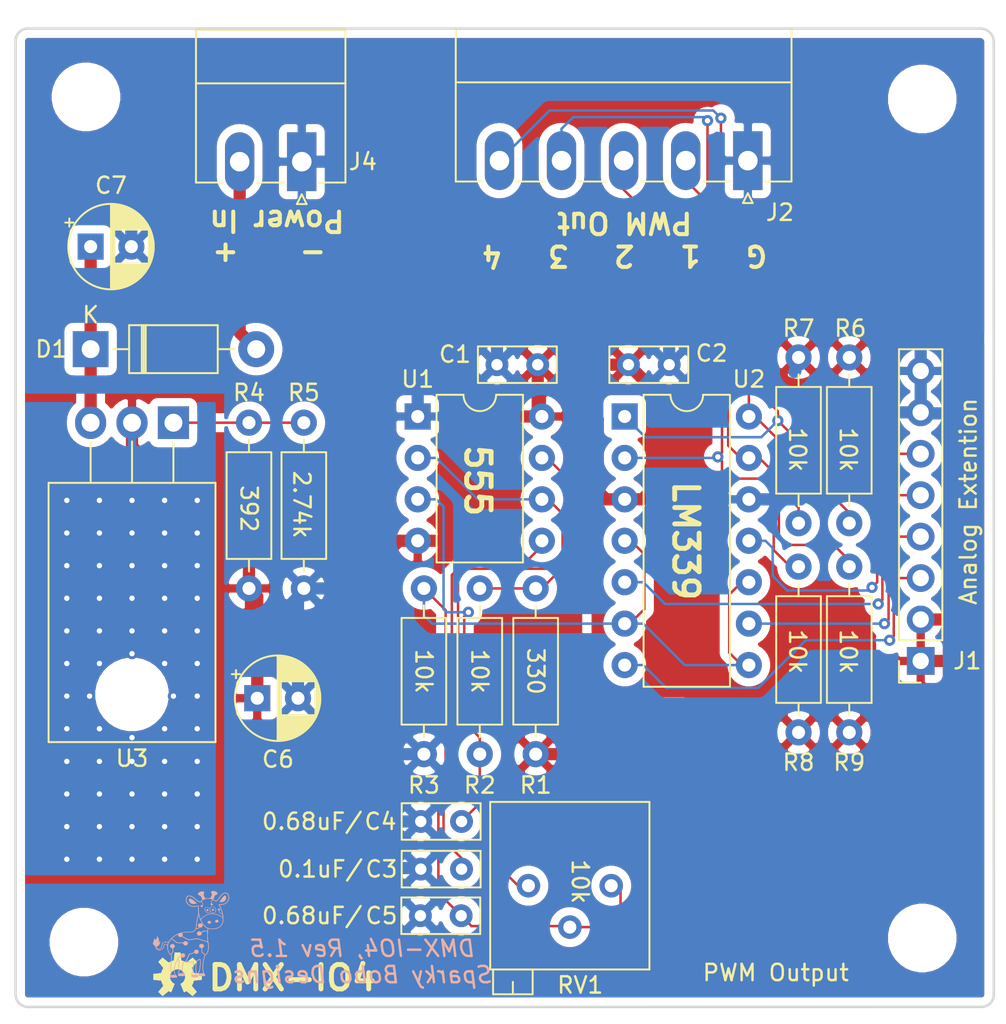
<source format=kicad_pcb>
(kicad_pcb (version 20171130) (host pcbnew "(5.1.12)-1")

  (general
    (thickness 1.6)
    (drawings 29)
    (tracks 322)
    (zones 0)
    (modules 30)
    (nets 20)
  )

  (page A4)
  (title_block
    (title "DMX Demonstrator - Analog IO PWM (DMX-IO4)")
    (date 2023-12-19)
    (rev 1.5)
    (company "Sparky Bobo Designs")
    (comment 2 "Designed by: SparkyBobo")
    (comment 3 https://creativecommons.org/licenses/by-sa/4.0/)
    (comment 4 "Released under the Creative Commons Attribution Share-Alike 4.0m License")
  )

  (layers
    (0 F.Cu signal)
    (31 B.Cu signal)
    (32 B.Adhes user)
    (33 F.Adhes user)
    (34 B.Paste user)
    (35 F.Paste user)
    (36 B.SilkS user)
    (37 F.SilkS user)
    (38 B.Mask user)
    (39 F.Mask user)
    (40 Dwgs.User user)
    (41 Cmts.User user)
    (42 Eco1.User user)
    (43 Eco2.User user)
    (44 Edge.Cuts user)
    (45 Margin user)
    (46 B.CrtYd user)
    (47 F.CrtYd user)
    (48 B.Fab user)
    (49 F.Fab user)
  )

  (setup
    (last_trace_width 0.1524)
    (trace_clearance 0.1524)
    (zone_clearance 0.508)
    (zone_45_only no)
    (trace_min 0.1524)
    (via_size 0.6858)
    (via_drill 0.3302)
    (via_min_size 0.508)
    (via_min_drill 0.254)
    (uvia_size 0.6858)
    (uvia_drill 0.3302)
    (uvias_allowed no)
    (uvia_min_size 0.2)
    (uvia_min_drill 0.1)
    (edge_width 0.15)
    (segment_width 0.15)
    (pcb_text_width 0.3)
    (pcb_text_size 1.5 1.5)
    (mod_edge_width 0.15)
    (mod_text_size 1 1)
    (mod_text_width 0.15)
    (pad_size 3.2 3.2)
    (pad_drill 3.2)
    (pad_to_mask_clearance 0.2)
    (aux_axis_origin 0 0)
    (visible_elements 7FFFFFFF)
    (pcbplotparams
      (layerselection 0x010fc_ffffffff)
      (usegerberextensions true)
      (usegerberattributes false)
      (usegerberadvancedattributes false)
      (creategerberjobfile false)
      (excludeedgelayer true)
      (linewidth 0.100000)
      (plotframeref false)
      (viasonmask false)
      (mode 1)
      (useauxorigin false)
      (hpglpennumber 1)
      (hpglpenspeed 20)
      (hpglpendiameter 15.000000)
      (psnegative false)
      (psa4output false)
      (plotreference true)
      (plotvalue false)
      (plotinvisibletext false)
      (padsonsilk false)
      (subtractmaskfromsilk true)
      (outputformat 1)
      (mirror false)
      (drillshape 0)
      (scaleselection 1)
      (outputdirectory "grb"))
  )

  (net 0 "")
  (net 1 GND)
  (net 2 /AO1)
  (net 3 /AO0)
  (net 4 /AO3)
  (net 5 /AO2)
  (net 6 "Net-(J2-Pad2)")
  (net 7 "Net-(J2-Pad3)")
  (net 8 "Net-(J2-Pad4)")
  (net 9 "Net-(J2-Pad5)")
  (net 10 "Net-(R1-Pad2)")
  (net 11 +5V)
  (net 12 "Net-(C5-Pad1)")
  (net 13 "Net-(C4-Pad2)")
  (net 14 "Net-(RV1-Pad1)")
  (net 15 "Net-(C3-Pad2)")
  (net 16 "Net-(R4-Pad1)")
  (net 17 "Net-(C7-Pad1)")
  (net 18 "Net-(D1-Pad2)")
  (net 19 VDC)

  (net_class Default "This is the default net class."
    (clearance 0.1524)
    (trace_width 0.1524)
    (via_dia 0.6858)
    (via_drill 0.3302)
    (uvia_dia 0.6858)
    (uvia_drill 0.3302)
    (diff_pair_width 0.1524)
    (diff_pair_gap 0.1524)
    (add_net /AO0)
    (add_net /AO1)
    (add_net /AO2)
    (add_net /AO3)
    (add_net "Net-(C3-Pad2)")
    (add_net "Net-(C4-Pad2)")
    (add_net "Net-(C5-Pad1)")
    (add_net "Net-(J2-Pad2)")
    (add_net "Net-(J2-Pad3)")
    (add_net "Net-(J2-Pad4)")
    (add_net "Net-(J2-Pad5)")
    (add_net "Net-(R1-Pad2)")
    (add_net "Net-(R4-Pad1)")
    (add_net "Net-(RV1-Pad1)")
    (add_net VDC)
  )

  (net_class Power ""
    (clearance 0.25)
    (trace_width 0.75)
    (via_dia 1.27)
    (via_drill 0.635)
    (uvia_dia 1.27)
    (uvia_drill 0.635)
    (diff_pair_width 0.75)
    (diff_pair_gap 0.25)
    (add_net +5V)
    (add_net GND)
    (add_net "Net-(C7-Pad1)")
    (add_net "Net-(D1-Pad2)")
  )

  (module Package_DIP:DIP-14_W7.62mm (layer F.Cu) (tedit 5A02E8C5) (tstamp 64B59AFC)
    (at 153.6065 90.7415)
    (descr "14-lead though-hole mounted DIP package, row spacing 7.62 mm (300 mils)")
    (tags "THT DIP DIL PDIP 2.54mm 7.62mm 300mil")
    (path /63F1BE6E)
    (fp_text reference U2 (at 7.62 -2.286) (layer F.SilkS)
      (effects (font (size 1 1) (thickness 0.15)))
    )
    (fp_text value LM339 (at 3.81 17.57) (layer F.Fab)
      (effects (font (size 1 1) (thickness 0.15)))
    )
    (fp_line (start 1.635 -1.27) (end 6.985 -1.27) (layer F.Fab) (width 0.1))
    (fp_line (start 6.985 -1.27) (end 6.985 16.51) (layer F.Fab) (width 0.1))
    (fp_line (start 6.985 16.51) (end 0.635 16.51) (layer F.Fab) (width 0.1))
    (fp_line (start 0.635 16.51) (end 0.635 -0.27) (layer F.Fab) (width 0.1))
    (fp_line (start 0.635 -0.27) (end 1.635 -1.27) (layer F.Fab) (width 0.1))
    (fp_line (start 2.81 -1.33) (end 1.16 -1.33) (layer F.SilkS) (width 0.12))
    (fp_line (start 1.16 -1.33) (end 1.16 16.57) (layer F.SilkS) (width 0.12))
    (fp_line (start 1.16 16.57) (end 6.46 16.57) (layer F.SilkS) (width 0.12))
    (fp_line (start 6.46 16.57) (end 6.46 -1.33) (layer F.SilkS) (width 0.12))
    (fp_line (start 6.46 -1.33) (end 4.81 -1.33) (layer F.SilkS) (width 0.12))
    (fp_line (start -1.1 -1.55) (end -1.1 16.8) (layer F.CrtYd) (width 0.05))
    (fp_line (start -1.1 16.8) (end 8.7 16.8) (layer F.CrtYd) (width 0.05))
    (fp_line (start 8.7 16.8) (end 8.7 -1.55) (layer F.CrtYd) (width 0.05))
    (fp_line (start 8.7 -1.55) (end -1.1 -1.55) (layer F.CrtYd) (width 0.05))
    (fp_text user %R (at 3.81 7.62) (layer F.Fab)
      (effects (font (size 1 1) (thickness 0.15)))
    )
    (fp_arc (start 3.81 -1.33) (end 2.81 -1.33) (angle -180) (layer F.SilkS) (width 0.12))
    (pad 14 thru_hole oval (at 7.62 0) (size 1.6 1.6) (drill 0.8) (layers *.Cu *.Mask)
      (net 8 "Net-(J2-Pad4)"))
    (pad 7 thru_hole oval (at 0 15.24) (size 1.6 1.6) (drill 0.8) (layers *.Cu *.Mask)
      (net 4 /AO3))
    (pad 13 thru_hole oval (at 7.62 2.54) (size 1.6 1.6) (drill 0.8) (layers *.Cu *.Mask)
      (net 6 "Net-(J2-Pad2)"))
    (pad 6 thru_hole oval (at 0 12.7) (size 1.6 1.6) (drill 0.8) (layers *.Cu *.Mask)
      (net 12 "Net-(C5-Pad1)"))
    (pad 12 thru_hole oval (at 7.62 5.08) (size 1.6 1.6) (drill 0.8) (layers *.Cu *.Mask)
      (net 1 GND))
    (pad 5 thru_hole oval (at 0 10.16) (size 1.6 1.6) (drill 0.8) (layers *.Cu *.Mask)
      (net 2 /AO1))
    (pad 11 thru_hole oval (at 7.62 7.62) (size 1.6 1.6) (drill 0.8) (layers *.Cu *.Mask)
      (net 3 /AO0))
    (pad 4 thru_hole oval (at 0 7.62) (size 1.6 1.6) (drill 0.8) (layers *.Cu *.Mask)
      (net 12 "Net-(C5-Pad1)"))
    (pad 10 thru_hole oval (at 7.62 10.16) (size 1.6 1.6) (drill 0.8) (layers *.Cu *.Mask)
      (net 12 "Net-(C5-Pad1)"))
    (pad 3 thru_hole oval (at 0 5.08) (size 1.6 1.6) (drill 0.8) (layers *.Cu *.Mask)
      (net 19 VDC))
    (pad 9 thru_hole oval (at 7.62 12.7) (size 1.6 1.6) (drill 0.8) (layers *.Cu *.Mask)
      (net 5 /AO2))
    (pad 2 thru_hole oval (at 0 2.54) (size 1.6 1.6) (drill 0.8) (layers *.Cu *.Mask)
      (net 7 "Net-(J2-Pad3)"))
    (pad 8 thru_hole oval (at 7.62 15.24) (size 1.6 1.6) (drill 0.8) (layers *.Cu *.Mask)
      (net 12 "Net-(C5-Pad1)"))
    (pad 1 thru_hole rect (at 0 0) (size 1.6 1.6) (drill 0.8) (layers *.Cu *.Mask)
      (net 9 "Net-(J2-Pad5)"))
    (model ${KISYS3DMOD}/Package_DIP.3dshapes/DIP-14_W7.62mm.wrl
      (at (xyz 0 0 0))
      (scale (xyz 1 1 1))
      (rotate (xyz 0 0 0))
    )
  )

  (module Resistor_THT:R_Axial_DIN0207_L6.3mm_D2.5mm_P10.16mm_Horizontal (layer F.Cu) (tedit 5AE5139B) (tstamp 661B59E1)
    (at 164.2745 87.122 270)
    (descr "Resistor, Axial_DIN0207 series, Axial, Horizontal, pin pitch=10.16mm, 0.25W = 1/4W, length*diameter=6.3*2.5mm^2, http://cdn-reichelt.de/documents/datenblatt/B400/1_4W%23YAG.pdf")
    (tags "Resistor Axial_DIN0207 series Axial Horizontal pin pitch 10.16mm 0.25W = 1/4W length 6.3mm diameter 2.5mm")
    (path /662B244B)
    (fp_text reference R7 (at -1.778 0 180) (layer F.SilkS)
      (effects (font (size 1 1) (thickness 0.15)))
    )
    (fp_text value 10k (at 5.08 2.37 90) (layer F.Fab)
      (effects (font (size 1 1) (thickness 0.15)))
    )
    (fp_text user %R (at 5.08 0 90) (layer F.Fab)
      (effects (font (size 1 1) (thickness 0.15)))
    )
    (fp_line (start 1.93 -1.25) (end 1.93 1.25) (layer F.Fab) (width 0.1))
    (fp_line (start 1.93 1.25) (end 8.23 1.25) (layer F.Fab) (width 0.1))
    (fp_line (start 8.23 1.25) (end 8.23 -1.25) (layer F.Fab) (width 0.1))
    (fp_line (start 8.23 -1.25) (end 1.93 -1.25) (layer F.Fab) (width 0.1))
    (fp_line (start 0 0) (end 1.93 0) (layer F.Fab) (width 0.1))
    (fp_line (start 10.16 0) (end 8.23 0) (layer F.Fab) (width 0.1))
    (fp_line (start 1.81 -1.37) (end 1.81 1.37) (layer F.SilkS) (width 0.12))
    (fp_line (start 1.81 1.37) (end 8.35 1.37) (layer F.SilkS) (width 0.12))
    (fp_line (start 8.35 1.37) (end 8.35 -1.37) (layer F.SilkS) (width 0.12))
    (fp_line (start 8.35 -1.37) (end 1.81 -1.37) (layer F.SilkS) (width 0.12))
    (fp_line (start 1.04 0) (end 1.81 0) (layer F.SilkS) (width 0.12))
    (fp_line (start 9.12 0) (end 8.35 0) (layer F.SilkS) (width 0.12))
    (fp_line (start -1.05 -1.5) (end -1.05 1.5) (layer F.CrtYd) (width 0.05))
    (fp_line (start -1.05 1.5) (end 11.21 1.5) (layer F.CrtYd) (width 0.05))
    (fp_line (start 11.21 1.5) (end 11.21 -1.5) (layer F.CrtYd) (width 0.05))
    (fp_line (start 11.21 -1.5) (end -1.05 -1.5) (layer F.CrtYd) (width 0.05))
    (pad 2 thru_hole oval (at 10.16 0 270) (size 1.6 1.6) (drill 0.8) (layers *.Cu *.Mask)
      (net 8 "Net-(J2-Pad4)"))
    (pad 1 thru_hole circle (at 0 0 270) (size 1.6 1.6) (drill 0.8) (layers *.Cu *.Mask)
      (net 19 VDC))
    (model ${KISYS3DMOD}/Resistor_THT.3dshapes/R_Axial_DIN0207_L6.3mm_D2.5mm_P10.16mm_Horizontal.wrl
      (at (xyz 0 0 0))
      (scale (xyz 1 1 1))
      (rotate (xyz 0 0 0))
    )
  )

  (module Resistor_THT:R_Axial_DIN0207_L6.3mm_D2.5mm_P10.16mm_Horizontal (layer F.Cu) (tedit 5AE5139B) (tstamp 661B5A0F)
    (at 167.386 110.109 90)
    (descr "Resistor, Axial_DIN0207 series, Axial, Horizontal, pin pitch=10.16mm, 0.25W = 1/4W, length*diameter=6.3*2.5mm^2, http://cdn-reichelt.de/documents/datenblatt/B400/1_4W%23YAG.pdf")
    (tags "Resistor Axial_DIN0207 series Axial Horizontal pin pitch 10.16mm 0.25W = 1/4W length 6.3mm diameter 2.5mm")
    (path /662B2F49)
    (fp_text reference R9 (at -1.8415 0 180) (layer F.SilkS)
      (effects (font (size 1 1) (thickness 0.15)))
    )
    (fp_text value 10k (at 5.08 2.37 90) (layer F.Fab)
      (effects (font (size 1 1) (thickness 0.15)))
    )
    (fp_text user %R (at 5.08 0 90) (layer F.Fab)
      (effects (font (size 1 1) (thickness 0.15)))
    )
    (fp_line (start 1.93 -1.25) (end 1.93 1.25) (layer F.Fab) (width 0.1))
    (fp_line (start 1.93 1.25) (end 8.23 1.25) (layer F.Fab) (width 0.1))
    (fp_line (start 8.23 1.25) (end 8.23 -1.25) (layer F.Fab) (width 0.1))
    (fp_line (start 8.23 -1.25) (end 1.93 -1.25) (layer F.Fab) (width 0.1))
    (fp_line (start 0 0) (end 1.93 0) (layer F.Fab) (width 0.1))
    (fp_line (start 10.16 0) (end 8.23 0) (layer F.Fab) (width 0.1))
    (fp_line (start 1.81 -1.37) (end 1.81 1.37) (layer F.SilkS) (width 0.12))
    (fp_line (start 1.81 1.37) (end 8.35 1.37) (layer F.SilkS) (width 0.12))
    (fp_line (start 8.35 1.37) (end 8.35 -1.37) (layer F.SilkS) (width 0.12))
    (fp_line (start 8.35 -1.37) (end 1.81 -1.37) (layer F.SilkS) (width 0.12))
    (fp_line (start 1.04 0) (end 1.81 0) (layer F.SilkS) (width 0.12))
    (fp_line (start 9.12 0) (end 8.35 0) (layer F.SilkS) (width 0.12))
    (fp_line (start -1.05 -1.5) (end -1.05 1.5) (layer F.CrtYd) (width 0.05))
    (fp_line (start -1.05 1.5) (end 11.21 1.5) (layer F.CrtYd) (width 0.05))
    (fp_line (start 11.21 1.5) (end 11.21 -1.5) (layer F.CrtYd) (width 0.05))
    (fp_line (start 11.21 -1.5) (end -1.05 -1.5) (layer F.CrtYd) (width 0.05))
    (pad 2 thru_hole oval (at 10.16 0 90) (size 1.6 1.6) (drill 0.8) (layers *.Cu *.Mask)
      (net 6 "Net-(J2-Pad2)"))
    (pad 1 thru_hole circle (at 0 0 90) (size 1.6 1.6) (drill 0.8) (layers *.Cu *.Mask)
      (net 19 VDC))
    (model ${KISYS3DMOD}/Resistor_THT.3dshapes/R_Axial_DIN0207_L6.3mm_D2.5mm_P10.16mm_Horizontal.wrl
      (at (xyz 0 0 0))
      (scale (xyz 1 1 1))
      (rotate (xyz 0 0 0))
    )
  )

  (module Resistor_THT:R_Axial_DIN0207_L6.3mm_D2.5mm_P10.16mm_Horizontal (layer F.Cu) (tedit 5AE5139B) (tstamp 661B59F8)
    (at 164.2745 110.109 90)
    (descr "Resistor, Axial_DIN0207 series, Axial, Horizontal, pin pitch=10.16mm, 0.25W = 1/4W, length*diameter=6.3*2.5mm^2, http://cdn-reichelt.de/documents/datenblatt/B400/1_4W%23YAG.pdf")
    (tags "Resistor Axial_DIN0207 series Axial Horizontal pin pitch 10.16mm 0.25W = 1/4W length 6.3mm diameter 2.5mm")
    (path /662B2A3C)
    (fp_text reference R8 (at -1.8415 0 180) (layer F.SilkS)
      (effects (font (size 1 1) (thickness 0.15)))
    )
    (fp_text value 10k (at 5.08 2.37 90) (layer F.Fab)
      (effects (font (size 1 1) (thickness 0.15)))
    )
    (fp_text user %R (at 5.08 0 90) (layer F.Fab)
      (effects (font (size 1 1) (thickness 0.15)))
    )
    (fp_line (start 1.93 -1.25) (end 1.93 1.25) (layer F.Fab) (width 0.1))
    (fp_line (start 1.93 1.25) (end 8.23 1.25) (layer F.Fab) (width 0.1))
    (fp_line (start 8.23 1.25) (end 8.23 -1.25) (layer F.Fab) (width 0.1))
    (fp_line (start 8.23 -1.25) (end 1.93 -1.25) (layer F.Fab) (width 0.1))
    (fp_line (start 0 0) (end 1.93 0) (layer F.Fab) (width 0.1))
    (fp_line (start 10.16 0) (end 8.23 0) (layer F.Fab) (width 0.1))
    (fp_line (start 1.81 -1.37) (end 1.81 1.37) (layer F.SilkS) (width 0.12))
    (fp_line (start 1.81 1.37) (end 8.35 1.37) (layer F.SilkS) (width 0.12))
    (fp_line (start 8.35 1.37) (end 8.35 -1.37) (layer F.SilkS) (width 0.12))
    (fp_line (start 8.35 -1.37) (end 1.81 -1.37) (layer F.SilkS) (width 0.12))
    (fp_line (start 1.04 0) (end 1.81 0) (layer F.SilkS) (width 0.12))
    (fp_line (start 9.12 0) (end 8.35 0) (layer F.SilkS) (width 0.12))
    (fp_line (start -1.05 -1.5) (end -1.05 1.5) (layer F.CrtYd) (width 0.05))
    (fp_line (start -1.05 1.5) (end 11.21 1.5) (layer F.CrtYd) (width 0.05))
    (fp_line (start 11.21 1.5) (end 11.21 -1.5) (layer F.CrtYd) (width 0.05))
    (fp_line (start 11.21 -1.5) (end -1.05 -1.5) (layer F.CrtYd) (width 0.05))
    (pad 2 thru_hole oval (at 10.16 0 90) (size 1.6 1.6) (drill 0.8) (layers *.Cu *.Mask)
      (net 7 "Net-(J2-Pad3)"))
    (pad 1 thru_hole circle (at 0 0 90) (size 1.6 1.6) (drill 0.8) (layers *.Cu *.Mask)
      (net 19 VDC))
    (model ${KISYS3DMOD}/Resistor_THT.3dshapes/R_Axial_DIN0207_L6.3mm_D2.5mm_P10.16mm_Horizontal.wrl
      (at (xyz 0 0 0))
      (scale (xyz 1 1 1))
      (rotate (xyz 0 0 0))
    )
  )

  (module Resistor_THT:R_Axial_DIN0207_L6.3mm_D2.5mm_P10.16mm_Horizontal (layer F.Cu) (tedit 5AE5139B) (tstamp 661B59CA)
    (at 167.386 87.122 270)
    (descr "Resistor, Axial_DIN0207 series, Axial, Horizontal, pin pitch=10.16mm, 0.25W = 1/4W, length*diameter=6.3*2.5mm^2, http://cdn-reichelt.de/documents/datenblatt/B400/1_4W%23YAG.pdf")
    (tags "Resistor Axial_DIN0207 series Axial Horizontal pin pitch 10.16mm 0.25W = 1/4W length 6.3mm diameter 2.5mm")
    (path /662B1A8E)
    (fp_text reference R6 (at -1.778 -0.0635 180) (layer F.SilkS)
      (effects (font (size 1 1) (thickness 0.15)))
    )
    (fp_text value 10k (at 5.08 2.37 90) (layer F.Fab)
      (effects (font (size 1 1) (thickness 0.15)))
    )
    (fp_text user %R (at 5.08 0 90) (layer F.Fab)
      (effects (font (size 1 1) (thickness 0.15)))
    )
    (fp_line (start 1.93 -1.25) (end 1.93 1.25) (layer F.Fab) (width 0.1))
    (fp_line (start 1.93 1.25) (end 8.23 1.25) (layer F.Fab) (width 0.1))
    (fp_line (start 8.23 1.25) (end 8.23 -1.25) (layer F.Fab) (width 0.1))
    (fp_line (start 8.23 -1.25) (end 1.93 -1.25) (layer F.Fab) (width 0.1))
    (fp_line (start 0 0) (end 1.93 0) (layer F.Fab) (width 0.1))
    (fp_line (start 10.16 0) (end 8.23 0) (layer F.Fab) (width 0.1))
    (fp_line (start 1.81 -1.37) (end 1.81 1.37) (layer F.SilkS) (width 0.12))
    (fp_line (start 1.81 1.37) (end 8.35 1.37) (layer F.SilkS) (width 0.12))
    (fp_line (start 8.35 1.37) (end 8.35 -1.37) (layer F.SilkS) (width 0.12))
    (fp_line (start 8.35 -1.37) (end 1.81 -1.37) (layer F.SilkS) (width 0.12))
    (fp_line (start 1.04 0) (end 1.81 0) (layer F.SilkS) (width 0.12))
    (fp_line (start 9.12 0) (end 8.35 0) (layer F.SilkS) (width 0.12))
    (fp_line (start -1.05 -1.5) (end -1.05 1.5) (layer F.CrtYd) (width 0.05))
    (fp_line (start -1.05 1.5) (end 11.21 1.5) (layer F.CrtYd) (width 0.05))
    (fp_line (start 11.21 1.5) (end 11.21 -1.5) (layer F.CrtYd) (width 0.05))
    (fp_line (start 11.21 -1.5) (end -1.05 -1.5) (layer F.CrtYd) (width 0.05))
    (pad 2 thru_hole oval (at 10.16 0 270) (size 1.6 1.6) (drill 0.8) (layers *.Cu *.Mask)
      (net 9 "Net-(J2-Pad5)"))
    (pad 1 thru_hole circle (at 0 0 270) (size 1.6 1.6) (drill 0.8) (layers *.Cu *.Mask)
      (net 19 VDC))
    (model ${KISYS3DMOD}/Resistor_THT.3dshapes/R_Axial_DIN0207_L6.3mm_D2.5mm_P10.16mm_Horizontal.wrl
      (at (xyz 0 0 0))
      (scale (xyz 1 1 1))
      (rotate (xyz 0 0 0))
    )
  )

  (module Potentiometer_THT:Potentiometer_Bourns_3299P_Horizontal (layer F.Cu) (tedit 5A3D4994) (tstamp 659073C4)
    (at 147.701 119.507 90)
    (descr "Potentiometer, horizontal, Bourns 3299P, https://www.bourns.com/pdfs/3299.pdf")
    (tags "Potentiometer horizontal Bourns 3299P")
    (path /649CE4C9)
    (fp_text reference RV1 (at -6.096 3.175 180) (layer F.SilkS)
      (effects (font (size 1 1) (thickness 0.15)))
    )
    (fp_text value 10k (at -0.76 8.555 90) (layer F.Fab)
      (effects (font (size 1 1) (thickness 0.15)))
    )
    (fp_line (start -5.015 -2.225) (end -5.015 7.305) (layer F.Fab) (width 0.1))
    (fp_line (start -5.015 7.305) (end 5.015 7.305) (layer F.Fab) (width 0.1))
    (fp_line (start 5.015 7.305) (end 5.015 -2.225) (layer F.Fab) (width 0.1))
    (fp_line (start 5.015 -2.225) (end -5.015 -2.225) (layer F.Fab) (width 0.1))
    (fp_line (start -6.535 -2.05) (end -6.535 0.14) (layer F.Fab) (width 0.1))
    (fp_line (start -6.535 0.14) (end -5.015 0.14) (layer F.Fab) (width 0.1))
    (fp_line (start -5.015 0.14) (end -5.015 -2.05) (layer F.Fab) (width 0.1))
    (fp_line (start -5.015 -2.05) (end -6.535 -2.05) (layer F.Fab) (width 0.1))
    (fp_line (start -6.535 -0.955) (end -5.775 -0.955) (layer F.Fab) (width 0.1))
    (fp_line (start -5.135 -2.345) (end 5.135 -2.345) (layer F.SilkS) (width 0.12))
    (fp_line (start -5.135 7.425) (end 5.135 7.425) (layer F.SilkS) (width 0.12))
    (fp_line (start -5.135 -2.345) (end -5.135 7.425) (layer F.SilkS) (width 0.12))
    (fp_line (start 5.135 -2.345) (end 5.135 7.425) (layer F.SilkS) (width 0.12))
    (fp_line (start -6.655 -2.169) (end -5.136 -2.169) (layer F.SilkS) (width 0.12))
    (fp_line (start -6.655 0.26) (end -5.136 0.26) (layer F.SilkS) (width 0.12))
    (fp_line (start -6.655 -2.169) (end -6.655 0.26) (layer F.SilkS) (width 0.12))
    (fp_line (start -5.136 -2.169) (end -5.136 0.26) (layer F.SilkS) (width 0.12))
    (fp_line (start -6.655 -0.955) (end -5.896 -0.955) (layer F.SilkS) (width 0.12))
    (fp_line (start -6.8 -2.5) (end -6.8 7.6) (layer F.CrtYd) (width 0.05))
    (fp_line (start -6.8 7.6) (end 5.3 7.6) (layer F.CrtYd) (width 0.05))
    (fp_line (start 5.3 7.6) (end 5.3 -2.5) (layer F.CrtYd) (width 0.05))
    (fp_line (start 5.3 -2.5) (end -6.8 -2.5) (layer F.CrtYd) (width 0.05))
    (fp_text user %R (at 0 2.54 90) (layer F.Fab)
      (effects (font (size 1 1) (thickness 0.15)))
    )
    (pad 3 thru_hole circle (at 0 5.08 90) (size 1.44 1.44) (drill 0.8) (layers *.Cu *.Mask)
      (net 12 "Net-(C5-Pad1)"))
    (pad 2 thru_hole circle (at -2.54 2.54 90) (size 1.44 1.44) (drill 0.8) (layers *.Cu *.Mask)
      (net 12 "Net-(C5-Pad1)"))
    (pad 1 thru_hole circle (at 0 0 90) (size 1.44 1.44) (drill 0.8) (layers *.Cu *.Mask)
      (net 14 "Net-(RV1-Pad1)"))
    (model ${KISYS3DMOD}/Potentiometer_THT.3dshapes/Potentiometer_Bourns_3299P_Horizontal.wrl
      (at (xyz 0 0 0))
      (scale (xyz 1 1 1))
      (rotate (xyz 0 0 0))
    )
  )

  (module Connector_Phoenix_MC:PhoenixContact_MC_1,5_2-G-3.81_1x02_P3.81mm_Horizontal (layer F.Cu) (tedit 5A00FA1A) (tstamp 65317D84)
    (at 133.7945 75.1205 180)
    (descr "Generic Phoenix Contact connector footprint for: MC_1,5/2-G-3.81; number of pins: 02; pin pitch: 3.81mm; Angled || order number: 1803277 8A 160V")
    (tags "phoenix_contact connector MC_01x02_G_3.81mm")
    (path /6546F2FD)
    (fp_text reference J4 (at -3.7465 0 180) (layer F.SilkS)
      (effects (font (size 1 1) (thickness 0.15)))
    )
    (fp_text value Power (at 1.905 9 180) (layer F.Fab)
      (effects (font (size 1 1) (thickness 0.15)))
    )
    (fp_line (start 0 0) (end -0.8 -1.2) (layer F.Fab) (width 0.1))
    (fp_line (start 0.8 -1.2) (end 0 0) (layer F.Fab) (width 0.1))
    (fp_line (start -0.3 -2.6) (end 0.3 -2.6) (layer F.SilkS) (width 0.12))
    (fp_line (start 0 -2) (end -0.3 -2.6) (layer F.SilkS) (width 0.12))
    (fp_line (start 0.3 -2.6) (end 0 -2) (layer F.SilkS) (width 0.12))
    (fp_line (start 6.91 -2.3) (end -3.18 -2.3) (layer F.CrtYd) (width 0.05))
    (fp_line (start 6.91 8.5) (end 6.91 -2.3) (layer F.CrtYd) (width 0.05))
    (fp_line (start -3.18 8.5) (end 6.91 8.5) (layer F.CrtYd) (width 0.05))
    (fp_line (start -3.18 -2.3) (end -3.18 8.5) (layer F.CrtYd) (width 0.05))
    (fp_line (start -2.68 4.8) (end 6.49 4.8) (layer F.SilkS) (width 0.12))
    (fp_line (start 6.41 -1.2) (end -2.6 -1.2) (layer F.Fab) (width 0.1))
    (fp_line (start 6.41 8) (end 6.41 -1.2) (layer F.Fab) (width 0.1))
    (fp_line (start -2.6 8) (end 6.41 8) (layer F.Fab) (width 0.1))
    (fp_line (start -2.6 -1.2) (end -2.6 8) (layer F.Fab) (width 0.1))
    (fp_line (start 1.05 -1.28) (end 2.76 -1.28) (layer F.SilkS) (width 0.12))
    (fp_line (start 6.49 -1.28) (end 4.86 -1.28) (layer F.SilkS) (width 0.12))
    (fp_line (start -2.68 -1.28) (end -1.05 -1.28) (layer F.SilkS) (width 0.12))
    (fp_line (start 6.49 8.08) (end 6.49 -1.28) (layer F.SilkS) (width 0.12))
    (fp_line (start -2.68 8.08) (end 6.49 8.08) (layer F.SilkS) (width 0.12))
    (fp_line (start -2.68 -1.28) (end -2.68 8.08) (layer F.SilkS) (width 0.12))
    (fp_text user %R (at 2.905 3 180) (layer F.Fab)
      (effects (font (size 1 1) (thickness 0.15)))
    )
    (pad 1 thru_hole rect (at 0 0 180) (size 1.8 3.6) (drill 1.2) (layers *.Cu *.Mask)
      (net 1 GND))
    (pad 2 thru_hole oval (at 3.81 0 180) (size 1.8 3.6) (drill 1.2) (layers *.Cu *.Mask)
      (net 18 "Net-(D1-Pad2)"))
    (model ${KISYS3DMOD}/Connector_Phoenix_MC.3dshapes/PhoenixContact_MC_1,5_2-G-3.81_1x02_P3.81mm_Horizontal.wrl
      (at (xyz 0 0 0))
      (scale (xyz 1 1 1))
      (rotate (xyz 0 0 0))
    )
  )

  (module Connector_Phoenix_MC:PhoenixContact_MC_1,5_5-G-3.81_1x05_P3.81mm_Horizontal (layer F.Cu) (tedit 5A00FA1A) (tstamp 65317EBD)
    (at 161.163 75.057 180)
    (descr "Generic Phoenix Contact connector footprint for: MC_1,5/5-G-3.81; number of pins: 05; pin pitch: 3.81mm; Angled || order number: 1803303 8A 160V")
    (tags "phoenix_contact connector MC_01x05_G_3.81mm")
    (path /5F42826E)
    (fp_text reference J2 (at -1.9685 -3.175 180) (layer F.SilkS)
      (effects (font (size 1 1) (thickness 0.15)))
    )
    (fp_text value Output (at 7.62 9 180) (layer F.Fab)
      (effects (font (size 1 1) (thickness 0.15)))
    )
    (fp_line (start 0 0) (end -0.8 -1.2) (layer F.Fab) (width 0.1))
    (fp_line (start 0.8 -1.2) (end 0 0) (layer F.Fab) (width 0.1))
    (fp_line (start -0.3 -2.6) (end 0.3 -2.6) (layer F.SilkS) (width 0.12))
    (fp_line (start 0 -2) (end -0.3 -2.6) (layer F.SilkS) (width 0.12))
    (fp_line (start 0.3 -2.6) (end 0 -2) (layer F.SilkS) (width 0.12))
    (fp_line (start 18.34 -2.3) (end -3.18 -2.3) (layer F.CrtYd) (width 0.05))
    (fp_line (start 18.34 8.5) (end 18.34 -2.3) (layer F.CrtYd) (width 0.05))
    (fp_line (start -3.18 8.5) (end 18.34 8.5) (layer F.CrtYd) (width 0.05))
    (fp_line (start -3.18 -2.3) (end -3.18 8.5) (layer F.CrtYd) (width 0.05))
    (fp_line (start -2.68 4.8) (end 17.92 4.8) (layer F.SilkS) (width 0.12))
    (fp_line (start 17.84 -1.2) (end -2.6 -1.2) (layer F.Fab) (width 0.1))
    (fp_line (start 17.84 8) (end 17.84 -1.2) (layer F.Fab) (width 0.1))
    (fp_line (start -2.6 8) (end 17.84 8) (layer F.Fab) (width 0.1))
    (fp_line (start -2.6 -1.2) (end -2.6 8) (layer F.Fab) (width 0.1))
    (fp_line (start 12.48 -1.28) (end 14.19 -1.28) (layer F.SilkS) (width 0.12))
    (fp_line (start 8.67 -1.28) (end 10.38 -1.28) (layer F.SilkS) (width 0.12))
    (fp_line (start 4.86 -1.28) (end 6.57 -1.28) (layer F.SilkS) (width 0.12))
    (fp_line (start 1.05 -1.28) (end 2.76 -1.28) (layer F.SilkS) (width 0.12))
    (fp_line (start 17.92 -1.28) (end 16.29 -1.28) (layer F.SilkS) (width 0.12))
    (fp_line (start -2.68 -1.28) (end -1.05 -1.28) (layer F.SilkS) (width 0.12))
    (fp_line (start 17.92 8.08) (end 17.92 -1.28) (layer F.SilkS) (width 0.12))
    (fp_line (start -2.68 8.08) (end 17.92 8.08) (layer F.SilkS) (width 0.12))
    (fp_line (start -2.68 -1.28) (end -2.68 8.08) (layer F.SilkS) (width 0.12))
    (fp_text user %R (at 7.62 3 180) (layer F.Fab)
      (effects (font (size 1 1) (thickness 0.15)))
    )
    (pad 1 thru_hole rect (at 0 0 180) (size 1.8 3.6) (drill 1.2) (layers *.Cu *.Mask)
      (net 1 GND))
    (pad 2 thru_hole oval (at 3.81 0 180) (size 1.8 3.6) (drill 1.2) (layers *.Cu *.Mask)
      (net 6 "Net-(J2-Pad2)"))
    (pad 3 thru_hole oval (at 7.62 0 180) (size 1.8 3.6) (drill 1.2) (layers *.Cu *.Mask)
      (net 7 "Net-(J2-Pad3)"))
    (pad 4 thru_hole oval (at 11.43 0 180) (size 1.8 3.6) (drill 1.2) (layers *.Cu *.Mask)
      (net 8 "Net-(J2-Pad4)"))
    (pad 5 thru_hole oval (at 15.24 0 180) (size 1.8 3.6) (drill 1.2) (layers *.Cu *.Mask)
      (net 9 "Net-(J2-Pad5)"))
    (model ${KISYS3DMOD}/Connector_Phoenix_MC.3dshapes/PhoenixContact_MC_1,5_5-G-3.81_1x05_P3.81mm_Horizontal.wrl
      (at (xyz 0 0 0))
      (scale (xyz 1 1 1))
      (rotate (xyz 0 0 0))
    )
  )

  (module Capacitor_THT:CP_Radial_D5.0mm_P2.50mm (layer F.Cu) (tedit 5AE50EF0) (tstamp 64B672D3)
    (at 131.064 108.0135)
    (descr "CP, Radial series, Radial, pin pitch=2.50mm, , diameter=5mm, Electrolytic Capacitor")
    (tags "CP Radial series Radial pin pitch 2.50mm  diameter 5mm Electrolytic Capacitor")
    (path /6546F2B6)
    (fp_text reference C6 (at 1.27 3.7465) (layer F.SilkS)
      (effects (font (size 1 1) (thickness 0.15)))
    )
    (fp_text value 10uF (at 1.25 3.75) (layer F.Fab)
      (effects (font (size 1 1) (thickness 0.15)))
    )
    (fp_circle (center 1.25 0) (end 3.75 0) (layer F.Fab) (width 0.1))
    (fp_circle (center 1.25 0) (end 3.87 0) (layer F.SilkS) (width 0.12))
    (fp_circle (center 1.25 0) (end 4 0) (layer F.CrtYd) (width 0.05))
    (fp_line (start -0.883605 -1.0875) (end -0.383605 -1.0875) (layer F.Fab) (width 0.1))
    (fp_line (start -0.633605 -1.3375) (end -0.633605 -0.8375) (layer F.Fab) (width 0.1))
    (fp_line (start 1.25 -2.58) (end 1.25 2.58) (layer F.SilkS) (width 0.12))
    (fp_line (start 1.29 -2.58) (end 1.29 2.58) (layer F.SilkS) (width 0.12))
    (fp_line (start 1.33 -2.579) (end 1.33 2.579) (layer F.SilkS) (width 0.12))
    (fp_line (start 1.37 -2.578) (end 1.37 2.578) (layer F.SilkS) (width 0.12))
    (fp_line (start 1.41 -2.576) (end 1.41 2.576) (layer F.SilkS) (width 0.12))
    (fp_line (start 1.45 -2.573) (end 1.45 2.573) (layer F.SilkS) (width 0.12))
    (fp_line (start 1.49 -2.569) (end 1.49 -1.04) (layer F.SilkS) (width 0.12))
    (fp_line (start 1.49 1.04) (end 1.49 2.569) (layer F.SilkS) (width 0.12))
    (fp_line (start 1.53 -2.565) (end 1.53 -1.04) (layer F.SilkS) (width 0.12))
    (fp_line (start 1.53 1.04) (end 1.53 2.565) (layer F.SilkS) (width 0.12))
    (fp_line (start 1.57 -2.561) (end 1.57 -1.04) (layer F.SilkS) (width 0.12))
    (fp_line (start 1.57 1.04) (end 1.57 2.561) (layer F.SilkS) (width 0.12))
    (fp_line (start 1.61 -2.556) (end 1.61 -1.04) (layer F.SilkS) (width 0.12))
    (fp_line (start 1.61 1.04) (end 1.61 2.556) (layer F.SilkS) (width 0.12))
    (fp_line (start 1.65 -2.55) (end 1.65 -1.04) (layer F.SilkS) (width 0.12))
    (fp_line (start 1.65 1.04) (end 1.65 2.55) (layer F.SilkS) (width 0.12))
    (fp_line (start 1.69 -2.543) (end 1.69 -1.04) (layer F.SilkS) (width 0.12))
    (fp_line (start 1.69 1.04) (end 1.69 2.543) (layer F.SilkS) (width 0.12))
    (fp_line (start 1.73 -2.536) (end 1.73 -1.04) (layer F.SilkS) (width 0.12))
    (fp_line (start 1.73 1.04) (end 1.73 2.536) (layer F.SilkS) (width 0.12))
    (fp_line (start 1.77 -2.528) (end 1.77 -1.04) (layer F.SilkS) (width 0.12))
    (fp_line (start 1.77 1.04) (end 1.77 2.528) (layer F.SilkS) (width 0.12))
    (fp_line (start 1.81 -2.52) (end 1.81 -1.04) (layer F.SilkS) (width 0.12))
    (fp_line (start 1.81 1.04) (end 1.81 2.52) (layer F.SilkS) (width 0.12))
    (fp_line (start 1.85 -2.511) (end 1.85 -1.04) (layer F.SilkS) (width 0.12))
    (fp_line (start 1.85 1.04) (end 1.85 2.511) (layer F.SilkS) (width 0.12))
    (fp_line (start 1.89 -2.501) (end 1.89 -1.04) (layer F.SilkS) (width 0.12))
    (fp_line (start 1.89 1.04) (end 1.89 2.501) (layer F.SilkS) (width 0.12))
    (fp_line (start 1.93 -2.491) (end 1.93 -1.04) (layer F.SilkS) (width 0.12))
    (fp_line (start 1.93 1.04) (end 1.93 2.491) (layer F.SilkS) (width 0.12))
    (fp_line (start 1.971 -2.48) (end 1.971 -1.04) (layer F.SilkS) (width 0.12))
    (fp_line (start 1.971 1.04) (end 1.971 2.48) (layer F.SilkS) (width 0.12))
    (fp_line (start 2.011 -2.468) (end 2.011 -1.04) (layer F.SilkS) (width 0.12))
    (fp_line (start 2.011 1.04) (end 2.011 2.468) (layer F.SilkS) (width 0.12))
    (fp_line (start 2.051 -2.455) (end 2.051 -1.04) (layer F.SilkS) (width 0.12))
    (fp_line (start 2.051 1.04) (end 2.051 2.455) (layer F.SilkS) (width 0.12))
    (fp_line (start 2.091 -2.442) (end 2.091 -1.04) (layer F.SilkS) (width 0.12))
    (fp_line (start 2.091 1.04) (end 2.091 2.442) (layer F.SilkS) (width 0.12))
    (fp_line (start 2.131 -2.428) (end 2.131 -1.04) (layer F.SilkS) (width 0.12))
    (fp_line (start 2.131 1.04) (end 2.131 2.428) (layer F.SilkS) (width 0.12))
    (fp_line (start 2.171 -2.414) (end 2.171 -1.04) (layer F.SilkS) (width 0.12))
    (fp_line (start 2.171 1.04) (end 2.171 2.414) (layer F.SilkS) (width 0.12))
    (fp_line (start 2.211 -2.398) (end 2.211 -1.04) (layer F.SilkS) (width 0.12))
    (fp_line (start 2.211 1.04) (end 2.211 2.398) (layer F.SilkS) (width 0.12))
    (fp_line (start 2.251 -2.382) (end 2.251 -1.04) (layer F.SilkS) (width 0.12))
    (fp_line (start 2.251 1.04) (end 2.251 2.382) (layer F.SilkS) (width 0.12))
    (fp_line (start 2.291 -2.365) (end 2.291 -1.04) (layer F.SilkS) (width 0.12))
    (fp_line (start 2.291 1.04) (end 2.291 2.365) (layer F.SilkS) (width 0.12))
    (fp_line (start 2.331 -2.348) (end 2.331 -1.04) (layer F.SilkS) (width 0.12))
    (fp_line (start 2.331 1.04) (end 2.331 2.348) (layer F.SilkS) (width 0.12))
    (fp_line (start 2.371 -2.329) (end 2.371 -1.04) (layer F.SilkS) (width 0.12))
    (fp_line (start 2.371 1.04) (end 2.371 2.329) (layer F.SilkS) (width 0.12))
    (fp_line (start 2.411 -2.31) (end 2.411 -1.04) (layer F.SilkS) (width 0.12))
    (fp_line (start 2.411 1.04) (end 2.411 2.31) (layer F.SilkS) (width 0.12))
    (fp_line (start 2.451 -2.29) (end 2.451 -1.04) (layer F.SilkS) (width 0.12))
    (fp_line (start 2.451 1.04) (end 2.451 2.29) (layer F.SilkS) (width 0.12))
    (fp_line (start 2.491 -2.268) (end 2.491 -1.04) (layer F.SilkS) (width 0.12))
    (fp_line (start 2.491 1.04) (end 2.491 2.268) (layer F.SilkS) (width 0.12))
    (fp_line (start 2.531 -2.247) (end 2.531 -1.04) (layer F.SilkS) (width 0.12))
    (fp_line (start 2.531 1.04) (end 2.531 2.247) (layer F.SilkS) (width 0.12))
    (fp_line (start 2.571 -2.224) (end 2.571 -1.04) (layer F.SilkS) (width 0.12))
    (fp_line (start 2.571 1.04) (end 2.571 2.224) (layer F.SilkS) (width 0.12))
    (fp_line (start 2.611 -2.2) (end 2.611 -1.04) (layer F.SilkS) (width 0.12))
    (fp_line (start 2.611 1.04) (end 2.611 2.2) (layer F.SilkS) (width 0.12))
    (fp_line (start 2.651 -2.175) (end 2.651 -1.04) (layer F.SilkS) (width 0.12))
    (fp_line (start 2.651 1.04) (end 2.651 2.175) (layer F.SilkS) (width 0.12))
    (fp_line (start 2.691 -2.149) (end 2.691 -1.04) (layer F.SilkS) (width 0.12))
    (fp_line (start 2.691 1.04) (end 2.691 2.149) (layer F.SilkS) (width 0.12))
    (fp_line (start 2.731 -2.122) (end 2.731 -1.04) (layer F.SilkS) (width 0.12))
    (fp_line (start 2.731 1.04) (end 2.731 2.122) (layer F.SilkS) (width 0.12))
    (fp_line (start 2.771 -2.095) (end 2.771 -1.04) (layer F.SilkS) (width 0.12))
    (fp_line (start 2.771 1.04) (end 2.771 2.095) (layer F.SilkS) (width 0.12))
    (fp_line (start 2.811 -2.065) (end 2.811 -1.04) (layer F.SilkS) (width 0.12))
    (fp_line (start 2.811 1.04) (end 2.811 2.065) (layer F.SilkS) (width 0.12))
    (fp_line (start 2.851 -2.035) (end 2.851 -1.04) (layer F.SilkS) (width 0.12))
    (fp_line (start 2.851 1.04) (end 2.851 2.035) (layer F.SilkS) (width 0.12))
    (fp_line (start 2.891 -2.004) (end 2.891 -1.04) (layer F.SilkS) (width 0.12))
    (fp_line (start 2.891 1.04) (end 2.891 2.004) (layer F.SilkS) (width 0.12))
    (fp_line (start 2.931 -1.971) (end 2.931 -1.04) (layer F.SilkS) (width 0.12))
    (fp_line (start 2.931 1.04) (end 2.931 1.971) (layer F.SilkS) (width 0.12))
    (fp_line (start 2.971 -1.937) (end 2.971 -1.04) (layer F.SilkS) (width 0.12))
    (fp_line (start 2.971 1.04) (end 2.971 1.937) (layer F.SilkS) (width 0.12))
    (fp_line (start 3.011 -1.901) (end 3.011 -1.04) (layer F.SilkS) (width 0.12))
    (fp_line (start 3.011 1.04) (end 3.011 1.901) (layer F.SilkS) (width 0.12))
    (fp_line (start 3.051 -1.864) (end 3.051 -1.04) (layer F.SilkS) (width 0.12))
    (fp_line (start 3.051 1.04) (end 3.051 1.864) (layer F.SilkS) (width 0.12))
    (fp_line (start 3.091 -1.826) (end 3.091 -1.04) (layer F.SilkS) (width 0.12))
    (fp_line (start 3.091 1.04) (end 3.091 1.826) (layer F.SilkS) (width 0.12))
    (fp_line (start 3.131 -1.785) (end 3.131 -1.04) (layer F.SilkS) (width 0.12))
    (fp_line (start 3.131 1.04) (end 3.131 1.785) (layer F.SilkS) (width 0.12))
    (fp_line (start 3.171 -1.743) (end 3.171 -1.04) (layer F.SilkS) (width 0.12))
    (fp_line (start 3.171 1.04) (end 3.171 1.743) (layer F.SilkS) (width 0.12))
    (fp_line (start 3.211 -1.699) (end 3.211 -1.04) (layer F.SilkS) (width 0.12))
    (fp_line (start 3.211 1.04) (end 3.211 1.699) (layer F.SilkS) (width 0.12))
    (fp_line (start 3.251 -1.653) (end 3.251 -1.04) (layer F.SilkS) (width 0.12))
    (fp_line (start 3.251 1.04) (end 3.251 1.653) (layer F.SilkS) (width 0.12))
    (fp_line (start 3.291 -1.605) (end 3.291 -1.04) (layer F.SilkS) (width 0.12))
    (fp_line (start 3.291 1.04) (end 3.291 1.605) (layer F.SilkS) (width 0.12))
    (fp_line (start 3.331 -1.554) (end 3.331 -1.04) (layer F.SilkS) (width 0.12))
    (fp_line (start 3.331 1.04) (end 3.331 1.554) (layer F.SilkS) (width 0.12))
    (fp_line (start 3.371 -1.5) (end 3.371 -1.04) (layer F.SilkS) (width 0.12))
    (fp_line (start 3.371 1.04) (end 3.371 1.5) (layer F.SilkS) (width 0.12))
    (fp_line (start 3.411 -1.443) (end 3.411 -1.04) (layer F.SilkS) (width 0.12))
    (fp_line (start 3.411 1.04) (end 3.411 1.443) (layer F.SilkS) (width 0.12))
    (fp_line (start 3.451 -1.383) (end 3.451 -1.04) (layer F.SilkS) (width 0.12))
    (fp_line (start 3.451 1.04) (end 3.451 1.383) (layer F.SilkS) (width 0.12))
    (fp_line (start 3.491 -1.319) (end 3.491 -1.04) (layer F.SilkS) (width 0.12))
    (fp_line (start 3.491 1.04) (end 3.491 1.319) (layer F.SilkS) (width 0.12))
    (fp_line (start 3.531 -1.251) (end 3.531 -1.04) (layer F.SilkS) (width 0.12))
    (fp_line (start 3.531 1.04) (end 3.531 1.251) (layer F.SilkS) (width 0.12))
    (fp_line (start 3.571 -1.178) (end 3.571 1.178) (layer F.SilkS) (width 0.12))
    (fp_line (start 3.611 -1.098) (end 3.611 1.098) (layer F.SilkS) (width 0.12))
    (fp_line (start 3.651 -1.011) (end 3.651 1.011) (layer F.SilkS) (width 0.12))
    (fp_line (start 3.691 -0.915) (end 3.691 0.915) (layer F.SilkS) (width 0.12))
    (fp_line (start 3.731 -0.805) (end 3.731 0.805) (layer F.SilkS) (width 0.12))
    (fp_line (start 3.771 -0.677) (end 3.771 0.677) (layer F.SilkS) (width 0.12))
    (fp_line (start 3.811 -0.518) (end 3.811 0.518) (layer F.SilkS) (width 0.12))
    (fp_line (start 3.851 -0.284) (end 3.851 0.284) (layer F.SilkS) (width 0.12))
    (fp_line (start -1.554775 -1.475) (end -1.054775 -1.475) (layer F.SilkS) (width 0.12))
    (fp_line (start -1.304775 -1.725) (end -1.304775 -1.225) (layer F.SilkS) (width 0.12))
    (fp_text user %R (at 1.25 0) (layer F.Fab)
      (effects (font (size 1 1) (thickness 0.15)))
    )
    (pad 2 thru_hole circle (at 2.5 0) (size 1.6 1.6) (drill 0.8) (layers *.Cu *.Mask)
      (net 1 GND))
    (pad 1 thru_hole rect (at 0 0) (size 1.6 1.6) (drill 0.8) (layers *.Cu *.Mask)
      (net 19 VDC))
    (model ${KISYS3DMOD}/Capacitor_THT.3dshapes/CP_Radial_D5.0mm_P2.50mm.wrl
      (at (xyz 0 0 0))
      (scale (xyz 1 1 1))
      (rotate (xyz 0 0 0))
    )
  )

  (module Capacitor_THT:CP_Radial_D5.0mm_P2.50mm (layer F.Cu) (tedit 5AE50EF0) (tstamp 64B6637B)
    (at 120.8405 80.3275)
    (descr "CP, Radial series, Radial, pin pitch=2.50mm, , diameter=5mm, Electrolytic Capacitor")
    (tags "CP Radial series Radial pin pitch 2.50mm  diameter 5mm Electrolytic Capacitor")
    (path /6546F324)
    (fp_text reference C7 (at 1.25 -3.75) (layer F.SilkS)
      (effects (font (size 1 1) (thickness 0.15)))
    )
    (fp_text value 10uF (at 1.25 3.75) (layer F.Fab)
      (effects (font (size 1 1) (thickness 0.15)))
    )
    (fp_line (start -1.304775 -1.725) (end -1.304775 -1.225) (layer F.SilkS) (width 0.12))
    (fp_line (start -1.554775 -1.475) (end -1.054775 -1.475) (layer F.SilkS) (width 0.12))
    (fp_line (start 3.851 -0.284) (end 3.851 0.284) (layer F.SilkS) (width 0.12))
    (fp_line (start 3.811 -0.518) (end 3.811 0.518) (layer F.SilkS) (width 0.12))
    (fp_line (start 3.771 -0.677) (end 3.771 0.677) (layer F.SilkS) (width 0.12))
    (fp_line (start 3.731 -0.805) (end 3.731 0.805) (layer F.SilkS) (width 0.12))
    (fp_line (start 3.691 -0.915) (end 3.691 0.915) (layer F.SilkS) (width 0.12))
    (fp_line (start 3.651 -1.011) (end 3.651 1.011) (layer F.SilkS) (width 0.12))
    (fp_line (start 3.611 -1.098) (end 3.611 1.098) (layer F.SilkS) (width 0.12))
    (fp_line (start 3.571 -1.178) (end 3.571 1.178) (layer F.SilkS) (width 0.12))
    (fp_line (start 3.531 1.04) (end 3.531 1.251) (layer F.SilkS) (width 0.12))
    (fp_line (start 3.531 -1.251) (end 3.531 -1.04) (layer F.SilkS) (width 0.12))
    (fp_line (start 3.491 1.04) (end 3.491 1.319) (layer F.SilkS) (width 0.12))
    (fp_line (start 3.491 -1.319) (end 3.491 -1.04) (layer F.SilkS) (width 0.12))
    (fp_line (start 3.451 1.04) (end 3.451 1.383) (layer F.SilkS) (width 0.12))
    (fp_line (start 3.451 -1.383) (end 3.451 -1.04) (layer F.SilkS) (width 0.12))
    (fp_line (start 3.411 1.04) (end 3.411 1.443) (layer F.SilkS) (width 0.12))
    (fp_line (start 3.411 -1.443) (end 3.411 -1.04) (layer F.SilkS) (width 0.12))
    (fp_line (start 3.371 1.04) (end 3.371 1.5) (layer F.SilkS) (width 0.12))
    (fp_line (start 3.371 -1.5) (end 3.371 -1.04) (layer F.SilkS) (width 0.12))
    (fp_line (start 3.331 1.04) (end 3.331 1.554) (layer F.SilkS) (width 0.12))
    (fp_line (start 3.331 -1.554) (end 3.331 -1.04) (layer F.SilkS) (width 0.12))
    (fp_line (start 3.291 1.04) (end 3.291 1.605) (layer F.SilkS) (width 0.12))
    (fp_line (start 3.291 -1.605) (end 3.291 -1.04) (layer F.SilkS) (width 0.12))
    (fp_line (start 3.251 1.04) (end 3.251 1.653) (layer F.SilkS) (width 0.12))
    (fp_line (start 3.251 -1.653) (end 3.251 -1.04) (layer F.SilkS) (width 0.12))
    (fp_line (start 3.211 1.04) (end 3.211 1.699) (layer F.SilkS) (width 0.12))
    (fp_line (start 3.211 -1.699) (end 3.211 -1.04) (layer F.SilkS) (width 0.12))
    (fp_line (start 3.171 1.04) (end 3.171 1.743) (layer F.SilkS) (width 0.12))
    (fp_line (start 3.171 -1.743) (end 3.171 -1.04) (layer F.SilkS) (width 0.12))
    (fp_line (start 3.131 1.04) (end 3.131 1.785) (layer F.SilkS) (width 0.12))
    (fp_line (start 3.131 -1.785) (end 3.131 -1.04) (layer F.SilkS) (width 0.12))
    (fp_line (start 3.091 1.04) (end 3.091 1.826) (layer F.SilkS) (width 0.12))
    (fp_line (start 3.091 -1.826) (end 3.091 -1.04) (layer F.SilkS) (width 0.12))
    (fp_line (start 3.051 1.04) (end 3.051 1.864) (layer F.SilkS) (width 0.12))
    (fp_line (start 3.051 -1.864) (end 3.051 -1.04) (layer F.SilkS) (width 0.12))
    (fp_line (start 3.011 1.04) (end 3.011 1.901) (layer F.SilkS) (width 0.12))
    (fp_line (start 3.011 -1.901) (end 3.011 -1.04) (layer F.SilkS) (width 0.12))
    (fp_line (start 2.971 1.04) (end 2.971 1.937) (layer F.SilkS) (width 0.12))
    (fp_line (start 2.971 -1.937) (end 2.971 -1.04) (layer F.SilkS) (width 0.12))
    (fp_line (start 2.931 1.04) (end 2.931 1.971) (layer F.SilkS) (width 0.12))
    (fp_line (start 2.931 -1.971) (end 2.931 -1.04) (layer F.SilkS) (width 0.12))
    (fp_line (start 2.891 1.04) (end 2.891 2.004) (layer F.SilkS) (width 0.12))
    (fp_line (start 2.891 -2.004) (end 2.891 -1.04) (layer F.SilkS) (width 0.12))
    (fp_line (start 2.851 1.04) (end 2.851 2.035) (layer F.SilkS) (width 0.12))
    (fp_line (start 2.851 -2.035) (end 2.851 -1.04) (layer F.SilkS) (width 0.12))
    (fp_line (start 2.811 1.04) (end 2.811 2.065) (layer F.SilkS) (width 0.12))
    (fp_line (start 2.811 -2.065) (end 2.811 -1.04) (layer F.SilkS) (width 0.12))
    (fp_line (start 2.771 1.04) (end 2.771 2.095) (layer F.SilkS) (width 0.12))
    (fp_line (start 2.771 -2.095) (end 2.771 -1.04) (layer F.SilkS) (width 0.12))
    (fp_line (start 2.731 1.04) (end 2.731 2.122) (layer F.SilkS) (width 0.12))
    (fp_line (start 2.731 -2.122) (end 2.731 -1.04) (layer F.SilkS) (width 0.12))
    (fp_line (start 2.691 1.04) (end 2.691 2.149) (layer F.SilkS) (width 0.12))
    (fp_line (start 2.691 -2.149) (end 2.691 -1.04) (layer F.SilkS) (width 0.12))
    (fp_line (start 2.651 1.04) (end 2.651 2.175) (layer F.SilkS) (width 0.12))
    (fp_line (start 2.651 -2.175) (end 2.651 -1.04) (layer F.SilkS) (width 0.12))
    (fp_line (start 2.611 1.04) (end 2.611 2.2) (layer F.SilkS) (width 0.12))
    (fp_line (start 2.611 -2.2) (end 2.611 -1.04) (layer F.SilkS) (width 0.12))
    (fp_line (start 2.571 1.04) (end 2.571 2.224) (layer F.SilkS) (width 0.12))
    (fp_line (start 2.571 -2.224) (end 2.571 -1.04) (layer F.SilkS) (width 0.12))
    (fp_line (start 2.531 1.04) (end 2.531 2.247) (layer F.SilkS) (width 0.12))
    (fp_line (start 2.531 -2.247) (end 2.531 -1.04) (layer F.SilkS) (width 0.12))
    (fp_line (start 2.491 1.04) (end 2.491 2.268) (layer F.SilkS) (width 0.12))
    (fp_line (start 2.491 -2.268) (end 2.491 -1.04) (layer F.SilkS) (width 0.12))
    (fp_line (start 2.451 1.04) (end 2.451 2.29) (layer F.SilkS) (width 0.12))
    (fp_line (start 2.451 -2.29) (end 2.451 -1.04) (layer F.SilkS) (width 0.12))
    (fp_line (start 2.411 1.04) (end 2.411 2.31) (layer F.SilkS) (width 0.12))
    (fp_line (start 2.411 -2.31) (end 2.411 -1.04) (layer F.SilkS) (width 0.12))
    (fp_line (start 2.371 1.04) (end 2.371 2.329) (layer F.SilkS) (width 0.12))
    (fp_line (start 2.371 -2.329) (end 2.371 -1.04) (layer F.SilkS) (width 0.12))
    (fp_line (start 2.331 1.04) (end 2.331 2.348) (layer F.SilkS) (width 0.12))
    (fp_line (start 2.331 -2.348) (end 2.331 -1.04) (layer F.SilkS) (width 0.12))
    (fp_line (start 2.291 1.04) (end 2.291 2.365) (layer F.SilkS) (width 0.12))
    (fp_line (start 2.291 -2.365) (end 2.291 -1.04) (layer F.SilkS) (width 0.12))
    (fp_line (start 2.251 1.04) (end 2.251 2.382) (layer F.SilkS) (width 0.12))
    (fp_line (start 2.251 -2.382) (end 2.251 -1.04) (layer F.SilkS) (width 0.12))
    (fp_line (start 2.211 1.04) (end 2.211 2.398) (layer F.SilkS) (width 0.12))
    (fp_line (start 2.211 -2.398) (end 2.211 -1.04) (layer F.SilkS) (width 0.12))
    (fp_line (start 2.171 1.04) (end 2.171 2.414) (layer F.SilkS) (width 0.12))
    (fp_line (start 2.171 -2.414) (end 2.171 -1.04) (layer F.SilkS) (width 0.12))
    (fp_line (start 2.131 1.04) (end 2.131 2.428) (layer F.SilkS) (width 0.12))
    (fp_line (start 2.131 -2.428) (end 2.131 -1.04) (layer F.SilkS) (width 0.12))
    (fp_line (start 2.091 1.04) (end 2.091 2.442) (layer F.SilkS) (width 0.12))
    (fp_line (start 2.091 -2.442) (end 2.091 -1.04) (layer F.SilkS) (width 0.12))
    (fp_line (start 2.051 1.04) (end 2.051 2.455) (layer F.SilkS) (width 0.12))
    (fp_line (start 2.051 -2.455) (end 2.051 -1.04) (layer F.SilkS) (width 0.12))
    (fp_line (start 2.011 1.04) (end 2.011 2.468) (layer F.SilkS) (width 0.12))
    (fp_line (start 2.011 -2.468) (end 2.011 -1.04) (layer F.SilkS) (width 0.12))
    (fp_line (start 1.971 1.04) (end 1.971 2.48) (layer F.SilkS) (width 0.12))
    (fp_line (start 1.971 -2.48) (end 1.971 -1.04) (layer F.SilkS) (width 0.12))
    (fp_line (start 1.93 1.04) (end 1.93 2.491) (layer F.SilkS) (width 0.12))
    (fp_line (start 1.93 -2.491) (end 1.93 -1.04) (layer F.SilkS) (width 0.12))
    (fp_line (start 1.89 1.04) (end 1.89 2.501) (layer F.SilkS) (width 0.12))
    (fp_line (start 1.89 -2.501) (end 1.89 -1.04) (layer F.SilkS) (width 0.12))
    (fp_line (start 1.85 1.04) (end 1.85 2.511) (layer F.SilkS) (width 0.12))
    (fp_line (start 1.85 -2.511) (end 1.85 -1.04) (layer F.SilkS) (width 0.12))
    (fp_line (start 1.81 1.04) (end 1.81 2.52) (layer F.SilkS) (width 0.12))
    (fp_line (start 1.81 -2.52) (end 1.81 -1.04) (layer F.SilkS) (width 0.12))
    (fp_line (start 1.77 1.04) (end 1.77 2.528) (layer F.SilkS) (width 0.12))
    (fp_line (start 1.77 -2.528) (end 1.77 -1.04) (layer F.SilkS) (width 0.12))
    (fp_line (start 1.73 1.04) (end 1.73 2.536) (layer F.SilkS) (width 0.12))
    (fp_line (start 1.73 -2.536) (end 1.73 -1.04) (layer F.SilkS) (width 0.12))
    (fp_line (start 1.69 1.04) (end 1.69 2.543) (layer F.SilkS) (width 0.12))
    (fp_line (start 1.69 -2.543) (end 1.69 -1.04) (layer F.SilkS) (width 0.12))
    (fp_line (start 1.65 1.04) (end 1.65 2.55) (layer F.SilkS) (width 0.12))
    (fp_line (start 1.65 -2.55) (end 1.65 -1.04) (layer F.SilkS) (width 0.12))
    (fp_line (start 1.61 1.04) (end 1.61 2.556) (layer F.SilkS) (width 0.12))
    (fp_line (start 1.61 -2.556) (end 1.61 -1.04) (layer F.SilkS) (width 0.12))
    (fp_line (start 1.57 1.04) (end 1.57 2.561) (layer F.SilkS) (width 0.12))
    (fp_line (start 1.57 -2.561) (end 1.57 -1.04) (layer F.SilkS) (width 0.12))
    (fp_line (start 1.53 1.04) (end 1.53 2.565) (layer F.SilkS) (width 0.12))
    (fp_line (start 1.53 -2.565) (end 1.53 -1.04) (layer F.SilkS) (width 0.12))
    (fp_line (start 1.49 1.04) (end 1.49 2.569) (layer F.SilkS) (width 0.12))
    (fp_line (start 1.49 -2.569) (end 1.49 -1.04) (layer F.SilkS) (width 0.12))
    (fp_line (start 1.45 -2.573) (end 1.45 2.573) (layer F.SilkS) (width 0.12))
    (fp_line (start 1.41 -2.576) (end 1.41 2.576) (layer F.SilkS) (width 0.12))
    (fp_line (start 1.37 -2.578) (end 1.37 2.578) (layer F.SilkS) (width 0.12))
    (fp_line (start 1.33 -2.579) (end 1.33 2.579) (layer F.SilkS) (width 0.12))
    (fp_line (start 1.29 -2.58) (end 1.29 2.58) (layer F.SilkS) (width 0.12))
    (fp_line (start 1.25 -2.58) (end 1.25 2.58) (layer F.SilkS) (width 0.12))
    (fp_line (start -0.633605 -1.3375) (end -0.633605 -0.8375) (layer F.Fab) (width 0.1))
    (fp_line (start -0.883605 -1.0875) (end -0.383605 -1.0875) (layer F.Fab) (width 0.1))
    (fp_circle (center 1.25 0) (end 4 0) (layer F.CrtYd) (width 0.05))
    (fp_circle (center 1.25 0) (end 3.87 0) (layer F.SilkS) (width 0.12))
    (fp_circle (center 1.25 0) (end 3.75 0) (layer F.Fab) (width 0.1))
    (fp_text user %R (at 1.25 0) (layer F.Fab)
      (effects (font (size 1 1) (thickness 0.15)))
    )
    (pad 1 thru_hole rect (at 0 0) (size 1.6 1.6) (drill 0.8) (layers *.Cu *.Mask)
      (net 17 "Net-(C7-Pad1)"))
    (pad 2 thru_hole circle (at 2.5 0) (size 1.6 1.6) (drill 0.8) (layers *.Cu *.Mask)
      (net 1 GND))
    (model ${KISYS3DMOD}/Capacitor_THT.3dshapes/CP_Radial_D5.0mm_P2.50mm.wrl
      (at (xyz 0 0 0))
      (scale (xyz 1 1 1))
      (rotate (xyz 0 0 0))
    )
  )

  (module Diode_THT:D_DO-41_SOD81_P10.16mm_Horizontal (layer F.Cu) (tedit 5AE50CD5) (tstamp 64B66175)
    (at 120.8405 86.614)
    (descr "Diode, DO-41_SOD81 series, Axial, Horizontal, pin pitch=10.16mm, , length*diameter=5.2*2.7mm^2, , http://www.diodes.com/_files/packages/DO-41%20(Plastic).pdf")
    (tags "Diode DO-41_SOD81 series Axial Horizontal pin pitch 10.16mm  length 5.2mm diameter 2.7mm")
    (path /6546F2EC)
    (fp_text reference D1 (at -2.413 0) (layer F.SilkS)
      (effects (font (size 1 1) (thickness 0.15)))
    )
    (fp_text value 1N5819 (at 5.08 2.47) (layer F.Fab)
      (effects (font (size 1 1) (thickness 0.15)))
    )
    (fp_line (start 11.51 -1.6) (end -1.35 -1.6) (layer F.CrtYd) (width 0.05))
    (fp_line (start 11.51 1.6) (end 11.51 -1.6) (layer F.CrtYd) (width 0.05))
    (fp_line (start -1.35 1.6) (end 11.51 1.6) (layer F.CrtYd) (width 0.05))
    (fp_line (start -1.35 -1.6) (end -1.35 1.6) (layer F.CrtYd) (width 0.05))
    (fp_line (start 3.14 -1.47) (end 3.14 1.47) (layer F.SilkS) (width 0.12))
    (fp_line (start 3.38 -1.47) (end 3.38 1.47) (layer F.SilkS) (width 0.12))
    (fp_line (start 3.26 -1.47) (end 3.26 1.47) (layer F.SilkS) (width 0.12))
    (fp_line (start 8.82 0) (end 7.8 0) (layer F.SilkS) (width 0.12))
    (fp_line (start 1.34 0) (end 2.36 0) (layer F.SilkS) (width 0.12))
    (fp_line (start 7.8 -1.47) (end 2.36 -1.47) (layer F.SilkS) (width 0.12))
    (fp_line (start 7.8 1.47) (end 7.8 -1.47) (layer F.SilkS) (width 0.12))
    (fp_line (start 2.36 1.47) (end 7.8 1.47) (layer F.SilkS) (width 0.12))
    (fp_line (start 2.36 -1.47) (end 2.36 1.47) (layer F.SilkS) (width 0.12))
    (fp_line (start 3.16 -1.35) (end 3.16 1.35) (layer F.Fab) (width 0.1))
    (fp_line (start 3.36 -1.35) (end 3.36 1.35) (layer F.Fab) (width 0.1))
    (fp_line (start 3.26 -1.35) (end 3.26 1.35) (layer F.Fab) (width 0.1))
    (fp_line (start 10.16 0) (end 7.68 0) (layer F.Fab) (width 0.1))
    (fp_line (start 0 0) (end 2.48 0) (layer F.Fab) (width 0.1))
    (fp_line (start 7.68 -1.35) (end 2.48 -1.35) (layer F.Fab) (width 0.1))
    (fp_line (start 7.68 1.35) (end 7.68 -1.35) (layer F.Fab) (width 0.1))
    (fp_line (start 2.48 1.35) (end 7.68 1.35) (layer F.Fab) (width 0.1))
    (fp_line (start 2.48 -1.35) (end 2.48 1.35) (layer F.Fab) (width 0.1))
    (fp_text user %R (at 5.47 0) (layer F.Fab)
      (effects (font (size 1 1) (thickness 0.15)))
    )
    (fp_text user K (at 0 -2.1) (layer F.Fab)
      (effects (font (size 1 1) (thickness 0.15)))
    )
    (fp_text user K (at 0 -2.1) (layer F.SilkS)
      (effects (font (size 1 1) (thickness 0.15)))
    )
    (pad 1 thru_hole rect (at 0 0) (size 2.2 2.2) (drill 1.1) (layers *.Cu *.Mask)
      (net 17 "Net-(C7-Pad1)"))
    (pad 2 thru_hole oval (at 10.16 0) (size 2.2 2.2) (drill 1.1) (layers *.Cu *.Mask)
      (net 18 "Net-(D1-Pad2)"))
    (model ${KISYS3DMOD}/Diode_THT.3dshapes/D_DO-41_SOD81_P10.16mm_Horizontal.wrl
      (at (xyz 0 0 0))
      (scale (xyz 1 1 1))
      (rotate (xyz 0 0 0))
    )
  )

  (module Package_TO_SOT_THT:TO-220-3_Horizontal_TabDown (layer F.Cu) (tedit 5AC8BA0D) (tstamp 64B660A6)
    (at 125.9205 91.1225 180)
    (descr "TO-220-3, Horizontal, RM 2.54mm, see https://www.vishay.com/docs/66542/to-220-1.pdf")
    (tags "TO-220-3 Horizontal RM 2.54mm")
    (path /6546F2C6)
    (fp_text reference U3 (at 2.54 -20.58 180) (layer F.SilkS)
      (effects (font (size 1 1) (thickness 0.15)))
    )
    (fp_text value LM317T (at 2.54 2 180) (layer F.Fab)
      (effects (font (size 1 1) (thickness 0.15)))
    )
    (fp_circle (center 2.54 -16.66) (end 4.39 -16.66) (layer F.Fab) (width 0.1))
    (fp_line (start -2.46 -13.06) (end -2.46 -19.46) (layer F.Fab) (width 0.1))
    (fp_line (start -2.46 -19.46) (end 7.54 -19.46) (layer F.Fab) (width 0.1))
    (fp_line (start 7.54 -19.46) (end 7.54 -13.06) (layer F.Fab) (width 0.1))
    (fp_line (start 7.54 -13.06) (end -2.46 -13.06) (layer F.Fab) (width 0.1))
    (fp_line (start -2.46 -3.81) (end -2.46 -13.06) (layer F.Fab) (width 0.1))
    (fp_line (start -2.46 -13.06) (end 7.54 -13.06) (layer F.Fab) (width 0.1))
    (fp_line (start 7.54 -13.06) (end 7.54 -3.81) (layer F.Fab) (width 0.1))
    (fp_line (start 7.54 -3.81) (end -2.46 -3.81) (layer F.Fab) (width 0.1))
    (fp_line (start 0 -3.81) (end 0 0) (layer F.Fab) (width 0.1))
    (fp_line (start 2.54 -3.81) (end 2.54 0) (layer F.Fab) (width 0.1))
    (fp_line (start 5.08 -3.81) (end 5.08 0) (layer F.Fab) (width 0.1))
    (fp_line (start -2.58 -3.69) (end 7.66 -3.69) (layer F.SilkS) (width 0.12))
    (fp_line (start -2.58 -19.58) (end 7.66 -19.58) (layer F.SilkS) (width 0.12))
    (fp_line (start -2.58 -19.58) (end -2.58 -3.69) (layer F.SilkS) (width 0.12))
    (fp_line (start 7.66 -19.58) (end 7.66 -3.69) (layer F.SilkS) (width 0.12))
    (fp_line (start 0 -3.69) (end 0 -1.15) (layer F.SilkS) (width 0.12))
    (fp_line (start 2.54 -3.69) (end 2.54 -1.15) (layer F.SilkS) (width 0.12))
    (fp_line (start 5.08 -3.69) (end 5.08 -1.15) (layer F.SilkS) (width 0.12))
    (fp_line (start -2.71 -19.71) (end -2.71 1.25) (layer F.CrtYd) (width 0.05))
    (fp_line (start -2.71 1.25) (end 7.79 1.25) (layer F.CrtYd) (width 0.05))
    (fp_line (start 7.79 1.25) (end 7.79 -19.71) (layer F.CrtYd) (width 0.05))
    (fp_line (start 7.79 -19.71) (end -2.71 -19.71) (layer F.CrtYd) (width 0.05))
    (fp_text user %R (at 2.54 -20.58 180) (layer F.Fab)
      (effects (font (size 1 1) (thickness 0.15)))
    )
    (pad 3 thru_hole oval (at 5.08 0 180) (size 1.905 2) (drill 1.1) (layers *.Cu *.Mask)
      (net 17 "Net-(C7-Pad1)"))
    (pad 2 thru_hole oval (at 2.54 0 180) (size 1.905 2) (drill 1.1) (layers *.Cu *.Mask)
      (net 19 VDC))
    (pad 1 thru_hole rect (at 0 0 180) (size 1.905 2) (drill 1.1) (layers *.Cu *.Mask)
      (net 16 "Net-(R4-Pad1)"))
    (pad "" np_thru_hole oval (at 2.54 -16.66 180) (size 3.5 3.5) (drill 3.5) (layers *.Cu *.Mask))
    (model ${KISYS3DMOD}/Package_TO_SOT_THT.3dshapes/TO-220-3_Horizontal_TabDown.wrl
      (at (xyz 0 0 0))
      (scale (xyz 1 1 1))
      (rotate (xyz 0 0 0))
    )
  )

  (module Resistor_THT:R_Axial_DIN0207_L6.3mm_D2.5mm_P10.16mm_Horizontal (layer F.Cu) (tedit 5AE5139B) (tstamp 64B6605A)
    (at 130.556 91.1225 270)
    (descr "Resistor, Axial_DIN0207 series, Axial, Horizontal, pin pitch=10.16mm, 0.25W = 1/4W, length*diameter=6.3*2.5mm^2, http://cdn-reichelt.de/documents/datenblatt/B400/1_4W%23YAG.pdf")
    (tags "Resistor Axial_DIN0207 series Axial Horizontal pin pitch 10.16mm 0.25W = 1/4W length 6.3mm diameter 2.5mm")
    (path /6546F2CD)
    (fp_text reference R4 (at -1.8415 0 180) (layer F.SilkS)
      (effects (font (size 1 1) (thickness 0.15)))
    )
    (fp_text value "392 1%" (at 5.08 2.37 270) (layer F.Fab)
      (effects (font (size 1 1) (thickness 0.15)))
    )
    (fp_line (start 1.93 -1.25) (end 1.93 1.25) (layer F.Fab) (width 0.1))
    (fp_line (start 1.93 1.25) (end 8.23 1.25) (layer F.Fab) (width 0.1))
    (fp_line (start 8.23 1.25) (end 8.23 -1.25) (layer F.Fab) (width 0.1))
    (fp_line (start 8.23 -1.25) (end 1.93 -1.25) (layer F.Fab) (width 0.1))
    (fp_line (start 0 0) (end 1.93 0) (layer F.Fab) (width 0.1))
    (fp_line (start 10.16 0) (end 8.23 0) (layer F.Fab) (width 0.1))
    (fp_line (start 1.81 -1.37) (end 1.81 1.37) (layer F.SilkS) (width 0.12))
    (fp_line (start 1.81 1.37) (end 8.35 1.37) (layer F.SilkS) (width 0.12))
    (fp_line (start 8.35 1.37) (end 8.35 -1.37) (layer F.SilkS) (width 0.12))
    (fp_line (start 8.35 -1.37) (end 1.81 -1.37) (layer F.SilkS) (width 0.12))
    (fp_line (start 1.04 0) (end 1.81 0) (layer F.SilkS) (width 0.12))
    (fp_line (start 9.12 0) (end 8.35 0) (layer F.SilkS) (width 0.12))
    (fp_line (start -1.05 -1.5) (end -1.05 1.5) (layer F.CrtYd) (width 0.05))
    (fp_line (start -1.05 1.5) (end 11.21 1.5) (layer F.CrtYd) (width 0.05))
    (fp_line (start 11.21 1.5) (end 11.21 -1.5) (layer F.CrtYd) (width 0.05))
    (fp_line (start 11.21 -1.5) (end -1.05 -1.5) (layer F.CrtYd) (width 0.05))
    (fp_text user %R (at 5.08 0 270) (layer F.Fab)
      (effects (font (size 1 1) (thickness 0.15)))
    )
    (pad 2 thru_hole oval (at 10.16 0 270) (size 1.6 1.6) (drill 0.8) (layers *.Cu *.Mask)
      (net 19 VDC))
    (pad 1 thru_hole circle (at 0 0 270) (size 1.6 1.6) (drill 0.8) (layers *.Cu *.Mask)
      (net 16 "Net-(R4-Pad1)"))
    (model ${KISYS3DMOD}/Resistor_THT.3dshapes/R_Axial_DIN0207_L6.3mm_D2.5mm_P10.16mm_Horizontal.wrl
      (at (xyz 0 0 0))
      (scale (xyz 1 1 1))
      (rotate (xyz 0 0 0))
    )
  )

  (module Resistor_THT:R_Axial_DIN0207_L6.3mm_D2.5mm_P10.16mm_Horizontal (layer F.Cu) (tedit 5AE5139B) (tstamp 65317DFB)
    (at 133.9215 101.2825 90)
    (descr "Resistor, Axial_DIN0207 series, Axial, Horizontal, pin pitch=10.16mm, 0.25W = 1/4W, length*diameter=6.3*2.5mm^2, http://cdn-reichelt.de/documents/datenblatt/B400/1_4W%23YAG.pdf")
    (tags "Resistor Axial_DIN0207 series Axial Horizontal pin pitch 10.16mm 0.25W = 1/4W length 6.3mm diameter 2.5mm")
    (path /6546F2D4)
    (fp_text reference R5 (at 12.0015 0 180) (layer F.SilkS)
      (effects (font (size 1 1) (thickness 0.15)))
    )
    (fp_text value "2.74k 1%" (at 5.08 2.37 90) (layer F.Fab)
      (effects (font (size 1 1) (thickness 0.15)))
    )
    (fp_line (start 11.21 -1.5) (end -1.05 -1.5) (layer F.CrtYd) (width 0.05))
    (fp_line (start 11.21 1.5) (end 11.21 -1.5) (layer F.CrtYd) (width 0.05))
    (fp_line (start -1.05 1.5) (end 11.21 1.5) (layer F.CrtYd) (width 0.05))
    (fp_line (start -1.05 -1.5) (end -1.05 1.5) (layer F.CrtYd) (width 0.05))
    (fp_line (start 9.12 0) (end 8.35 0) (layer F.SilkS) (width 0.12))
    (fp_line (start 1.04 0) (end 1.81 0) (layer F.SilkS) (width 0.12))
    (fp_line (start 8.35 -1.37) (end 1.81 -1.37) (layer F.SilkS) (width 0.12))
    (fp_line (start 8.35 1.37) (end 8.35 -1.37) (layer F.SilkS) (width 0.12))
    (fp_line (start 1.81 1.37) (end 8.35 1.37) (layer F.SilkS) (width 0.12))
    (fp_line (start 1.81 -1.37) (end 1.81 1.37) (layer F.SilkS) (width 0.12))
    (fp_line (start 10.16 0) (end 8.23 0) (layer F.Fab) (width 0.1))
    (fp_line (start 0 0) (end 1.93 0) (layer F.Fab) (width 0.1))
    (fp_line (start 8.23 -1.25) (end 1.93 -1.25) (layer F.Fab) (width 0.1))
    (fp_line (start 8.23 1.25) (end 8.23 -1.25) (layer F.Fab) (width 0.1))
    (fp_line (start 1.93 1.25) (end 8.23 1.25) (layer F.Fab) (width 0.1))
    (fp_line (start 1.93 -1.25) (end 1.93 1.25) (layer F.Fab) (width 0.1))
    (fp_text user %R (at 5.08 0 90) (layer F.Fab)
      (effects (font (size 1 1) (thickness 0.15)))
    )
    (pad 1 thru_hole circle (at 0 0 90) (size 1.6 1.6) (drill 0.8) (layers *.Cu *.Mask)
      (net 1 GND))
    (pad 2 thru_hole oval (at 10.16 0 90) (size 1.6 1.6) (drill 0.8) (layers *.Cu *.Mask)
      (net 16 "Net-(R4-Pad1)"))
    (model ${KISYS3DMOD}/Resistor_THT.3dshapes/R_Axial_DIN0207_L6.3mm_D2.5mm_P10.16mm_Horizontal.wrl
      (at (xyz 0 0 0))
      (scale (xyz 1 1 1))
      (rotate (xyz 0 0 0))
    )
  )

  (module Capacitor_THT:C_Rect_L4.6mm_W2.0mm_P2.50mm_MKS02_FKP02 (layer F.Cu) (tedit 5AE50EF0) (tstamp 64B6429A)
    (at 141.097 118.491)
    (descr "C, Rect series, Radial, pin pitch=2.50mm, , length*width=4.6*2mm^2, Capacitor, http://www.wima.de/DE/WIMA_MKS_02.pdf")
    (tags "C Rect series Radial pin pitch 2.50mm  length 4.6mm width 2mm Capacitor")
    (path /64A01E27)
    (fp_text reference C3 (at -2.413 0) (layer F.SilkS)
      (effects (font (size 1 1) (thickness 0.15)))
    )
    (fp_text value 0.1uF (at 1.25 2.25 90) (layer F.Fab)
      (effects (font (size 1 1) (thickness 0.15)))
    )
    (fp_line (start 3.8 -1.25) (end -1.3 -1.25) (layer F.CrtYd) (width 0.05))
    (fp_line (start 3.8 1.25) (end 3.8 -1.25) (layer F.CrtYd) (width 0.05))
    (fp_line (start -1.3 1.25) (end 3.8 1.25) (layer F.CrtYd) (width 0.05))
    (fp_line (start -1.3 -1.25) (end -1.3 1.25) (layer F.CrtYd) (width 0.05))
    (fp_line (start 3.67 -1.12) (end 3.67 1.12) (layer F.SilkS) (width 0.12))
    (fp_line (start -1.17 -1.12) (end -1.17 1.12) (layer F.SilkS) (width 0.12))
    (fp_line (start -1.17 1.12) (end 3.67 1.12) (layer F.SilkS) (width 0.12))
    (fp_line (start -1.17 -1.12) (end 3.67 -1.12) (layer F.SilkS) (width 0.12))
    (fp_line (start 3.55 -1) (end -1.05 -1) (layer F.Fab) (width 0.1))
    (fp_line (start 3.55 1) (end 3.55 -1) (layer F.Fab) (width 0.1))
    (fp_line (start -1.05 1) (end 3.55 1) (layer F.Fab) (width 0.1))
    (fp_line (start -1.05 -1) (end -1.05 1) (layer F.Fab) (width 0.1))
    (fp_text user %R (at 1.25 0) (layer F.Fab)
      (effects (font (size 0.92 0.92) (thickness 0.138)))
    )
    (pad 1 thru_hole circle (at 0 0) (size 1.4 1.4) (drill 0.7) (layers *.Cu *.Mask)
      (net 1 GND))
    (pad 2 thru_hole circle (at 2.5 0) (size 1.4 1.4) (drill 0.7) (layers *.Cu *.Mask)
      (net 15 "Net-(C3-Pad2)"))
    (model ${KISYS3DMOD}/Capacitor_THT.3dshapes/C_Rect_L4.6mm_W2.0mm_P2.50mm_MKS02_FKP02.wrl
      (at (xyz 0 0 0))
      (scale (xyz 1 1 1))
      (rotate (xyz 0 0 0))
    )
  )

  (module Capacitor_THT:C_Rect_L4.6mm_W2.0mm_P2.50mm_MKS02_FKP02 (layer F.Cu) (tedit 5AE50EF0) (tstamp 64B64E99)
    (at 141.097 115.57)
    (descr "C, Rect series, Radial, pin pitch=2.50mm, , length*width=4.6*2mm^2, Capacitor, http://www.wima.de/DE/WIMA_MKS_02.pdf")
    (tags "C Rect series Radial pin pitch 2.50mm  length 4.6mm width 2mm Capacitor")
    (path /64A2A666)
    (fp_text reference C4 (at -2.4765 0) (layer F.SilkS)
      (effects (font (size 1 1) (thickness 0.15)))
    )
    (fp_text value 0.68uF (at 1.25 2.25) (layer F.Fab)
      (effects (font (size 1 1) (thickness 0.15)))
    )
    (fp_line (start -1.05 -1) (end -1.05 1) (layer F.Fab) (width 0.1))
    (fp_line (start -1.05 1) (end 3.55 1) (layer F.Fab) (width 0.1))
    (fp_line (start 3.55 1) (end 3.55 -1) (layer F.Fab) (width 0.1))
    (fp_line (start 3.55 -1) (end -1.05 -1) (layer F.Fab) (width 0.1))
    (fp_line (start -1.17 -1.12) (end 3.67 -1.12) (layer F.SilkS) (width 0.12))
    (fp_line (start -1.17 1.12) (end 3.67 1.12) (layer F.SilkS) (width 0.12))
    (fp_line (start -1.17 -1.12) (end -1.17 1.12) (layer F.SilkS) (width 0.12))
    (fp_line (start 3.67 -1.12) (end 3.67 1.12) (layer F.SilkS) (width 0.12))
    (fp_line (start -1.3 -1.25) (end -1.3 1.25) (layer F.CrtYd) (width 0.05))
    (fp_line (start -1.3 1.25) (end 3.8 1.25) (layer F.CrtYd) (width 0.05))
    (fp_line (start 3.8 1.25) (end 3.8 -1.25) (layer F.CrtYd) (width 0.05))
    (fp_line (start 3.8 -1.25) (end -1.3 -1.25) (layer F.CrtYd) (width 0.05))
    (fp_text user %R (at 1.25 0) (layer F.Fab)
      (effects (font (size 0.92 0.92) (thickness 0.138)))
    )
    (pad 2 thru_hole circle (at 2.5 0) (size 1.4 1.4) (drill 0.7) (layers *.Cu *.Mask)
      (net 13 "Net-(C4-Pad2)"))
    (pad 1 thru_hole circle (at 0 0) (size 1.4 1.4) (drill 0.7) (layers *.Cu *.Mask)
      (net 1 GND))
    (model ${KISYS3DMOD}/Capacitor_THT.3dshapes/C_Rect_L4.6mm_W2.0mm_P2.50mm_MKS02_FKP02.wrl
      (at (xyz 0 0 0))
      (scale (xyz 1 1 1))
      (rotate (xyz 0 0 0))
    )
  )

  (module Capacitor_THT:C_Rect_L4.6mm_W2.0mm_P2.50mm_MKS02_FKP02 (layer F.Cu) (tedit 5AE50EF0) (tstamp 64B64E63)
    (at 143.5735 121.3485 180)
    (descr "C, Rect series, Radial, pin pitch=2.50mm, , length*width=4.6*2mm^2, Capacitor, http://www.wima.de/DE/WIMA_MKS_02.pdf")
    (tags "C Rect series Radial pin pitch 2.50mm  length 4.6mm width 2mm Capacitor")
    (path /63F1C187)
    (fp_text reference C5 (at 4.8895 0 180) (layer F.SilkS)
      (effects (font (size 1 1) (thickness 0.15)))
    )
    (fp_text value 0.68uF (at 1.25 2.25 180) (layer F.Fab)
      (effects (font (size 1 1) (thickness 0.15)))
    )
    (fp_line (start 3.8 -1.25) (end -1.3 -1.25) (layer F.CrtYd) (width 0.05))
    (fp_line (start 3.8 1.25) (end 3.8 -1.25) (layer F.CrtYd) (width 0.05))
    (fp_line (start -1.3 1.25) (end 3.8 1.25) (layer F.CrtYd) (width 0.05))
    (fp_line (start -1.3 -1.25) (end -1.3 1.25) (layer F.CrtYd) (width 0.05))
    (fp_line (start 3.67 -1.12) (end 3.67 1.12) (layer F.SilkS) (width 0.12))
    (fp_line (start -1.17 -1.12) (end -1.17 1.12) (layer F.SilkS) (width 0.12))
    (fp_line (start -1.17 1.12) (end 3.67 1.12) (layer F.SilkS) (width 0.12))
    (fp_line (start -1.17 -1.12) (end 3.67 -1.12) (layer F.SilkS) (width 0.12))
    (fp_line (start 3.55 -1) (end -1.05 -1) (layer F.Fab) (width 0.1))
    (fp_line (start 3.55 1) (end 3.55 -1) (layer F.Fab) (width 0.1))
    (fp_line (start -1.05 1) (end 3.55 1) (layer F.Fab) (width 0.1))
    (fp_line (start -1.05 -1) (end -1.05 1) (layer F.Fab) (width 0.1))
    (fp_text user %R (at 1.25 0 180) (layer F.Fab)
      (effects (font (size 0.92 0.92) (thickness 0.138)))
    )
    (pad 1 thru_hole circle (at 0 0 180) (size 1.4 1.4) (drill 0.7) (layers *.Cu *.Mask)
      (net 12 "Net-(C5-Pad1)"))
    (pad 2 thru_hole circle (at 2.5 0 180) (size 1.4 1.4) (drill 0.7) (layers *.Cu *.Mask)
      (net 1 GND))
    (model ${KISYS3DMOD}/Capacitor_THT.3dshapes/C_Rect_L4.6mm_W2.0mm_P2.50mm_MKS02_FKP02.wrl
      (at (xyz 0 0 0))
      (scale (xyz 1 1 1))
      (rotate (xyz 0 0 0))
    )
  )

  (module Resistor_THT:R_Axial_DIN0207_L6.3mm_D2.5mm_P10.16mm_Horizontal (layer F.Cu) (tedit 5AE5139B) (tstamp 64A797DB)
    (at 148.1455 111.4425 90)
    (descr "Resistor, Axial_DIN0207 series, Axial, Horizontal, pin pitch=10.16mm, 0.25W = 1/4W, length*diameter=6.3*2.5mm^2, http://cdn-reichelt.de/documents/datenblatt/B400/1_4W%23YAG.pdf")
    (tags "Resistor Axial_DIN0207 series Axial Horizontal pin pitch 10.16mm 0.25W = 1/4W length 6.3mm diameter 2.5mm")
    (path /649D4F4E)
    (fp_text reference R1 (at -1.905 0 180) (layer F.SilkS)
      (effects (font (size 1 1) (thickness 0.15)))
    )
    (fp_text value 330 (at 5.08 2.37 90) (layer F.Fab)
      (effects (font (size 1 1) (thickness 0.15)))
    )
    (fp_line (start 1.93 -1.25) (end 1.93 1.25) (layer F.Fab) (width 0.1))
    (fp_line (start 1.93 1.25) (end 8.23 1.25) (layer F.Fab) (width 0.1))
    (fp_line (start 8.23 1.25) (end 8.23 -1.25) (layer F.Fab) (width 0.1))
    (fp_line (start 8.23 -1.25) (end 1.93 -1.25) (layer F.Fab) (width 0.1))
    (fp_line (start 0 0) (end 1.93 0) (layer F.Fab) (width 0.1))
    (fp_line (start 10.16 0) (end 8.23 0) (layer F.Fab) (width 0.1))
    (fp_line (start 1.81 -1.37) (end 1.81 1.37) (layer F.SilkS) (width 0.12))
    (fp_line (start 1.81 1.37) (end 8.35 1.37) (layer F.SilkS) (width 0.12))
    (fp_line (start 8.35 1.37) (end 8.35 -1.37) (layer F.SilkS) (width 0.12))
    (fp_line (start 8.35 -1.37) (end 1.81 -1.37) (layer F.SilkS) (width 0.12))
    (fp_line (start 1.04 0) (end 1.81 0) (layer F.SilkS) (width 0.12))
    (fp_line (start 9.12 0) (end 8.35 0) (layer F.SilkS) (width 0.12))
    (fp_line (start -1.05 -1.5) (end -1.05 1.5) (layer F.CrtYd) (width 0.05))
    (fp_line (start -1.05 1.5) (end 11.21 1.5) (layer F.CrtYd) (width 0.05))
    (fp_line (start 11.21 1.5) (end 11.21 -1.5) (layer F.CrtYd) (width 0.05))
    (fp_line (start 11.21 -1.5) (end -1.05 -1.5) (layer F.CrtYd) (width 0.05))
    (fp_text user %R (at 5.08 0 90) (layer F.Fab)
      (effects (font (size 1 1) (thickness 0.15)))
    )
    (pad 2 thru_hole oval (at 10.16 0 90) (size 1.6 1.6) (drill 0.8) (layers *.Cu *.Mask)
      (net 10 "Net-(R1-Pad2)"))
    (pad 1 thru_hole circle (at 0 0 90) (size 1.6 1.6) (drill 0.8) (layers *.Cu *.Mask)
      (net 11 +5V))
    (model ${KISYS3DMOD}/Resistor_THT.3dshapes/R_Axial_DIN0207_L6.3mm_D2.5mm_P10.16mm_Horizontal.wrl
      (at (xyz 0 0 0))
      (scale (xyz 1 1 1))
      (rotate (xyz 0 0 0))
    )
  )

  (module Resistor_THT:R_Axial_DIN0207_L6.3mm_D2.5mm_P10.16mm_Horizontal (layer F.Cu) (tedit 5AE5139B) (tstamp 64A7872E)
    (at 144.7165 101.2825 270)
    (descr "Resistor, Axial_DIN0207 series, Axial, Horizontal, pin pitch=10.16mm, 0.25W = 1/4W, length*diameter=6.3*2.5mm^2, http://cdn-reichelt.de/documents/datenblatt/B400/1_4W%23YAG.pdf")
    (tags "Resistor Axial_DIN0207 series Axial Horizontal pin pitch 10.16mm 0.25W = 1/4W length 6.3mm diameter 2.5mm")
    (path /64A54F32)
    (fp_text reference R2 (at 12.065 0) (layer F.SilkS)
      (effects (font (size 1 1) (thickness 0.15)))
    )
    (fp_text value 10k (at 5.08 2.37 270) (layer F.Fab)
      (effects (font (size 1 1) (thickness 0.15)))
    )
    (fp_line (start 11.21 -1.5) (end -1.05 -1.5) (layer F.CrtYd) (width 0.05))
    (fp_line (start 11.21 1.5) (end 11.21 -1.5) (layer F.CrtYd) (width 0.05))
    (fp_line (start -1.05 1.5) (end 11.21 1.5) (layer F.CrtYd) (width 0.05))
    (fp_line (start -1.05 -1.5) (end -1.05 1.5) (layer F.CrtYd) (width 0.05))
    (fp_line (start 9.12 0) (end 8.35 0) (layer F.SilkS) (width 0.12))
    (fp_line (start 1.04 0) (end 1.81 0) (layer F.SilkS) (width 0.12))
    (fp_line (start 8.35 -1.37) (end 1.81 -1.37) (layer F.SilkS) (width 0.12))
    (fp_line (start 8.35 1.37) (end 8.35 -1.37) (layer F.SilkS) (width 0.12))
    (fp_line (start 1.81 1.37) (end 8.35 1.37) (layer F.SilkS) (width 0.12))
    (fp_line (start 1.81 -1.37) (end 1.81 1.37) (layer F.SilkS) (width 0.12))
    (fp_line (start 10.16 0) (end 8.23 0) (layer F.Fab) (width 0.1))
    (fp_line (start 0 0) (end 1.93 0) (layer F.Fab) (width 0.1))
    (fp_line (start 8.23 -1.25) (end 1.93 -1.25) (layer F.Fab) (width 0.1))
    (fp_line (start 8.23 1.25) (end 8.23 -1.25) (layer F.Fab) (width 0.1))
    (fp_line (start 1.93 1.25) (end 8.23 1.25) (layer F.Fab) (width 0.1))
    (fp_line (start 1.93 -1.25) (end 1.93 1.25) (layer F.Fab) (width 0.1))
    (fp_text user %R (at 5.08 0 270) (layer F.Fab)
      (effects (font (size 1 1) (thickness 0.15)))
    )
    (pad 1 thru_hole circle (at 0 0 270) (size 1.6 1.6) (drill 0.8) (layers *.Cu *.Mask)
      (net 10 "Net-(R1-Pad2)"))
    (pad 2 thru_hole oval (at 10.16 0 270) (size 1.6 1.6) (drill 0.8) (layers *.Cu *.Mask)
      (net 13 "Net-(C4-Pad2)"))
    (model ${KISYS3DMOD}/Resistor_THT.3dshapes/R_Axial_DIN0207_L6.3mm_D2.5mm_P10.16mm_Horizontal.wrl
      (at (xyz 0 0 0))
      (scale (xyz 1 1 1))
      (rotate (xyz 0 0 0))
    )
  )

  (module Resistor_THT:R_Axial_DIN0207_L6.3mm_D2.5mm_P10.16mm_Horizontal (layer F.Cu) (tedit 5AE5139B) (tstamp 64A78718)
    (at 141.2875 111.4425 90)
    (descr "Resistor, Axial_DIN0207 series, Axial, Horizontal, pin pitch=10.16mm, 0.25W = 1/4W, length*diameter=6.3*2.5mm^2, http://cdn-reichelt.de/documents/datenblatt/B400/1_4W%23YAG.pdf")
    (tags "Resistor Axial_DIN0207 series Axial Horizontal pin pitch 10.16mm 0.25W = 1/4W length 6.3mm diameter 2.5mm")
    (path /63F3258D)
    (fp_text reference R3 (at -1.905 0 180) (layer F.SilkS)
      (effects (font (size 1 1) (thickness 0.15)))
    )
    (fp_text value 10k (at 5.08 2.37 90) (layer F.Fab)
      (effects (font (size 1 1) (thickness 0.15)))
    )
    (fp_line (start 1.93 -1.25) (end 1.93 1.25) (layer F.Fab) (width 0.1))
    (fp_line (start 1.93 1.25) (end 8.23 1.25) (layer F.Fab) (width 0.1))
    (fp_line (start 8.23 1.25) (end 8.23 -1.25) (layer F.Fab) (width 0.1))
    (fp_line (start 8.23 -1.25) (end 1.93 -1.25) (layer F.Fab) (width 0.1))
    (fp_line (start 0 0) (end 1.93 0) (layer F.Fab) (width 0.1))
    (fp_line (start 10.16 0) (end 8.23 0) (layer F.Fab) (width 0.1))
    (fp_line (start 1.81 -1.37) (end 1.81 1.37) (layer F.SilkS) (width 0.12))
    (fp_line (start 1.81 1.37) (end 8.35 1.37) (layer F.SilkS) (width 0.12))
    (fp_line (start 8.35 1.37) (end 8.35 -1.37) (layer F.SilkS) (width 0.12))
    (fp_line (start 8.35 -1.37) (end 1.81 -1.37) (layer F.SilkS) (width 0.12))
    (fp_line (start 1.04 0) (end 1.81 0) (layer F.SilkS) (width 0.12))
    (fp_line (start 9.12 0) (end 8.35 0) (layer F.SilkS) (width 0.12))
    (fp_line (start -1.05 -1.5) (end -1.05 1.5) (layer F.CrtYd) (width 0.05))
    (fp_line (start -1.05 1.5) (end 11.21 1.5) (layer F.CrtYd) (width 0.05))
    (fp_line (start 11.21 1.5) (end 11.21 -1.5) (layer F.CrtYd) (width 0.05))
    (fp_line (start 11.21 -1.5) (end -1.05 -1.5) (layer F.CrtYd) (width 0.05))
    (fp_text user %R (at 5.08 0 90) (layer F.Fab)
      (effects (font (size 1 1) (thickness 0.15)))
    )
    (pad 2 thru_hole oval (at 10.16 0 90) (size 1.6 1.6) (drill 0.8) (layers *.Cu *.Mask)
      (net 12 "Net-(C5-Pad1)"))
    (pad 1 thru_hole circle (at 0 0 90) (size 1.6 1.6) (drill 0.8) (layers *.Cu *.Mask)
      (net 1 GND))
    (model ${KISYS3DMOD}/Resistor_THT.3dshapes/R_Axial_DIN0207_L6.3mm_D2.5mm_P10.16mm_Horizontal.wrl
      (at (xyz 0 0 0))
      (scale (xyz 1 1 1))
      (rotate (xyz 0 0 0))
    )
  )

  (module Connector_PinSocket_2.54mm:PinSocket_1x08_P2.54mm_Vertical (layer F.Cu) (tedit 5A19A420) (tstamp 64A77472)
    (at 171.7675 105.7275 180)
    (descr "Through hole straight socket strip, 1x08, 2.54mm pitch, single row (from Kicad 4.0.7), script generated")
    (tags "Through hole socket strip THT 1x08 2.54mm single row")
    (path /653B9297)
    (fp_text reference J1 (at -2.8575 0 180) (layer F.SilkS)
      (effects (font (size 1 1) (thickness 0.15)))
    )
    (fp_text value "Analog Extension" (at -2.794 9.779 270) (layer F.Fab)
      (effects (font (size 1 1) (thickness 0.15)))
    )
    (fp_line (start -1.8 19.55) (end -1.8 -1.8) (layer F.CrtYd) (width 0.05))
    (fp_line (start 1.75 19.55) (end -1.8 19.55) (layer F.CrtYd) (width 0.05))
    (fp_line (start 1.75 -1.8) (end 1.75 19.55) (layer F.CrtYd) (width 0.05))
    (fp_line (start -1.8 -1.8) (end 1.75 -1.8) (layer F.CrtYd) (width 0.05))
    (fp_line (start 0 -1.33) (end 1.33 -1.33) (layer F.SilkS) (width 0.12))
    (fp_line (start 1.33 -1.33) (end 1.33 0) (layer F.SilkS) (width 0.12))
    (fp_line (start 1.33 1.27) (end 1.33 19.11) (layer F.SilkS) (width 0.12))
    (fp_line (start -1.33 19.11) (end 1.33 19.11) (layer F.SilkS) (width 0.12))
    (fp_line (start -1.33 1.27) (end -1.33 19.11) (layer F.SilkS) (width 0.12))
    (fp_line (start -1.33 1.27) (end 1.33 1.27) (layer F.SilkS) (width 0.12))
    (fp_line (start -1.27 19.05) (end -1.27 -1.27) (layer F.Fab) (width 0.1))
    (fp_line (start 1.27 19.05) (end -1.27 19.05) (layer F.Fab) (width 0.1))
    (fp_line (start 1.27 -0.635) (end 1.27 19.05) (layer F.Fab) (width 0.1))
    (fp_line (start 0.635 -1.27) (end 1.27 -0.635) (layer F.Fab) (width 0.1))
    (fp_line (start -1.27 -1.27) (end 0.635 -1.27) (layer F.Fab) (width 0.1))
    (fp_text user %R (at 0 8.89 270) (layer F.Fab)
      (effects (font (size 1 1) (thickness 0.15)))
    )
    (pad 1 thru_hole rect (at 0 0 180) (size 1.7 1.7) (drill 1) (layers *.Cu *.Mask)
      (net 11 +5V))
    (pad 2 thru_hole oval (at 0 2.54 180) (size 1.7 1.7) (drill 1) (layers *.Cu *.Mask)
      (net 11 +5V))
    (pad 3 thru_hole oval (at 0 5.08 180) (size 1.7 1.7) (drill 1) (layers *.Cu *.Mask)
      (net 4 /AO3))
    (pad 4 thru_hole oval (at 0 7.62 180) (size 1.7 1.7) (drill 1) (layers *.Cu *.Mask)
      (net 5 /AO2))
    (pad 5 thru_hole oval (at 0 10.16 180) (size 1.7 1.7) (drill 1) (layers *.Cu *.Mask)
      (net 2 /AO1))
    (pad 6 thru_hole oval (at 0 12.7 180) (size 1.7 1.7) (drill 1) (layers *.Cu *.Mask)
      (net 3 /AO0))
    (pad 7 thru_hole oval (at 0 15.24 180) (size 1.7 1.7) (drill 1) (layers *.Cu *.Mask)
      (net 1 GND))
    (pad 8 thru_hole oval (at 0 17.78 180) (size 1.7 1.7) (drill 1) (layers *.Cu *.Mask)
      (net 1 GND))
    (model ${KISYS3DMOD}/Connector_PinSocket_2.54mm.3dshapes/PinSocket_1x08_P2.54mm_Vertical.wrl
      (at (xyz 0 0 0))
      (scale (xyz 1 1 1))
      (rotate (xyz 0 0 0))
    )
  )

  (module Package_DIP:DIP-8_W7.62mm (layer F.Cu) (tedit 5A02E8C5) (tstamp 64A773AA)
    (at 140.9065 90.7415)
    (descr "8-lead though-hole mounted DIP package, row spacing 7.62 mm (300 mils)")
    (tags "THT DIP DIL PDIP 2.54mm 7.62mm 300mil")
    (path /649D4CA9)
    (fp_text reference U1 (at 0 -2.286) (layer F.SilkS)
      (effects (font (size 1 1) (thickness 0.15)))
    )
    (fp_text value NE555 (at 3.81 9.95) (layer F.Fab)
      (effects (font (size 1 1) (thickness 0.15)))
    )
    (fp_line (start 8.7 -1.55) (end -1.1 -1.55) (layer F.CrtYd) (width 0.05))
    (fp_line (start 8.7 9.15) (end 8.7 -1.55) (layer F.CrtYd) (width 0.05))
    (fp_line (start -1.1 9.15) (end 8.7 9.15) (layer F.CrtYd) (width 0.05))
    (fp_line (start -1.1 -1.55) (end -1.1 9.15) (layer F.CrtYd) (width 0.05))
    (fp_line (start 6.46 -1.33) (end 4.81 -1.33) (layer F.SilkS) (width 0.12))
    (fp_line (start 6.46 8.95) (end 6.46 -1.33) (layer F.SilkS) (width 0.12))
    (fp_line (start 1.16 8.95) (end 6.46 8.95) (layer F.SilkS) (width 0.12))
    (fp_line (start 1.16 -1.33) (end 1.16 8.95) (layer F.SilkS) (width 0.12))
    (fp_line (start 2.81 -1.33) (end 1.16 -1.33) (layer F.SilkS) (width 0.12))
    (fp_line (start 0.635 -0.27) (end 1.635 -1.27) (layer F.Fab) (width 0.1))
    (fp_line (start 0.635 8.89) (end 0.635 -0.27) (layer F.Fab) (width 0.1))
    (fp_line (start 6.985 8.89) (end 0.635 8.89) (layer F.Fab) (width 0.1))
    (fp_line (start 6.985 -1.27) (end 6.985 8.89) (layer F.Fab) (width 0.1))
    (fp_line (start 1.635 -1.27) (end 6.985 -1.27) (layer F.Fab) (width 0.1))
    (fp_arc (start 3.81 -1.33) (end 2.81 -1.33) (angle -180) (layer F.SilkS) (width 0.12))
    (fp_text user %R (at 3.81 3.81) (layer F.Fab)
      (effects (font (size 1 1) (thickness 0.15)))
    )
    (pad 1 thru_hole rect (at 0 0) (size 1.6 1.6) (drill 0.8) (layers *.Cu *.Mask)
      (net 1 GND))
    (pad 5 thru_hole oval (at 7.62 7.62) (size 1.6 1.6) (drill 0.8) (layers *.Cu *.Mask)
      (net 15 "Net-(C3-Pad2)"))
    (pad 2 thru_hole oval (at 0 2.54) (size 1.6 1.6) (drill 0.8) (layers *.Cu *.Mask)
      (net 13 "Net-(C4-Pad2)"))
    (pad 6 thru_hole oval (at 7.62 5.08) (size 1.6 1.6) (drill 0.8) (layers *.Cu *.Mask)
      (net 13 "Net-(C4-Pad2)"))
    (pad 3 thru_hole oval (at 0 5.08) (size 1.6 1.6) (drill 0.8) (layers *.Cu *.Mask)
      (net 14 "Net-(RV1-Pad1)"))
    (pad 7 thru_hole oval (at 7.62 2.54) (size 1.6 1.6) (drill 0.8) (layers *.Cu *.Mask)
      (net 10 "Net-(R1-Pad2)"))
    (pad 4 thru_hole oval (at 0 7.62) (size 1.6 1.6) (drill 0.8) (layers *.Cu *.Mask)
      (net 11 +5V))
    (pad 8 thru_hole oval (at 7.62 0) (size 1.6 1.6) (drill 0.8) (layers *.Cu *.Mask)
      (net 11 +5V))
    (model ${KISYS3DMOD}/Package_DIP.3dshapes/DIP-8_W7.62mm.wrl
      (at (xyz 0 0 0))
      (scale (xyz 1 1 1))
      (rotate (xyz 0 0 0))
    )
  )

  (module Capacitor_THT:C_Rect_L4.6mm_W2.0mm_P2.50mm_MKS02_FKP02 (layer F.Cu) (tedit 5AE50EF0) (tstamp 649DA716)
    (at 153.837 87.5665)
    (descr "C, Rect series, Radial, pin pitch=2.50mm, , length*width=4.6*2mm^2, Capacitor, http://www.wima.de/DE/WIMA_MKS_02.pdf")
    (tags "C Rect series Radial pin pitch 2.50mm  length 4.6mm width 2mm Capacitor")
    (path /5F517793)
    (fp_text reference C2 (at 5.1035 -0.6985) (layer F.SilkS)
      (effects (font (size 1 1) (thickness 0.15)))
    )
    (fp_text value 0.1uF (at 1.25 2.25) (layer F.Fab)
      (effects (font (size 1 1) (thickness 0.15)))
    )
    (fp_line (start -1.05 -1) (end -1.05 1) (layer F.Fab) (width 0.1))
    (fp_line (start -1.05 1) (end 3.55 1) (layer F.Fab) (width 0.1))
    (fp_line (start 3.55 1) (end 3.55 -1) (layer F.Fab) (width 0.1))
    (fp_line (start 3.55 -1) (end -1.05 -1) (layer F.Fab) (width 0.1))
    (fp_line (start -1.17 -1.12) (end 3.67 -1.12) (layer F.SilkS) (width 0.12))
    (fp_line (start -1.17 1.12) (end 3.67 1.12) (layer F.SilkS) (width 0.12))
    (fp_line (start -1.17 -1.12) (end -1.17 1.12) (layer F.SilkS) (width 0.12))
    (fp_line (start 3.67 -1.12) (end 3.67 1.12) (layer F.SilkS) (width 0.12))
    (fp_line (start -1.3 -1.25) (end -1.3 1.25) (layer F.CrtYd) (width 0.05))
    (fp_line (start -1.3 1.25) (end 3.8 1.25) (layer F.CrtYd) (width 0.05))
    (fp_line (start 3.8 1.25) (end 3.8 -1.25) (layer F.CrtYd) (width 0.05))
    (fp_line (start 3.8 -1.25) (end -1.3 -1.25) (layer F.CrtYd) (width 0.05))
    (fp_text user %R (at 1.25 0) (layer F.Fab)
      (effects (font (size 0.92 0.92) (thickness 0.138)))
    )
    (pad 2 thru_hole circle (at 2.5 0) (size 1.4 1.4) (drill 0.7) (layers *.Cu *.Mask)
      (net 1 GND))
    (pad 1 thru_hole circle (at 0 0) (size 1.4 1.4) (drill 0.7) (layers *.Cu *.Mask)
      (net 19 VDC))
    (model ${KISYS3DMOD}/Capacitor_THT.3dshapes/C_Rect_L4.6mm_W2.0mm_P2.50mm_MKS02_FKP02.wrl
      (at (xyz 0 0 0))
      (scale (xyz 1 1 1))
      (rotate (xyz 0 0 0))
    )
  )

  (module Capacitor_THT:C_Rect_L4.6mm_W2.0mm_P2.50mm_MKS02_FKP02 (layer F.Cu) (tedit 5AE50EF0) (tstamp 649DA704)
    (at 148.2725 87.5665 180)
    (descr "C, Rect series, Radial, pin pitch=2.50mm, , length*width=4.6*2mm^2, Capacitor, http://www.wima.de/DE/WIMA_MKS_02.pdf")
    (tags "C Rect series Radial pin pitch 2.50mm  length 4.6mm width 2mm Capacitor")
    (path /5F7C4002)
    (fp_text reference C1 (at 5.08 0.635 180) (layer F.SilkS)
      (effects (font (size 1 1) (thickness 0.15)))
    )
    (fp_text value 0.1uF (at 1.25 2.25 180) (layer F.Fab)
      (effects (font (size 1 1) (thickness 0.15)))
    )
    (fp_line (start 3.8 -1.25) (end -1.3 -1.25) (layer F.CrtYd) (width 0.05))
    (fp_line (start 3.8 1.25) (end 3.8 -1.25) (layer F.CrtYd) (width 0.05))
    (fp_line (start -1.3 1.25) (end 3.8 1.25) (layer F.CrtYd) (width 0.05))
    (fp_line (start -1.3 -1.25) (end -1.3 1.25) (layer F.CrtYd) (width 0.05))
    (fp_line (start 3.67 -1.12) (end 3.67 1.12) (layer F.SilkS) (width 0.12))
    (fp_line (start -1.17 -1.12) (end -1.17 1.12) (layer F.SilkS) (width 0.12))
    (fp_line (start -1.17 1.12) (end 3.67 1.12) (layer F.SilkS) (width 0.12))
    (fp_line (start -1.17 -1.12) (end 3.67 -1.12) (layer F.SilkS) (width 0.12))
    (fp_line (start 3.55 -1) (end -1.05 -1) (layer F.Fab) (width 0.1))
    (fp_line (start 3.55 1) (end 3.55 -1) (layer F.Fab) (width 0.1))
    (fp_line (start -1.05 1) (end 3.55 1) (layer F.Fab) (width 0.1))
    (fp_line (start -1.05 -1) (end -1.05 1) (layer F.Fab) (width 0.1))
    (fp_text user %R (at 1.25 0 180) (layer F.Fab)
      (effects (font (size 0.92 0.92) (thickness 0.138)))
    )
    (pad 1 thru_hole circle (at 0 0 180) (size 1.4 1.4) (drill 0.7) (layers *.Cu *.Mask)
      (net 11 +5V))
    (pad 2 thru_hole circle (at 2.5 0 180) (size 1.4 1.4) (drill 0.7) (layers *.Cu *.Mask)
      (net 1 GND))
    (model ${KISYS3DMOD}/Capacitor_THT.3dshapes/C_Rect_L4.6mm_W2.0mm_P2.50mm_MKS02_FKP02.wrl
      (at (xyz 0 0 0))
      (scale (xyz 1 1 1))
      (rotate (xyz 0 0 0))
    )
  )

  (module MountingHole:MountingHole_3.2mm_M3 locked (layer F.Cu) (tedit 63EF0484) (tstamp 63FD6E1A)
    (at 171.864 71.2775)
    (descr "Mounting Hole 3.2mm, no annular, M3")
    (tags "mounting hole 3.2mm no annular m3")
    (path /63F3D862)
    (attr virtual)
    (fp_text reference MH2 (at 0 -4.2) (layer F.SilkS) hide
      (effects (font (size 1 1) (thickness 0.15)))
    )
    (fp_text value MountingHole (at 0 4.2) (layer F.Fab)
      (effects (font (size 1 1) (thickness 0.15)))
    )
    (fp_circle (center 0 0) (end 3.2 0) (layer Cmts.User) (width 0.15))
    (fp_circle (center 0 0) (end 3.45 0) (layer F.CrtYd) (width 0.05))
    (fp_text user %R (at 0.3 0) (layer F.Fab)
      (effects (font (size 1 1) (thickness 0.15)))
    )
    (pad 1 np_thru_hole circle (at 0 0) (size 3.2 3.2) (drill 3.2) (layers *.Cu *.Mask))
  )

  (module MountingHole:MountingHole_3.2mm_M3 locked (layer F.Cu) (tedit 63F18A57) (tstamp 63FD54CD)
    (at 120.429 122.9665)
    (descr "Mounting Hole 3.2mm, no annular, M3")
    (tags "mounting hole 3.2mm no annular m3")
    (path /63F3D8D0)
    (attr virtual)
    (fp_text reference MH3 (at 0 -4.2) (layer F.SilkS) hide
      (effects (font (size 1 1) (thickness 0.15)))
    )
    (fp_text value MountingHole (at 0 4.2) (layer F.Fab)
      (effects (font (size 1 1) (thickness 0.15)))
    )
    (fp_circle (center 0 0) (end 3.45 0) (layer F.CrtYd) (width 0.05))
    (fp_circle (center 0 0) (end 3.2 0) (layer Cmts.User) (width 0.15))
    (fp_text user %R (at 0.3 0) (layer F.Fab)
      (effects (font (size 1 1) (thickness 0.15)))
    )
    (pad 1 np_thru_hole circle (at 0 0) (size 3.2 3.2) (drill 3.2) (layers *.Cu *.Mask))
  )

  (module MountingHole:MountingHole_3.2mm_M3 locked (layer F.Cu) (tedit 63EF0607) (tstamp 64882BBA)
    (at 171.864 122.7125)
    (descr "Mounting Hole 3.2mm, no annular, M3")
    (tags "mounting hole 3.2mm no annular m3")
    (path /63F3D916)
    (attr virtual)
    (fp_text reference MH4 (at 0 -4.2) (layer F.SilkS) hide
      (effects (font (size 1 1) (thickness 0.15)))
    )
    (fp_text value MountingHole (at 0 4.2) (layer F.Fab)
      (effects (font (size 1 1) (thickness 0.15)))
    )
    (fp_circle (center 0 0) (end 3.2 0) (layer Cmts.User) (width 0.15))
    (fp_circle (center 0 0) (end 3.45 0) (layer F.CrtYd) (width 0.05))
    (fp_text user %R (at 0.3 0) (layer F.Fab)
      (effects (font (size 1 1) (thickness 0.15)))
    )
    (pad 1 np_thru_hole circle (at 0 0) (size 3.2 3.2) (drill 3.2) (layers *.Cu *.Mask))
  )

  (module MountingHole:MountingHole_3.2mm_M3 locked (layer F.Cu) (tedit 63EF048B) (tstamp 63FD54BD)
    (at 120.556 71.1505)
    (descr "Mounting Hole 3.2mm, no annular, M3")
    (tags "mounting hole 3.2mm no annular m3")
    (path /63F3D95E)
    (attr virtual)
    (fp_text reference MH1 (at 0 -4.2) (layer F.SilkS) hide
      (effects (font (size 1 1) (thickness 0.15)))
    )
    (fp_text value MountingHole (at 0 4.2) (layer F.Fab)
      (effects (font (size 1 1) (thickness 0.15)))
    )
    (fp_circle (center 0 0) (end 3.45 0) (layer F.CrtYd) (width 0.05))
    (fp_circle (center 0 0) (end 3.2 0) (layer Cmts.User) (width 0.15))
    (fp_text user %R (at 0.3 0) (layer F.Fab)
      (effects (font (size 1 1) (thickness 0.15)))
    )
    (pad 1 np_thru_hole circle (at 0 0) (size 3.2 3.2) (drill 3.2) (layers *.Cu *.Mask))
  )

  (module footprints:OSHW-LOGO-S locked (layer F.Cu) (tedit 200000) (tstamp 640444C1)
    (at 126.1745 125.095)
    (descr "OPEN-SOURCE HARDWARE (OSHW) LOGO - SMALL - SILKSCREEN")
    (tags "OPEN-SOURCE HARDWARE (OSHW) LOGO - SMALL - SILKSCREEN")
    (attr virtual)
    (fp_text reference "" (at 0 0) (layer F.SilkS)
      (effects (font (size 1.524 1.524) (thickness 0.15)))
    )
    (fp_text value "" (at 0 0) (layer F.SilkS)
      (effects (font (size 1.524 1.524) (thickness 0.15)))
    )
    (fp_poly (pts (xy 0.3937 0.9525) (xy 0.5461 0.87376) (xy 0.92202 1.1811) (xy 1.1811 0.92202)
      (xy 0.87376 0.5461) (xy 0.9525 0.3937) (xy 1.0033 0.23114) (xy 1.48844 0.18034)
      (xy 1.48844 -0.18034) (xy 1.0033 -0.23114) (xy 0.9525 -0.3937) (xy 0.87376 -0.5461)
      (xy 1.1811 -0.92202) (xy 0.92202 -1.1811) (xy 0.5461 -0.87376) (xy 0.3937 -0.9525)
      (xy 0.23114 -1.0033) (xy 0.18034 -1.48844) (xy -0.18034 -1.48844) (xy -0.23114 -1.0033)
      (xy -0.3937 -0.9525) (xy -0.5461 -0.87376) (xy -0.92202 -1.1811) (xy -1.1811 -0.92202)
      (xy -0.87376 -0.5461) (xy -0.9525 -0.3937) (xy -1.0033 -0.23114) (xy -1.48844 -0.18034)
      (xy -1.48844 0.18034) (xy -1.0033 0.23114) (xy -0.9525 0.3937) (xy -0.87376 0.5461)
      (xy -1.1811 0.92202) (xy -0.92202 1.1811) (xy -0.5461 0.87376) (xy -0.3937 0.9525)
      (xy -0.1778 0.4318) (xy -0.27432 0.37846) (xy -0.3556 0.30226) (xy -0.41656 0.21082)
      (xy -0.45466 0.10922) (xy -0.46736 0) (xy -0.45466 -0.10922) (xy -0.41402 -0.2159)
      (xy -0.35052 -0.30734) (xy -0.2667 -0.38354) (xy -0.16764 -0.43434) (xy -0.06096 -0.46228)
      (xy 0.0508 -0.46482) (xy 0.16002 -0.43942) (xy 0.25908 -0.38862) (xy 0.34544 -0.31496)
      (xy 0.40894 -0.22352) (xy 0.45212 -0.11938) (xy 0.46736 -0.01016) (xy 0.4572 0.09906)
      (xy 0.4191 0.20574) (xy 0.35814 0.29972) (xy 0.27686 0.37592) (xy 0.1778 0.4318)) (layer F.SilkS) (width 0.01))
  )

  (module footprints:logo_cr_5x5 locked (layer B.Cu) (tedit 0) (tstamp 640444E0)
    (at 127 122.4915 180)
    (fp_text reference G*** (at 0 0 180) (layer B.SilkS) hide
      (effects (font (size 1.524 1.524) (thickness 0.3)) (justify mirror))
    )
    (fp_text value LOGO (at 0.75 0 180) (layer B.SilkS) hide
      (effects (font (size 1.524 1.524) (thickness 0.3)) (justify mirror))
    )
    (fp_poly (pts (xy -1.36631 2.655905) (xy -1.345626 2.654439) (xy -1.324978 2.651765) (xy -1.305126 2.647964)
      (xy -1.286833 2.643115) (xy -1.284003 2.642215) (xy -1.271018 2.636707) (xy -1.259838 2.629334)
      (xy -1.250589 2.620269) (xy -1.243399 2.609686) (xy -1.238396 2.597758) (xy -1.235707 2.584656)
      (xy -1.235258 2.576187) (xy -1.236275 2.562853) (xy -1.239409 2.550648) (xy -1.244841 2.539058)
      (xy -1.252102 2.528395) (xy -1.263119 2.512659) (xy -1.271546 2.496991) (xy -1.277455 2.481204)
      (xy -1.280918 2.465104) (xy -1.282008 2.448817) (xy -1.281818 2.442219) (xy -1.281216 2.435597)
      (xy -1.280117 2.428618) (xy -1.278437 2.420946) (xy -1.276091 2.41225) (xy -1.272994 2.402195)
      (xy -1.269062 2.390448) (xy -1.264209 2.376676) (xy -1.262439 2.371761) (xy -1.255755 2.354328)
      (xy -1.247856 2.335489) (xy -1.239094 2.316007) (xy -1.229823 2.296642) (xy -1.220394 2.278156)
      (xy -1.211901 2.262612) (xy -1.20839 2.256179) (xy -1.204995 2.249537) (xy -1.202188 2.243624)
      (xy -1.200875 2.240554) (xy -1.196564 2.230388) (xy -1.192557 2.222398) (xy -1.188939 2.216741)
      (xy -1.186316 2.213947) (xy -1.182247 2.212017) (xy -1.176246 2.211187) (xy -1.168164 2.211455)
      (xy -1.157856 2.212821) (xy -1.152754 2.213735) (xy -1.124249 2.218296) (xy -1.095332 2.22115)
      (xy -1.065563 2.222317) (xy -1.034501 2.221816) (xy -1.005973 2.220028) (xy -0.987035 2.218358)
      (xy -0.970364 2.216637) (xy -0.955553 2.214801) (xy -0.942196 2.212785) (xy -0.929885 2.210526)
      (xy -0.918216 2.20796) (xy -0.90678 2.205023) (xy -0.902077 2.203701) (xy -0.893491 2.201346)
      (xy -0.886985 2.199889) (xy -0.882131 2.199307) (xy -0.878498 2.199575) (xy -0.875658 2.20067)
      (xy -0.873682 2.202113) (xy -0.87229 2.203971) (xy -0.869803 2.207983) (xy -0.866345 2.213924)
      (xy -0.862037 2.221567) (xy -0.857 2.230686) (xy -0.851357 2.241054) (xy -0.845229 2.252445)
      (xy -0.838738 2.264634) (xy -0.832007 2.277392) (xy -0.825157 2.290495) (xy -0.818309 2.303716)
      (xy -0.811587 2.316828) (xy -0.806201 2.327442) (xy -0.798699 2.342412) (xy -0.792377 2.355328)
      (xy -0.787135 2.366485) (xy -0.782876 2.376176) (xy -0.779501 2.384698) (xy -0.776912 2.392343)
      (xy -0.775011 2.399408) (xy -0.7737 2.406187) (xy -0.77288 2.412974) (xy -0.772453 2.420064)
      (xy -0.772321 2.427752) (xy -0.77232 2.429042) (xy -0.772407 2.437544) (xy -0.772695 2.444169)
      (xy -0.773268 2.44971) (xy -0.774209 2.454962) (xy -0.775602 2.460718) (xy -0.77571 2.461127)
      (xy -0.779962 2.475381) (xy -0.785018 2.488654) (xy -0.791318 2.502023) (xy -0.795955 2.510677)
      (xy -0.801129 2.520446) (xy -0.80485 2.528728) (xy -0.807314 2.536139) (xy -0.808715 2.543296)
      (xy -0.80925 2.550818) (xy -0.809271 2.5527) (xy -0.80813 2.565114) (xy -0.804817 2.577162)
      (xy -0.799566 2.588308) (xy -0.792611 2.598015) (xy -0.787282 2.603302) (xy -0.780208 2.608314)
      (xy -0.770926 2.613247) (xy -0.759897 2.617912) (xy -0.747585 2.622118) (xy -0.734451 2.625674)
      (xy -0.731198 2.626416) (xy -0.724459 2.627487) (xy -0.715603 2.628285) (xy -0.705174 2.628809)
      (xy -0.693714 2.62906) (xy -0.681767 2.629038) (xy -0.669875 2.628743) (xy -0.658582 2.628174)
      (xy -0.64843 2.627333) (xy -0.641016 2.62639) (xy -0.613661 2.621078) (xy -0.587188 2.613889)
      (xy -0.561828 2.60493) (xy -0.537808 2.59431) (xy -0.515357 2.582139) (xy -0.494703 2.568525)
      (xy -0.476076 2.553576) (xy -0.464457 2.542472) (xy -0.454938 2.532132) (xy -0.447116 2.522342)
      (xy -0.440393 2.512277) (xy -0.434171 2.501113) (xy -0.433443 2.499686) (xy -0.430623 2.494031)
      (xy -0.428798 2.489869) (xy -0.427751 2.48631) (xy -0.427267 2.482466) (xy -0.427128 2.477445)
      (xy -0.427121 2.473724) (xy -0.427168 2.467491) (xy -0.427457 2.46299) (xy -0.428203 2.459283)
      (xy -0.429626 2.455429) (xy -0.431942 2.450489) (xy -0.433007 2.448324) (xy -0.436543 2.441704)
      (xy -0.440261 2.436115) (xy -0.444851 2.430616) (xy -0.449717 2.425547) (xy -0.455478 2.420175)
      (xy -0.461485 2.415488) (xy -0.468127 2.411291) (xy -0.475791 2.407388) (xy -0.484866 2.403585)
      (xy -0.495739 2.399687) (xy -0.508799 2.395498) (xy -0.510673 2.394924) (xy -0.526253 2.389893)
      (xy -0.539591 2.384927) (xy -0.551104 2.379799) (xy -0.561209 2.374278) (xy -0.570322 2.368138)
      (xy -0.578858 2.361149) (xy -0.587235 2.353082) (xy -0.587646 2.352657) (xy -0.592435 2.347573)
      (xy -0.596643 2.342754) (xy -0.600494 2.337845) (xy -0.604213 2.332492) (xy -0.608026 2.326339)
      (xy -0.612158 2.319033) (xy -0.616832 2.310217) (xy -0.622274 2.299538) (xy -0.6259 2.292292)
      (xy -0.636493 2.270859) (xy -0.646305 2.250661) (xy -0.655266 2.231848) (xy -0.663308 2.214575)
      (xy -0.67036 2.198991) (xy -0.676353 2.18525) (xy -0.681218 2.173503) (xy -0.684885 2.163903)
      (xy -0.685726 2.161508) (xy -0.690264 2.150394) (xy -0.695463 2.141528) (xy -0.695986 2.140813)
      (xy -0.699427 2.135783) (xy -0.701406 2.131506) (xy -0.701785 2.127654) (xy -0.700422 2.123902)
      (xy -0.697179 2.119924) (xy -0.691915 2.115394) (xy -0.68449 2.109985) (xy -0.68203 2.108286)
      (xy -0.675095 2.103265) (xy -0.666596 2.096679) (xy -0.656881 2.08883) (xy -0.646302 2.08002)
      (xy -0.635207 2.070551) (xy -0.623946 2.060724) (xy -0.612869 2.050841) (xy -0.602326 2.041204)
      (xy -0.592665 2.032116) (xy -0.584238 2.023878) (xy -0.584102 2.023741) (xy -0.577854 2.017543)
      (xy -0.572903 2.013071) (xy -0.568658 2.010157) (xy -0.564531 2.008632) (xy -0.55993 2.00833)
      (xy -0.554265 2.00908) (xy -0.546947 2.010716) (xy -0.542347 2.011847) (xy -0.514073 2.019667)
      (xy -0.486989 2.028803) (xy -0.461417 2.039123) (xy -0.437677 2.050493) (xy -0.416092 2.062781)
      (xy -0.410464 2.066377) (xy -0.404923 2.070041) (xy -0.400032 2.073371) (xy -0.395487 2.076612)
      (xy -0.390988 2.08001) (xy -0.386229 2.083811) (xy -0.38091 2.088261) (xy -0.374728 2.093606)
      (xy -0.367379 2.100093) (xy -0.35856 2.107966) (xy -0.351589 2.11422) (xy -0.324927 2.137789)
      (xy -0.297978 2.160875) (xy -0.270992 2.183285) (xy -0.244217 2.204826) (xy -0.217901 2.225305)
      (xy -0.192293 2.244529) (xy -0.167642 2.262304) (xy -0.144196 2.278438) (xy -0.122203 2.292737)
      (xy -0.120408 2.293863) (xy -0.089259 2.312347) (xy -0.058763 2.328477) (xy -0.028966 2.342239)
      (xy 0.000087 2.353617) (xy 0.028349 2.362597) (xy 0.055774 2.369165) (xy 0.082317 2.373305)
      (xy 0.10793 2.375003) (xy 0.132348 2.374263) (xy 0.156245 2.371303) (xy 0.178294 2.366449)
      (xy 0.198574 2.35966) (xy 0.217163 2.350894) (xy 0.234141 2.34011) (xy 0.249587 2.327267)
      (xy 0.26358 2.312323) (xy 0.271907 2.301501) (xy 0.277678 2.292971) (xy 0.282679 2.284512)
      (xy 0.287124 2.275629) (xy 0.29123 2.265832) (xy 0.295211 2.254626) (xy 0.299284 2.241521)
      (xy 0.301444 2.234027) (xy 0.307196 2.212058) (xy 0.31154 2.191581) (xy 0.31448 2.172118)
      (xy 0.316021 2.153194) (xy 0.316169 2.13433) (xy 0.314927 2.115049) (xy 0.312301 2.094875)
      (xy 0.308295 2.07333) (xy 0.303286 2.051439) (xy 0.296255 2.024662) (xy 0.288833 2.000184)
      (xy 0.280841 1.97764) (xy 0.272102 1.956663) (xy 0.262437 1.936888) (xy 0.251668 1.917948)
      (xy 0.239616 1.899479) (xy 0.226104 1.881113) (xy 0.21164 1.863296) (xy 0.189839 1.8395)
      (xy 0.165901 1.81703) (xy 0.140121 1.796095) (xy 0.11279 1.776907) (xy 0.084201 1.759675)
      (xy 0.05465 1.744609) (xy 0.032753 1.735146) (xy 0.012036 1.727399) (xy -0.00991 1.720175)
      (xy -0.03248 1.71363) (xy -0.05507 1.707918) (xy -0.077075 1.703195) (xy -0.097893 1.699616)
      (xy -0.112963 1.697714) (xy -0.124587 1.696893) (xy -0.138525 1.696546) (xy -0.154465 1.696658)
      (xy -0.172093 1.697213) (xy -0.191094 1.698198) (xy -0.211156 1.699595) (xy -0.231965 1.701391)
      (xy -0.253207 1.70357) (xy -0.266702 1.705137) (xy -0.280168 1.706802) (xy -0.294422 1.708618)
      (xy -0.309152 1.710542) (xy -0.324047 1.712529) (xy -0.338794 1.714536) (xy -0.35308 1.716519)
      (xy -0.366594 1.718434) (xy -0.379024 1.720238) (xy -0.390057 1.721887) (xy -0.399382 1.723336)
      (xy -0.406685 1.724543) (xy -0.411656 1.725462) (xy -0.411747 1.725481) (xy -0.421057 1.727399)
      (xy -0.428098 1.728721) (xy -0.433225 1.729373) (xy -0.436791 1.729279) (xy -0.439152 1.728364)
      (xy -0.440662 1.726553) (xy -0.441673 1.723771) (xy -0.442541 1.719943) (xy -0.442758 1.718908)
      (xy -0.44334 1.715635) (xy -0.443528 1.712609) (xy -0.44325 1.709199) (xy -0.442436 1.704775)
      (xy -0.441018 1.698706) (xy -0.440103 1.695029) (xy -0.434495 1.667916) (xy -0.430854 1.639117)
      (xy -0.429178 1.608755) (xy -0.429467 1.576957) (xy -0.43172 1.543847) (xy -0.435938 1.50955)
      (xy -0.440589 1.482069) (xy -0.442401 1.470911) (xy -0.443659 1.45926) (xy -0.444454 1.446198)
      (xy -0.444639 1.441116) (xy -0.4451 1.431344) (xy -0.44588 1.420064) (xy -0.446885 1.408408)
      (xy -0.448024 1.397509) (xy -0.448576 1.39299) (xy -0.450354 1.379082) (xy -0.451782 1.367402)
      (xy -0.452899 1.357532) (xy -0.45374 1.349053) (xy -0.454343 1.341548) (xy -0.454744 1.334599)
      (xy -0.45498 1.327787) (xy -0.455087 1.320695) (xy -0.455099 1.318795) (xy -0.455015 1.310226)
      (xy -0.454623 1.302415) (xy -0.45383 1.294894) (xy -0.452545 1.287191) (xy -0.450676 1.278837)
      (xy -0.448132 1.269362) (xy -0.444822 1.258295) (xy -0.440946 1.246073) (xy -0.437454 1.235045)
      (xy -0.434309 1.224615) (xy -0.431415 1.214392) (xy -0.42868 1.203984) (xy -0.426009 1.193002)
      (xy -0.423307 1.181052) (xy -0.420482 1.167746) (xy -0.417438 1.152692) (xy -0.414082 1.135498)
      (xy -0.413084 1.1303) (xy -0.411397 1.12213) (xy -0.409161 1.112223) (xy -0.406573 1.101411)
      (xy -0.403833 1.090523) (xy -0.401139 1.080391) (xy -0.401078 1.080169) (xy -0.398952 1.07239)
      (xy -0.397112 1.065484) (xy -0.395484 1.059094) (xy -0.393996 1.052865) (xy -0.392575 1.046443)
      (xy -0.391146 1.039471) (xy -0.389638 1.031594) (xy -0.387977 1.022457) (xy -0.386089 1.011705)
      (xy -0.383903 0.998982) (xy -0.381681 0.985921) (xy -0.378763 0.968858) (xy -0.376177 0.954057)
      (xy -0.373853 0.941137) (xy -0.371716 0.929716) (xy -0.369695 0.919414) (xy -0.367717 0.90985)
      (xy -0.36571 0.900642) (xy -0.364282 0.894348) (xy -0.361487 0.881926) (xy -0.358941 0.86996)
      (xy -0.356583 0.858084) (xy -0.354354 0.845936) (xy -0.352194 0.833152) (xy -0.350041 0.819366)
      (xy -0.347837 0.804217) (xy -0.345522 0.787339) (xy -0.343034 0.768369) (xy -0.341538 0.756653)
      (xy -0.339107 0.737834) (xy -0.336819 0.720953) (xy -0.334564 0.705288) (xy -0.332234 0.690115)
      (xy -0.329718 0.674711) (xy -0.326908 0.658354) (xy -0.325498 0.650374) (xy -0.322159 0.630944)
      (xy -0.319276 0.612586) (xy -0.316788 0.594767) (xy -0.314636 0.576953) (xy -0.312761 0.558609)
      (xy -0.311103 0.539203) (xy -0.309604 0.5182) (xy -0.308203 0.495068) (xy -0.308178 0.494632)
      (xy -0.307126 0.476772) (xy -0.306081 0.461253) (xy -0.304989 0.447742) (xy -0.303798 0.435909)
      (xy -0.302452 0.42542) (xy -0.300898 0.415943) (xy -0.299082 0.407147) (xy -0.29695 0.398699)
      (xy -0.294448 0.390268) (xy -0.291523 0.381521) (xy -0.288437 0.372979) (xy -0.279508 0.350313)
      (xy -0.270311 0.329931) (xy -0.260603 0.311443) (xy -0.250141 0.294461) (xy -0.238683 0.278594)
      (xy -0.225987 0.263454) (xy -0.211809 0.24865) (xy -0.209698 0.246588) (xy -0.188253 0.227601)
      (xy -0.165411 0.210873) (xy -0.141139 0.196388) (xy -0.115403 0.184125) (xy -0.088169 0.174068)
      (xy -0.063823 0.167241) (xy -0.057623 0.165745) (xy -0.052109 0.164463) (xy -0.047021 0.16338)
      (xy -0.042103 0.162479) (xy -0.037096 0.161746) (xy -0.031743 0.161166) (xy -0.025787 0.160723)
      (xy -0.018968 0.160402) (xy -0.01103 0.160188) (xy -0.001715 0.160064) (xy 0.009235 0.160017)
      (xy 0.022077 0.16003) (xy 0.03707 0.160089) (xy 0.054471 0.160177) (xy 0.055037 0.16018)
      (xy 0.111228 0.160043) (xy 0.165109 0.159012) (xy 0.216896 0.157064) (xy 0.266805 0.154176)
      (xy 0.315053 0.150325) (xy 0.361857 0.145489) (xy 0.407434 0.139645) (xy 0.452 0.13277)
      (xy 0.495772 0.124842) (xy 0.538966 0.115837) (xy 0.5818 0.105733) (xy 0.587542 0.10429)
      (xy 0.63526 0.091569) (xy 0.68067 0.078123) (xy 0.724066 0.063836) (xy 0.765743 0.048593)
      (xy 0.805996 0.032278) (xy 0.84512 0.014775) (xy 0.88341 -0.00403) (xy 0.92116 -0.024254)
      (xy 0.934077 -0.031562) (xy 0.952127 -0.042067) (xy 0.969131 -0.052313) (xy 0.98554 -0.0626)
      (xy 1.001806 -0.073228) (xy 1.01838 -0.084495) (xy 1.035715 -0.096702) (xy 1.054261 -0.110147)
      (xy 1.069474 -0.121401) (xy 1.085042 -0.133062) (xy 1.098764 -0.143495) (xy 1.110987 -0.152998)
      (xy 1.122061 -0.161869) (xy 1.132334 -0.170405) (xy 1.142155 -0.178905) (xy 1.151872 -0.187666)
      (xy 1.161834 -0.196986) (xy 1.17239 -0.207164) (xy 1.183888 -0.218497) (xy 1.188581 -0.223172)
      (xy 1.212313 -0.247333) (xy 1.234373 -0.270808) (xy 1.255293 -0.29421) (xy 1.275606 -0.31815)
      (xy 1.295845 -0.343244) (xy 1.31654 -0.370103) (xy 1.31921 -0.373647) (xy 1.329054 -0.386802)
      (xy 1.337457 -0.39819) (xy 1.34463 -0.40815) (xy 1.350783 -0.417019) (xy 1.356124 -0.425135)
      (xy 1.360865 -0.432837) (xy 1.365213 -0.440461) (xy 1.36938 -0.448345) (xy 1.373575 -0.456827)
      (xy 1.378007 -0.466246) (xy 1.381655 -0.474218) (xy 1.384197 -0.479126) (xy 1.387013 -0.483529)
      (xy 1.389141 -0.486097) (xy 1.39174 -0.488013) (xy 1.394804 -0.488966) (xy 1.398683 -0.488894)
      (xy 1.403724 -0.487737) (xy 1.410276 -0.485432) (xy 1.418687 -0.481919) (xy 1.422468 -0.480244)
      (xy 1.445492 -0.470646) (xy 1.467409 -0.463062) (xy 1.488727 -0.457374) (xy 1.509957 -0.453469)
      (xy 1.531611 -0.451229) (xy 1.553813 -0.45054) (xy 1.57017 -0.450876) (xy 1.585117 -0.451931)
      (xy 1.599311 -0.453829) (xy 1.613409 -0.456694) (xy 1.628068 -0.460651) (xy 1.643944 -0.465824)
      (xy 1.654342 -0.469568) (xy 1.675451 -0.478447) (xy 1.694573 -0.488767) (xy 1.71185 -0.500673)
      (xy 1.727424 -0.514309) (xy 1.741434 -0.529819) (xy 1.754022 -0.547349) (xy 1.76533 -0.567041)
      (xy 1.775499 -0.589042) (xy 1.778517 -0.596544) (xy 1.781748 -0.605131) (xy 1.784613 -0.613445)
      (xy 1.787194 -0.621842) (xy 1.789573 -0.630673) (xy 1.791832 -0.640296) (xy 1.794051 -0.651062)
      (xy 1.796313 -0.663328) (xy 1.7987 -0.677447) (xy 1.801293 -0.693774) (xy 1.802023 -0.6985)
      (xy 1.804855 -0.71642) (xy 1.807518 -0.731979) (xy 1.810106 -0.745475) (xy 1.812715 -0.757209)
      (xy 1.815442 -0.767479) (xy 1.81838 -0.776584) (xy 1.821627 -0.784824) (xy 1.825278 -0.792497)
      (xy 1.829429 -0.799903) (xy 1.834175 -0.807341) (xy 1.839101 -0.814404) (xy 1.843377 -0.81981)
      (xy 1.849116 -0.826327) (xy 1.855733 -0.833348) (xy 1.862641 -0.840269) (xy 1.869251 -0.846485)
      (xy 1.874967 -0.851381) (xy 1.885724 -0.859039) (xy 1.898172 -0.86641) (xy 1.911422 -0.873044)
      (xy 1.924586 -0.878492) (xy 1.935236 -0.881906) (xy 1.940666 -0.88328) (xy 1.945469 -0.884254)
      (xy 1.950326 -0.884898) (xy 1.955916 -0.885281) (xy 1.962921 -0.885475) (xy 1.970505 -0.885542)
      (xy 1.979352 -0.88553) (xy 1.986154 -0.885366) (xy 1.991537 -0.884997) (xy 1.996128 -0.884368)
      (xy 2.000554 -0.883424) (xy 2.003374 -0.882689) (xy 2.020804 -0.876811) (xy 2.037119 -0.869085)
      (xy 2.052023 -0.859719) (xy 2.065217 -0.848918) (xy 2.076402 -0.83689) (xy 2.083267 -0.827229)
      (xy 2.088339 -0.81786) (xy 2.09305 -0.80689) (xy 2.096999 -0.795391) (xy 2.099782 -0.784434)
      (xy 2.100224 -0.782052) (xy 2.10093 -0.776505) (xy 2.10151 -0.769314) (xy 2.101894 -0.761507)
      (xy 2.102013 -0.75569) (xy 2.102003 -0.74864) (xy 2.101837 -0.74371) (xy 2.101442 -0.740347)
      (xy 2.100743 -0.737998) (xy 2.099666 -0.73611) (xy 2.099331 -0.735648) (xy 2.096249 -0.732761)
      (xy 2.092707 -0.731005) (xy 2.09269 -0.731001) (xy 2.089695 -0.730295) (xy 2.084903 -0.729188)
      (xy 2.079125 -0.727867) (xy 2.076116 -0.727184) (xy 2.058948 -0.722301) (xy 2.042139 -0.715619)
      (xy 2.026313 -0.707443) (xy 2.012098 -0.698077) (xy 2.005263 -0.692592) (xy 2.001158 -0.689177)
      (xy 1.997433 -0.686316) (xy 1.994887 -0.684622) (xy 1.994868 -0.684612) (xy 1.992314 -0.682615)
      (xy 1.989183 -0.679323) (xy 1.987516 -0.677249) (xy 1.984581 -0.673482) (xy 1.980633 -0.668602)
      (xy 1.976408 -0.663518) (xy 1.975356 -0.662275) (xy 1.969271 -0.654609) (xy 1.962525 -0.645245)
      (xy 1.955595 -0.634905) (xy 1.948961 -0.624312) (xy 1.943099 -0.614186) (xy 1.941345 -0.610937)
      (xy 1.932211 -0.591763) (xy 1.923721 -0.57009) (xy 1.91591 -0.546024) (xy 1.908812 -0.519667)
      (xy 1.90246 -0.491125) (xy 1.902359 -0.490621) (xy 1.90053 -0.481638) (xy 1.898659 -0.472653)
      (xy 1.896887 -0.464336) (xy 1.895359 -0.457359) (xy 1.894297 -0.452732) (xy 1.892718 -0.445032)
      (xy 1.892249 -0.43938) (xy 1.892942 -0.435368) (xy 1.89485 -0.432587) (xy 1.897079 -0.43108)
      (xy 1.900527 -0.42985) (xy 1.903929 -0.430029) (xy 1.907732 -0.431806) (xy 1.912382 -0.435369)
      (xy 1.91675 -0.439381) (xy 1.922258 -0.444354) (xy 1.928582 -0.449603) (xy 1.934483 -0.454106)
      (xy 1.935292 -0.45468) (xy 1.943385 -0.461302) (xy 1.952152 -0.470333) (xy 1.956552 -0.475461)
      (xy 1.96354 -0.483507) (xy 1.969973 -0.490185) (xy 1.975623 -0.495289) (xy 1.980261 -0.498616)
      (xy 1.983657 -0.49996) (xy 1.983994 -0.499979) (xy 1.985689 -0.498746) (xy 1.986599 -0.495224)
      (xy 1.986738 -0.489671) (xy 1.986121 -0.48235) (xy 1.984761 -0.47352) (xy 1.982673 -0.463444)
      (xy 1.981828 -0.459895) (xy 1.976163 -0.433633) (xy 1.972471 -0.408826) (xy 1.970744 -0.385134)
      (xy 1.970972 -0.362218) (xy 1.973147 -0.339738) (xy 1.977259 -0.317355) (xy 1.977959 -0.314336)
      (xy 1.979566 -0.307387) (xy 1.981471 -0.298879) (xy 1.983438 -0.289874) (xy 1.985234 -0.281434)
      (xy 1.985288 -0.281177) (xy 1.990472 -0.259439) (xy 1.996481 -0.24003) (xy 2.003389 -0.222717)
      (xy 2.005644 -0.217905) (xy 2.008018 -0.213482) (xy 2.011531 -0.207516) (xy 2.015781 -0.200647)
      (xy 2.020365 -0.193517) (xy 2.024881 -0.186767) (xy 2.027783 -0.182616) (xy 2.033945 -0.174427)
      (xy 2.04096 -0.165808) (xy 2.048513 -0.157083) (xy 2.056292 -0.148578) (xy 2.063982 -0.14062)
      (xy 2.07127 -0.133534) (xy 2.077842 -0.127646) (xy 2.083385 -0.123282) (xy 2.08711 -0.120986)
      (xy 2.093425 -0.117917) (xy 2.092457 -0.126135) (xy 2.092222 -0.129497) (xy 2.092011 -0.135134)
      (xy 2.091834 -0.142649) (xy 2.091695 -0.151642) (xy 2.091603 -0.161717) (xy 2.091564 -0.172475)
      (xy 2.091566 -0.1778) (xy 2.0916 -0.189994) (xy 2.091667 -0.199886) (xy 2.091789 -0.207846)
      (xy 2.091985 -0.214245) (xy 2.092274 -0.219454) (xy 2.092678 -0.223844) (xy 2.093214 -0.227786)
      (xy 2.093905 -0.23165) (xy 2.094656 -0.235284) (xy 2.096598 -0.242944) (xy 2.099198 -0.251353)
      (xy 2.102004 -0.259096) (xy 2.103078 -0.26168) (xy 2.105669 -0.267111) (xy 2.10883 -0.273002)
      (xy 2.112262 -0.278879) (xy 2.115666 -0.284269) (xy 2.118742 -0.288696) (xy 2.121191 -0.291687)
      (xy 2.1227 -0.292768) (xy 2.124432 -0.293854) (xy 2.127201 -0.296819) (xy 2.130706 -0.301231)
      (xy 2.134649 -0.306653) (xy 2.138728 -0.31265) (xy 2.142645 -0.318788) (xy 2.146098 -0.324631)
      (xy 2.14879 -0.329745) (xy 2.149883 -0.332205) (xy 2.154059 -0.342371) (xy 2.158144 -0.351827)
      (xy 2.161997 -0.360282) (xy 2.165477 -0.367447) (xy 2.168442 -0.373031) (xy 2.17075 -0.376745)
      (xy 2.172259 -0.378297) (xy 2.172409 -0.378326) (xy 2.172986 -0.377758) (xy 2.173713 -0.375907)
      (xy 2.174641 -0.372554) (xy 2.175819 -0.36748) (xy 2.177299 -0.360467) (xy 2.179131 -0.351295)
      (xy 2.181364 -0.339745) (xy 2.181783 -0.337552) (xy 2.18426 -0.324973) (xy 2.18651 -0.314608)
      (xy 2.188678 -0.306023) (xy 2.19091 -0.298783) (xy 2.193352 -0.292455) (xy 2.196147 -0.286605)
      (xy 2.199443 -0.280799) (xy 2.202331 -0.276211) (xy 2.205599 -0.270845) (xy 2.208795 -0.26506)
      (xy 2.210712 -0.261197) (xy 2.213014 -0.2565) (xy 2.214864 -0.253868) (xy 2.216751 -0.252865)
      (xy 2.219162 -0.253051) (xy 2.219654 -0.253169) (xy 2.221982 -0.254748) (xy 2.225251 -0.258344)
      (xy 2.229216 -0.263576) (xy 2.233629 -0.270066) (xy 2.238245 -0.277434) (xy 2.242817 -0.285301)
      (xy 2.247098 -0.293288) (xy 2.250842 -0.301015) (xy 2.251042 -0.301458) (xy 2.262224 -0.327495)
      (xy 2.271576 -0.351922) (xy 2.27918 -0.374995) (xy 2.285117 -0.396971) (xy 2.289469 -0.418109)
      (xy 2.290794 -0.426452) (xy 2.29183 -0.434718) (xy 2.292347 -0.442234) (xy 2.292386 -0.450117)
      (xy 2.291984 -0.459486) (xy 2.291961 -0.459873) (xy 2.291518 -0.468756) (xy 2.291143 -0.478782)
      (xy 2.290883 -0.488585) (xy 2.290788 -0.495279) (xy 2.290788 -0.502531) (xy 2.290924 -0.50752)
      (xy 2.29124 -0.510655) (xy 2.291782 -0.512346) (xy 2.292594 -0.513003) (xy 2.292727 -0.513034)
      (xy 2.294484 -0.512459) (xy 2.298027 -0.510615) (xy 2.302936 -0.507744) (xy 2.308791 -0.504088)
      (xy 2.312978 -0.501357) (xy 2.321195 -0.496061) (xy 2.327557 -0.492348) (xy 2.332295 -0.49013)
      (xy 2.335643 -0.489319) (xy 2.337834 -0.489829) (xy 2.339088 -0.491543) (xy 2.339424 -0.494332)
      (xy 2.339281 -0.499299) (xy 2.338722 -0.506003) (xy 2.337806 -0.514003) (xy 2.336596 -0.522858)
      (xy 2.335154 -0.532127) (xy 2.33354 -0.54137) (xy 2.331817 -0.550145) (xy 2.330046 -0.558012)
      (xy 2.329513 -0.560137) (xy 2.327239 -0.567649) (xy 2.323949 -0.576804) (xy 2.319932 -0.586912)
      (xy 2.315477 -0.597282) (xy 2.310872 -0.607223) (xy 2.306408 -0.616045) (xy 2.305184 -0.618289)
      (xy 2.298012 -0.62974) (xy 2.289051 -0.641776) (xy 2.278819 -0.653837) (xy 2.267835 -0.665359)
      (xy 2.256617 -0.67578) (xy 2.245685 -0.684538) (xy 2.241173 -0.687671) (xy 2.235631 -0.691319)
      (xy 2.230386 -0.694775) (xy 2.226173 -0.697553) (xy 2.224374 -0.698741) (xy 2.220101 -0.701194)
      (xy 2.214984 -0.703635) (xy 2.213011 -0.704444) (xy 2.202741 -0.708535) (xy 2.194762 -0.712076)
      (xy 2.188796 -0.715251) (xy 2.184561 -0.718243) (xy 2.18178 -0.721236) (xy 2.180172 -0.724414)
      (xy 2.179686 -0.726307) (xy 2.179468 -0.728722) (xy 2.179246 -0.733428) (xy 2.179032 -0.740041)
      (xy 2.178836 -0.748179) (xy 2.178667 -0.757458) (xy 2.178537 -0.767496) (xy 2.178518 -0.769352)
      (xy 2.178398 -0.780736) (xy 2.178258 -0.789849) (xy 2.178069 -0.797093) (xy 2.177802 -0.802872)
      (xy 2.177429 -0.807588) (xy 2.176919 -0.811644) (xy 2.176245 -0.815443) (xy 2.175377 -0.819387)
      (xy 2.17471 -0.822158) (xy 2.168132 -0.84448) (xy 2.159777 -0.864857) (xy 2.149559 -0.883415)
      (xy 2.137393 -0.900279) (xy 2.123193 -0.915574) (xy 2.106875 -0.929425) (xy 2.096837 -0.93656)
      (xy 2.08684 -0.943037) (xy 2.077989 -0.94826) (xy 2.069386 -0.952698) (xy 2.060134 -0.956818)
      (xy 2.051384 -0.960309) (xy 2.024407 -0.969398) (xy 1.997686 -0.975825) (xy 1.971218 -0.979591)
      (xy 1.945003 -0.980696) (xy 1.919041 -0.979139) (xy 1.893329 -0.974921) (xy 1.867868 -0.968041)
      (xy 1.844071 -0.959109) (xy 1.838426 -0.956737) (xy 1.833681 -0.954814) (xy 1.830375 -0.953556)
      (xy 1.829084 -0.953168) (xy 1.827302 -0.952422) (xy 1.825396 -0.951123) (xy 1.823086 -0.949555)
      (xy 1.819141 -0.947109) (xy 1.814258 -0.944214) (xy 1.81209 -0.942964) (xy 1.800294 -0.935972)
      (xy 1.789469 -0.928972) (xy 1.778804 -0.9214) (xy 1.767486 -0.912696) (xy 1.76195 -0.908248)
      (xy 1.743613 -0.891682) (xy 1.726599 -0.87289) (xy 1.711018 -0.852027) (xy 1.696977 -0.829247)
      (xy 1.684584 -0.804707) (xy 1.676926 -0.786506) (xy 1.674121 -0.779056) (xy 1.671534 -0.771651)
      (xy 1.669036 -0.763851) (xy 1.666499 -0.755216) (xy 1.663794 -0.745306) (xy 1.660791 -0.733682)
      (xy 1.657362 -0.719904) (xy 1.657194 -0.719221) (xy 1.653739 -0.705596) (xy 1.650516 -0.693976)
      (xy 1.647313 -0.683729) (xy 1.643919 -0.674222) (xy 1.640121 -0.664822) (xy 1.635707 -0.6549)
      (xy 1.635469 -0.654384) (xy 1.632311 -0.647539) (xy 1.629202 -0.64078) (xy 1.626502 -0.634887)
      (xy 1.624578 -0.63066) (xy 1.620431 -0.62315) (xy 1.61536 -0.617238) (xy 1.609084 -0.612802)
      (xy 1.601325 -0.60972) (xy 1.591803 -0.60787) (xy 1.580239 -0.607131) (xy 1.57079 -0.60721)
      (xy 1.562923 -0.607515) (xy 1.556946 -0.60796) (xy 1.552072 -0.608668) (xy 1.547516 -0.60976)
      (xy 1.542495 -0.611359) (xy 1.54112 -0.611837) (xy 1.529007 -0.617011) (xy 1.516931 -0.623844)
      (xy 1.506015 -0.631673) (xy 1.502698 -0.634507) (xy 1.499368 -0.637809) (xy 1.494915 -0.64266)
      (xy 1.489844 -0.648488) (xy 1.48466 -0.654722) (xy 1.482921 -0.656883) (xy 1.477252 -0.663809)
      (xy 1.470971 -0.671184) (xy 1.464785 -0.678192) (xy 1.459402 -0.684021) (xy 1.458661 -0.684792)
      (xy 1.454536 -0.689055) (xy 1.451441 -0.692512) (xy 1.449276 -0.695626) (xy 1.447945 -0.698858)
      (xy 1.447348 -0.70267) (xy 1.447386 -0.707524) (xy 1.447963 -0.713881) (xy 1.448978 -0.722203)
      (xy 1.449619 -0.727242) (xy 1.450887 -0.739568) (xy 1.451859 -0.753833) (xy 1.452519 -0.769318)
      (xy 1.45285 -0.785303) (xy 1.452836 -0.801069) (xy 1.45246 -0.815896) (xy 1.451916 -0.826168)
      (xy 1.4483 -0.864181) (xy 1.442662 -0.902162) (xy 1.43509 -0.939838) (xy 1.425673 -0.976937)
      (xy 1.414499 -1.013187) (xy 1.401654 -1.048315) (xy 1.387228 -1.082048) (xy 1.371308 -1.114113)
      (xy 1.353982 -1.144239) (xy 1.344671 -1.15871) (xy 1.333864 -1.174187) (xy 1.321866 -1.190156)
      (xy 1.309002 -1.206247) (xy 1.2956 -1.222091) (xy 1.281986 -1.23732) (xy 1.268486 -1.251565)
      (xy 1.255427 -1.264458) (xy 1.243135 -1.275629) (xy 1.235644 -1.281846) (xy 1.230162 -1.28628)
      (xy 1.225906 -1.290109) (xy 1.222701 -1.293766) (xy 1.220373 -1.297688) (xy 1.218751 -1.302306)
      (xy 1.217661 -1.308056) (xy 1.216929 -1.315371) (xy 1.216383 -1.324685) (xy 1.216098 -1.330826)
      (xy 1.215551 -1.345939) (xy 1.215167 -1.362875) (xy 1.214939 -1.381279) (xy 1.214861 -1.400796)
      (xy 1.214927 -1.421071) (xy 1.215129 -1.441748) (xy 1.215463 -1.462471) (xy 1.21592 -1.482886)
      (xy 1.216495 -1.502636) (xy 1.217181 -1.521368) (xy 1.217972 -1.538724) (xy 1.218861 -1.55435)
      (xy 1.219842 -1.56789) (xy 1.220527 -1.575415) (xy 1.221329 -1.58428) (xy 1.222159 -1.595043)
      (xy 1.222964 -1.606928) (xy 1.223695 -1.61916) (xy 1.224301 -1.630964) (xy 1.224534 -1.636295)
      (xy 1.22524 -1.651792) (xy 1.226046 -1.665305) (xy 1.227024 -1.677522) (xy 1.228244 -1.689133)
      (xy 1.229778 -1.700825) (xy 1.231698 -1.713289) (xy 1.233837 -1.725863) (xy 1.235864 -1.7375)
      (xy 1.237466 -1.747051) (xy 1.238715 -1.755055) (xy 1.239677 -1.762053) (xy 1.240423 -1.768586)
      (xy 1.241019 -1.775196) (xy 1.241536 -1.782423) (xy 1.242011 -1.79029) (xy 1.242669 -1.799858)
      (xy 1.243576 -1.81049) (xy 1.244625 -1.821039) (xy 1.245708 -1.830357) (xy 1.245977 -1.8324)
      (xy 1.247305 -1.843231) (xy 1.248442 -1.854843) (xy 1.249397 -1.867478) (xy 1.25018 -1.881375)
      (xy 1.250801 -1.896777) (xy 1.25127 -1.913922) (xy 1.251598 -1.933052) (xy 1.251793 -1.954408)
      (xy 1.251863 -1.974516) (xy 1.251863 -1.991997) (xy 1.251809 -2.007137) (xy 1.251692 -2.020265)
      (xy 1.251505 -2.031713) (xy 1.25124 -2.041812) (xy 1.250891 -2.050892) (xy 1.250448 -2.059285)
      (xy 1.249904 -2.067321) (xy 1.249636 -2.070768) (xy 1.248943 -2.079954) (xy 1.248177 -2.091113)
      (xy 1.24738 -2.103545) (xy 1.246598 -2.116552) (xy 1.245872 -2.129435) (xy 1.245274 -2.140952)
      (xy 1.244334 -2.159594) (xy 1.243461 -2.175965) (xy 1.24263 -2.190466) (xy 1.241815 -2.203497)
      (xy 1.240989 -2.215459) (xy 1.240127 -2.226754) (xy 1.239202 -2.237783) (xy 1.23836 -2.247106)
      (xy 1.237563 -2.256241) (xy 1.237103 -2.263047) (xy 1.236973 -2.267847) (xy 1.237163 -2.270965)
      (xy 1.237666 -2.272722) (xy 1.237725 -2.272822) (xy 1.238152 -2.274512) (xy 1.238507 -2.278177)
      (xy 1.238795 -2.283934) (xy 1.239018 -2.291898) (xy 1.239179 -2.302188) (xy 1.239282 -2.31492)
      (xy 1.23933 -2.329763) (xy 1.239362 -2.343679) (xy 1.239423 -2.355201) (xy 1.239523 -2.364609)
      (xy 1.239672 -2.372184) (xy 1.239881 -2.378206) (xy 1.240161 -2.382955) (xy 1.240522 -2.386711)
      (xy 1.240974 -2.389753) (xy 1.241528 -2.392363) (xy 1.241704 -2.393056) (xy 1.244979 -2.402431)
      (xy 1.249881 -2.411196) (xy 1.25673 -2.419834) (xy 1.264767 -2.427848) (xy 1.270682 -2.433633)
      (xy 1.275731 -2.439267) (xy 1.279368 -2.444122) (xy 1.280141 -2.445405) (xy 1.281955 -2.448906)
      (xy 1.2831 -2.451997) (xy 1.283728 -2.455475) (xy 1.283989 -2.460134) (xy 1.284037 -2.465805)
      (xy 1.283871 -2.472803) (xy 1.28321 -2.478649) (xy 1.281813 -2.483759) (xy 1.279439 -2.488551)
      (xy 1.275845 -2.493442) (xy 1.270791 -2.498849) (xy 1.264033 -2.50519) (xy 1.258232 -2.510344)
      (xy 1.253684 -2.514441) (xy 1.250833 -2.517386) (xy 1.249296 -2.519705) (xy 1.248689 -2.521923)
      (xy 1.248611 -2.523533) (xy 1.249193 -2.527069) (xy 1.251064 -2.531124) (xy 1.254411 -2.535957)
      (xy 1.259422 -2.541826) (xy 1.266284 -2.548987) (xy 1.269307 -2.551994) (xy 1.27745 -2.560676)
      (xy 1.283382 -2.568636) (xy 1.287317 -2.576278) (xy 1.289467 -2.584008) (xy 1.290053 -2.591385)
      (xy 1.289276 -2.59997) (xy 1.286762 -2.607543) (xy 1.282234 -2.614675) (xy 1.275416 -2.621936)
      (xy 1.275131 -2.622201) (xy 1.267526 -2.628361) (xy 1.258801 -2.633683) (xy 1.248627 -2.638302)
      (xy 1.236672 -2.642354) (xy 1.222608 -2.645973) (xy 1.211574 -2.648275) (xy 1.20417 -2.64967)
      (xy 1.197286 -2.65087) (xy 1.190654 -2.651891) (xy 1.184003 -2.652749) (xy 1.177063 -2.653458)
      (xy 1.169563 -2.654035) (xy 1.161234 -2.654494) (xy 1.151805 -2.654852) (xy 1.141007 -2.655122)
      (xy 1.128569 -2.655321) (xy 1.114221 -2.655464) (xy 1.097693 -2.655567) (xy 1.082174 -2.655632)
      (xy 1.067513 -2.655676) (xy 1.05345 -2.655703) (xy 1.040247 -2.655712) (xy 1.028166 -2.655705)
      (xy 1.017471 -2.655682) (xy 1.008425 -2.655643) (xy 1.00129 -2.655589) (xy 0.99633 -2.65552)
      (xy 0.993942 -2.655447) (xy 0.983461 -2.654744) (xy 0.971597 -2.65381) (xy 0.959047 -2.65271)
      (xy 0.946509 -2.651511) (xy 0.934679 -2.650279) (xy 0.924254 -2.649079) (xy 0.91729 -2.648173)
      (xy 0.905345 -2.646253) (xy 0.895458 -2.644025) (xy 0.887017 -2.641239) (xy 0.879406 -2.637647)
      (xy 0.872013 -2.633) (xy 0.864222 -2.627049) (xy 0.863299 -2.626292) (xy 0.857377 -2.621044)
      (xy 0.853423 -2.616465) (xy 0.851081 -2.6119) (xy 0.849996 -2.606696) (xy 0.849793 -2.601495)
      (xy 0.85098 -2.589755) (xy 0.85446 -2.577958) (xy 0.860316 -2.565909) (xy 0.868631 -2.55341)
      (xy 0.872493 -2.548453) (xy 0.885806 -2.533502) (xy 0.899409 -2.521209) (xy 0.913305 -2.511571)
      (xy 0.927495 -2.504588) (xy 0.927656 -2.504525) (xy 0.932108 -2.502675) (xy 0.935243 -2.500871)
      (xy 0.937362 -2.498594) (xy 0.938766 -2.495327) (xy 0.939756 -2.490553) (xy 0.940633 -2.483754)
      (xy 0.940851 -2.481847) (xy 0.942441 -2.471838) (xy 0.944985 -2.462422) (xy 0.948696 -2.453153)
      (xy 0.953786 -2.44359) (xy 0.960469 -2.433287) (xy 0.968956 -2.421802) (xy 0.970738 -2.419516)
      (xy 0.976365 -2.412156) (xy 0.981032 -2.405497) (xy 0.984885 -2.399137) (xy 0.98807 -2.392674)
      (xy 0.990733 -2.385705) (xy 0.99302 -2.377829) (xy 0.995079 -2.368642) (xy 0.997055 -2.357744)
      (xy 0.999096 -2.344731) (xy 0.999871 -2.339473) (xy 1.002477 -2.320881) (xy 1.00465 -2.303634)
      (xy 1.006398 -2.287366) (xy 1.007727 -2.271708) (xy 1.008647 -2.256293) (xy 1.009166 -2.240752)
      (xy 1.009292 -2.224719) (xy 1.009033 -2.207826) (xy 1.008397 -2.189704) (xy 1.007392 -2.169986)
      (xy 1.006026 -2.148304) (xy 1.004553 -2.127584) (xy 1.002102 -2.097506) (xy 0.999325 -2.069517)
      (xy 0.996132 -2.043045) (xy 0.992435 -2.017515) (xy 0.988143 -1.992356) (xy 0.983169 -1.966992)
      (xy 0.977422 -1.940851) (xy 0.971908 -1.917771) (xy 0.969214 -1.906957) (xy 0.966738 -1.897329)
      (xy 0.964353 -1.888469) (xy 0.961928 -1.87996) (xy 0.959335 -1.871382) (xy 0.956444 -1.862319)
      (xy 0.953125 -1.852352) (xy 0.949249 -1.841063) (xy 0.944687 -1.828035) (xy 0.940226 -1.815431)
      (xy 0.934432 -1.799233) (xy 0.929282 -1.785161) (xy 0.924593 -1.772801) (xy 0.92018 -1.761735)
      (xy 0.915859 -1.751549) (xy 0.911446 -1.741828) (xy 0.906758 -1.732154) (xy 0.901609 -1.722113)
      (xy 0.895817 -1.71129) (xy 0.889197 -1.699267) (xy 0.887256 -1.695784) (xy 0.880158 -1.682744)
      (xy 0.872516 -1.668136) (xy 0.864681 -1.652666) (xy 0.857002 -1.637038) (xy 0.849829 -1.621958)
      (xy 0.84351 -1.608134) (xy 0.840907 -1.602205) (xy 0.836849 -1.593261) (xy 0.833298 -1.586631)
      (xy 0.829996 -1.58207) (xy 0.826682 -1.579331) (xy 0.823097 -1.578168) (xy 0.81898 -1.578335)
      (xy 0.816346 -1.578918) (xy 0.813122 -1.579974) (xy 0.808058 -1.581865) (xy 0.801763 -1.584356)
      (xy 0.794845 -1.587208) (xy 0.792322 -1.588277) (xy 0.784621 -1.591461) (xy 0.776626 -1.594595)
      (xy 0.769195 -1.597351) (xy 0.763183 -1.599406) (xy 0.762259 -1.599694) (xy 0.756677 -1.601515)
      (xy 0.75177 -1.603326) (xy 0.748334 -1.604827) (xy 0.747576 -1.605255) (xy 0.743535 -1.609444)
      (xy 0.741162 -1.615393) (xy 0.740611 -1.620664) (xy 0.740814 -1.624362) (xy 0.741386 -1.63031)
      (xy 0.742275 -1.63812) (xy 0.743427 -1.647401) (xy 0.744788 -1.657765) (xy 0.746305 -1.668822)
      (xy 0.747923 -1.680183) (xy 0.749589 -1.691458) (xy 0.75125 -1.702258) (xy 0.752852 -1.712194)
      (xy 0.754342 -1.720876) (xy 0.754638 -1.722521) (xy 0.756233 -1.731643) (xy 0.757751 -1.741)
      (xy 0.759079 -1.749835) (xy 0.760102 -1.757395) (xy 0.760618 -1.761958) (xy 0.761598 -1.774079)
      (xy 0.76245 -1.788715) (xy 0.763169 -1.805708) (xy 0.763751 -1.824903) (xy 0.764192 -1.846141)
      (xy 0.764488 -1.869268) (xy 0.764633 -1.894126) (xy 0.764648 -1.906337) (xy 0.764611 -1.928113)
      (xy 0.764491 -1.947656) (xy 0.764268 -1.965406) (xy 0.763923 -1.981801) (xy 0.763433 -1.997282)
      (xy 0.762779 -2.012289) (xy 0.76194 -2.02726) (xy 0.760896 -2.042636) (xy 0.759626 -2.058856)
      (xy 0.758109 -2.07636) (xy 0.756325 -2.095588) (xy 0.755306 -2.106195) (xy 0.753529 -2.124971)
      (xy 0.752063 -2.141588) (xy 0.750879 -2.156539) (xy 0.749953 -2.170315) (xy 0.749257 -2.183411)
      (xy 0.748764 -2.196318) (xy 0.748448 -2.209529) (xy 0.748283 -2.223538) (xy 0.748241 -2.237205)
      (xy 0.748252 -2.249782) (xy 0.748293 -2.259995) (xy 0.748377 -2.268155) (xy 0.748521 -2.274571)
      (xy 0.74874 -2.279555) (xy 0.749048 -2.283416) (xy 0.74946 -2.286465) (xy 0.749992 -2.289012)
      (xy 0.750659 -2.291366) (xy 0.750912 -2.292155) (xy 0.753156 -2.297966) (xy 0.756182 -2.303757)
      (xy 0.760265 -2.309924) (xy 0.765681 -2.316864) (xy 0.772704 -2.324975) (xy 0.77673 -2.329404)
      (xy 0.784885 -2.338727) (xy 0.791037 -2.346886) (xy 0.79538 -2.354242) (xy 0.798108 -2.361155)
      (xy 0.799415 -2.367985) (xy 0.799599 -2.371936) (xy 0.798723 -2.381213) (xy 0.796961 -2.386785)
      (xy 0.792328 -2.394464) (xy 0.785353 -2.402142) (xy 0.776351 -2.409536) (xy 0.76564 -2.416367)
      (xy 0.760737 -2.418985) (xy 0.753457 -2.422667) (xy 0.758551 -2.425145) (xy 0.766606 -2.429976)
      (xy 0.773537 -2.436285) (xy 0.778302 -2.442159) (xy 0.78163 -2.446671) (xy 0.785873 -2.452378)
      (xy 0.79033 -2.458341) (xy 0.792352 -2.461033) (xy 0.798549 -2.470201) (xy 0.802498 -2.478496)
      (xy 0.804267 -2.48638) (xy 0.803926 -2.494315) (xy 0.801542 -2.502762) (xy 0.799324 -2.507924)
      (xy 0.793426 -2.517358) (xy 0.78525 -2.525779) (xy 0.775065 -2.532992) (xy 0.763141 -2.5388)
      (xy 0.751974 -2.54245) (xy 0.74296 -2.544574) (xy 0.732145 -2.546745) (xy 0.720394 -2.548812)
      (xy 0.708573 -2.550621) (xy 0.697832 -2.551989) (xy 0.68832 -2.552884) (xy 0.67657 -2.553718)
      (xy 0.662976 -2.554483) (xy 0.647933 -2.55517) (xy 0.631836 -2.55577) (xy 0.615079 -2.556275)
      (xy 0.598056 -2.556675) (xy 0.581161 -2.556963) (xy 0.56479 -2.557129) (xy 0.549337 -2.557164)
      (xy 0.535196 -2.557061) (xy 0.522762 -2.55681) (xy 0.512429 -2.556402) (xy 0.508669 -2.556172)
      (xy 0.493877 -2.555003) (xy 0.478905 -2.553576) (xy 0.4641 -2.551939) (xy 0.449807 -2.550143)
      (xy 0.436371 -2.548237) (xy 0.424138 -2.546272) (xy 0.413455 -2.544296) (xy 0.404665 -2.54236)
      (xy 0.398115 -2.540513) (xy 0.396902 -2.540083) (xy 0.386193 -2.534941) (xy 0.37736 -2.528358)
      (xy 0.370539 -2.52058) (xy 0.365868 -2.511849) (xy 0.363484 -2.50241) (xy 0.363524 -2.492506)
      (xy 0.365456 -2.484229) (xy 0.367586 -2.479379) (xy 0.371089 -2.473015) (xy 0.375611 -2.465665)
      (xy 0.380799 -2.457858) (xy 0.386301 -2.450121) (xy 0.391762 -2.442983) (xy 0.39683 -2.436972)
      (xy 0.397607 -2.436124) (xy 0.406872 -2.426919) (xy 0.416331 -2.419288) (xy 0.426833 -2.412613)
      (xy 0.437972 -2.40687) (xy 0.44377 -2.403977) (xy 0.448655 -2.401276) (xy 0.452122 -2.399063)
      (xy 0.453668 -2.397636) (xy 0.45368 -2.397609) (xy 0.454086 -2.395263) (xy 0.454386 -2.391077)
      (xy 0.454523 -2.385885) (xy 0.454527 -2.384958) (xy 0.455768 -2.372115) (xy 0.459525 -2.359656)
      (xy 0.465849 -2.347456) (xy 0.474792 -2.335395) (xy 0.475639 -2.334413) (xy 0.483009 -2.325684)
      (xy 0.488824 -2.318108) (xy 0.493519 -2.311053) (xy 0.497531 -2.303889) (xy 0.499433 -2.300037)
      (xy 0.502929 -2.292177) (xy 0.50585 -2.284349) (xy 0.508365 -2.275953) (xy 0.510644 -2.266389)
      (xy 0.512857 -2.255057) (xy 0.513986 -2.248568) (xy 0.517001 -2.229982) (xy 0.519438 -2.213095)
      (xy 0.521318 -2.197416) (xy 0.522662 -2.182456) (xy 0.523489 -2.167723) (xy 0.523819 -2.152729)
      (xy 0.523674 -2.136981) (xy 0.523073 -2.119991) (xy 0.522037 -2.101267) (xy 0.520818 -2.083468)
      (xy 0.518921 -2.058158) (xy 0.517076 -2.035191) (xy 0.515228 -2.014242) (xy 0.513322 -1.994983)
      (xy 0.511302 -1.977087) (xy 0.509113 -1.960226) (xy 0.506699 -1.944074) (xy 0.504005 -1.928304)
      (xy 0.500975 -1.912587) (xy 0.497555 -1.896598) (xy 0.493688 -1.880009) (xy 0.489319 -1.862492)
      (xy 0.484393 -1.843721) (xy 0.478854 -1.823368) (xy 0.473452 -1.803971) (xy 0.469187 -1.789033)
      (xy 0.465413 -1.776379) (xy 0.462024 -1.765689) (xy 0.458916 -1.756639) (xy 0.455982 -1.748908)
      (xy 0.453848 -1.743813) (xy 0.45118 -1.737676) (xy 0.448163 -1.730664) (xy 0.444971 -1.723188)
      (xy 0.441775 -1.715658) (xy 0.43875 -1.708485) (xy 0.436068 -1.702077) (xy 0.433902 -1.696845)
      (xy 0.432424 -1.6932) (xy 0.431808 -1.691551) (xy 0.4318 -1.691506) (xy 0.430751 -1.690738)
      (xy 0.428191 -1.689308) (xy 0.427856 -1.689134) (xy 0.422788 -1.687598) (xy 0.41569 -1.687226)
      (xy 0.406432 -1.688021) (xy 0.396374 -1.689691) (xy 0.37886 -1.692816) (xy 0.361056 -1.695434)
      (xy 0.342491 -1.697593) (xy 0.3227 -1.69934) (xy 0.301212 -1.700722) (xy 0.277561 -1.701788)
      (xy 0.276058 -1.701843) (xy 0.264339 -1.702303) (xy 0.251706 -1.702864) (xy 0.238935 -1.703484)
      (xy 0.226804 -1.704127) (xy 0.21609 -1.704753) (xy 0.210553 -1.705112) (xy 0.193217 -1.70624)
      (xy 0.177995 -1.707095) (xy 0.164341 -1.707685) (xy 0.151709 -1.708016) (xy 0.139555 -1.708095)
      (xy 0.127332 -1.70793) (xy 0.114496 -1.707527) (xy 0.1005 -1.706894) (xy 0.094916 -1.706602)
      (xy 0.066523 -1.705) (xy 0.040583 -1.703367) (xy 0.016876 -1.701682) (xy -0.004819 -1.699924)
      (xy -0.024723 -1.698071) (xy -0.043055 -1.6961) (xy -0.060036 -1.693991) (xy -0.075886 -1.691721)
      (xy -0.090827 -1.689268) (xy -0.10265 -1.687087) (xy -0.110314 -1.685662) (xy -0.11584 -1.68483)
      (xy -0.119695 -1.684588) (xy -0.122348 -1.684933) (xy -0.124265 -1.685859) (xy -0.125463 -1.686894)
      (xy -0.125896 -1.687426) (xy -0.126278 -1.688212) (xy -0.126615 -1.689422) (xy -0.12691 -1.691225)
      (xy -0.127168 -1.693788) (xy -0.127395 -1.697281) (xy -0.127595 -1.701872) (xy -0.127774 -1.70773)
      (xy -0.127935 -1.715024) (xy -0.128084 -1.723923) (xy -0.128226 -1.734594) (xy -0.128365 -1.747208)
      (xy -0.128507 -1.761932) (xy -0.128656 -1.778935) (xy -0.128817 -1.798386) (xy -0.128875 -1.805539)
      (xy -0.129052 -1.828567) (xy -0.129184 -1.849193) (xy -0.12926 -1.867688) (xy -0.12927 -1.884325)
      (xy -0.129202 -1.899373) (xy -0.129047 -1.913106) (xy -0.128794 -1.925794) (xy -0.128432 -1.937709)
      (xy -0.127951 -1.949123) (xy -0.12734 -1.960306) (xy -0.126589 -1.971531) (xy -0.125686 -1.983068)
      (xy -0.124623 -1.99519) (xy -0.123387 -2.008167) (xy -0.121969 -2.022272) (xy -0.120358 -2.037775)
      (xy -0.119558 -2.045368) (xy -0.116972 -2.068452) (xy -0.11421 -2.090152) (xy -0.111152 -2.111254)
      (xy -0.107677 -2.132546) (xy -0.103663 -2.154814) (xy -0.098988 -2.178846) (xy -0.098947 -2.179052)
      (xy -0.095342 -2.197312) (xy -0.092244 -2.213677) (xy -0.089539 -2.228856) (xy -0.08711 -2.243554)
      (xy -0.084843 -2.258479) (xy -0.082622 -2.274336) (xy -0.080332 -2.291832) (xy -0.079632 -2.297363)
      (xy -0.077723 -2.311459) (xy -0.075785 -2.323353) (xy -0.073712 -2.333517) (xy -0.071398 -2.342419)
      (xy -0.068737 -2.350532) (xy -0.066218 -2.356935) (xy -0.059259 -2.370818) (xy -0.050578 -2.383312)
      (xy -0.039864 -2.394801) (xy -0.026804 -2.405669) (xy -0.026465 -2.405921) (xy -0.01774 -2.413023)
      (xy -0.011348 -2.419806) (xy -0.007046 -2.426675) (xy -0.004593 -2.434035) (xy -0.003748 -2.44229)
      (xy -0.003749 -2.443965) (xy -0.005191 -2.453721) (xy -0.009112 -2.462944) (xy -0.015325 -2.471299)
      (xy -0.022555 -2.477678) (xy -0.026206 -2.480147) (xy -0.031469 -2.483463) (xy -0.037617 -2.487177)
      (xy -0.043447 -2.49057) (xy -0.049053 -2.493778) (xy -0.053769 -2.4965) (xy -0.057134 -2.498467)
      (xy -0.058688 -2.499413) (xy -0.058729 -2.499444) (xy -0.058259 -2.500608) (xy -0.0564 -2.50298)
      (xy -0.055244 -2.504259) (xy -0.050982 -2.509283) (xy -0.046174 -2.515748) (xy -0.041101 -2.52319)
      (xy -0.036043 -2.531141) (xy -0.031281 -2.539135) (xy -0.027096 -2.546707) (xy -0.023769 -2.55339)
      (xy -0.02158 -2.558717) (xy -0.020889 -2.561309) (xy -0.020809 -2.57013) (xy -0.0233 -2.579019)
      (xy -0.028272 -2.587773) (xy -0.035634 -2.596191) (xy -0.036909 -2.597385) (xy -0.042774 -2.602217)
      (xy -0.04923 -2.60641) (xy -0.056634 -2.610103) (xy -0.065342 -2.613435) (xy -0.075708 -2.616544)
      (xy -0.088088 -2.61957) (xy -0.100263 -2.622142) (xy -0.113773 -2.62468) (xy -0.127274 -2.626857)
      (xy -0.141029 -2.628688) (xy -0.1553 -2.630185) (xy -0.170353 -2.631363) (xy -0.186449 -2.632235)
      (xy -0.203852 -2.632815) (xy -0.222826 -2.633117) (xy -0.243634 -2.633154) (xy -0.266538 -2.632942)
      (xy -0.291803 -2.632492) (xy -0.295949 -2.632402) (xy -0.310167 -2.632066) (xy -0.32392 -2.631701)
      (xy -0.336912 -2.631319) (xy -0.348847 -2.630928) (xy -0.35943 -2.630541) (xy -0.368366 -2.630166)
      (xy -0.37536 -2.629816) (xy -0.380114 -2.6295) (xy -0.381495 -2.629365) (xy -0.396333 -2.626628)
      (xy -0.409408 -2.622061) (xy -0.421034 -2.615519) (xy -0.431526 -2.606857) (xy -0.432874 -2.605516)
      (xy -0.439542 -2.597701) (xy -0.444083 -2.589794) (xy -0.446511 -2.581518) (xy -0.446838 -2.572596)
      (xy -0.44508 -2.562751) (xy -0.44125 -2.551708) (xy -0.436111 -2.540651) (xy -0.427825 -2.526729)
      (xy -0.417517 -2.513268) (xy -0.405682 -2.50077) (xy -0.392815 -2.489737) (xy -0.37941 -2.480672)
      (xy -0.374029 -2.477719) (xy -0.370176 -2.475431) (xy -0.367297 -2.473145) (xy -0.36644 -2.472093)
      (xy -0.365869 -2.469926) (xy -0.365197 -2.465655) (xy -0.364497 -2.459842) (xy -0.363844 -2.453051)
      (xy -0.363678 -2.451036) (xy -0.362637 -2.439287) (xy -0.36137 -2.42783) (xy -0.359817 -2.416373)
      (xy -0.357916 -2.404623) (xy -0.355608 -2.392289) (xy -0.352833 -2.379079) (xy -0.349529 -2.364701)
      (xy -0.345636 -2.348863) (xy -0.341094 -2.331273) (xy -0.335842 -2.311639) (xy -0.331574 -2.296026)
      (xy -0.325771 -2.274033) (xy -0.320993 -2.253752) (xy -0.317127 -2.234479) (xy -0.314056 -2.21551)
      (xy -0.311666 -2.196139) (xy -0.309841 -2.175661) (xy -0.308566 -2.155321) (xy -0.307873 -2.133964)
      (xy -0.307897 -2.110394) (xy -0.308628 -2.084969) (xy -0.310055 -2.058049) (xy -0.312055 -2.031331)
      (xy -0.312854 -2.021625) (xy -0.313703 -2.010774) (xy -0.314514 -1.999938) (xy -0.3152 -1.990274)
      (xy -0.31536 -1.987884) (xy -0.316088 -1.979546) (xy -0.317304 -1.968905) (xy -0.318967 -1.956279)
      (xy -0.321033 -1.941985) (xy -0.323459 -1.926342) (xy -0.324752 -1.918368) (xy -0.329758 -1.88734)
      (xy -0.334357 -1.857655) (xy -0.338511 -1.829589) (xy -0.342177 -1.803418) (xy -0.345318 -1.779419)
      (xy -0.346878 -1.766637) (xy -0.348724 -1.75175) (xy -0.350533 -1.738826) (xy -0.352431 -1.727155)
      (xy -0.354544 -1.716032) (xy -0.356996 -1.704749) (xy -0.359914 -1.692598) (xy -0.360287 -1.691105)
      (xy -0.363728 -1.677136) (xy -0.366507 -1.665266) (xy -0.368722 -1.655034) (xy -0.370472 -1.645976)
      (xy -0.371854 -1.637629) (xy -0.372308 -1.634512) (xy -0.373305 -1.628528) (xy -0.374462 -1.623268)
      (xy -0.375602 -1.619487) (xy -0.376164 -1.618299) (xy -0.378822 -1.615978) (xy -0.38376 -1.613418)
      (xy -0.38861 -1.611505) (xy -0.424586 -1.597711) (xy -0.460432 -1.582041) (xy -0.496635 -1.564277)
      (xy -0.516321 -1.553835) (xy -0.523726 -1.549942) (xy -0.529925 -1.54695) (xy -0.534579 -1.545012)
      (xy -0.537351 -1.544279) (xy -0.537643 -1.544289) (xy -0.539791 -1.545085) (xy -0.541658 -1.546987)
      (xy -0.543341 -1.550272) (xy -0.544939 -1.555222) (xy -0.54655 -1.562115) (xy -0.548273 -1.571231)
      (xy -0.549334 -1.577473) (xy -0.552271 -1.596682) (xy -0.554698 -1.61583) (xy -0.556633 -1.635264)
      (xy -0.558092 -1.655329) (xy -0.559092 -1.676368) (xy -0.559651 -1.698728) (xy -0.559785 -1.722753)
      (xy -0.559512 -1.748788) (xy -0.558974 -1.772652) (xy -0.55831 -1.795266) (xy -0.5576 -1.815543)
      (xy -0.556815 -1.833818) (xy -0.555928 -1.850428) (xy -0.554912 -1.865709) (xy -0.553739 -1.879998)
      (xy -0.552382 -1.89363) (xy -0.550814 -1.906941) (xy -0.549006 -1.920268) (xy -0.546932 -1.933947)
      (xy -0.544654 -1.947779) (xy -0.542502 -1.960523) (xy -0.540717 -1.97135) (xy -0.539218 -1.980852)
      (xy -0.537924 -1.989619) (xy -0.536753 -1.998241) (xy -0.535624 -2.00731) (xy -0.534457 -2.017416)
      (xy -0.533171 -2.029151) (xy -0.532081 -2.039352) (xy -0.530577 -2.052858) (xy -0.528851 -2.06725)
      (xy -0.526959 -2.082117) (xy -0.524962 -2.097048) (xy -0.522916 -2.111632) (xy -0.520881 -2.125459)
      (xy -0.518915 -2.138118) (xy -0.517077 -2.149197) (xy -0.515425 -2.158286) (xy -0.514508 -2.162795)
      (xy -0.512941 -2.16953) (xy -0.510891 -2.177607) (xy -0.508674 -2.185816) (xy -0.507313 -2.190573)
      (xy -0.504941 -2.198903) (xy -0.502958 -2.206576) (xy -0.501255 -2.214162) (xy -0.499722 -2.222229)
      (xy -0.49825 -2.231349) (xy -0.496727 -2.24209) (xy -0.495356 -2.252579) (xy -0.493649 -2.265303)
      (xy -0.491969 -2.275754) (xy -0.490118 -2.28432) (xy -0.4879 -2.291393) (xy -0.485119 -2.297362)
      (xy -0.481579 -2.302618) (xy -0.477083 -2.30755) (xy -0.471436 -2.31255) (xy -0.464441 -2.318007)
      (xy -0.461253 -2.320381) (xy -0.45608 -2.324772) (xy -0.449817 -2.331014) (xy -0.442822 -2.338713)
      (xy -0.435454 -2.347473) (xy -0.428071 -2.356898) (xy -0.427702 -2.357387) (xy -0.424537 -2.363708)
      (xy -0.423758 -2.370735) (xy -0.425415 -2.377874) (xy -0.425898 -2.378962) (xy -0.427884 -2.381919)
      (xy -0.431431 -2.386084) (xy -0.436034 -2.390966) (xy -0.441192 -2.396071) (xy -0.4464 -2.400908)
      (xy -0.451157 -2.404984) (xy -0.454958 -2.407808) (xy -0.45602 -2.408436) (xy -0.459612 -2.410124)
      (xy -0.464617 -2.412237) (xy -0.469757 -2.414243) (xy -0.475631 -2.416834) (xy -0.479947 -2.419554)
      (xy -0.48156 -2.421146) (xy -0.483185 -2.423744) (xy -0.483344 -2.426029) (xy -0.482242 -2.429167)
      (xy -0.480245 -2.432358) (xy -0.476862 -2.4363) (xy -0.472941 -2.440036) (xy -0.466408 -2.446433)
      (xy -0.461043 -2.453661) (xy -0.45646 -2.462337) (xy -0.45232 -2.472938) (xy -0.448952 -2.48513)
      (xy -0.4478 -2.495886) (xy -0.448902 -2.505319) (xy -0.452294 -2.513542) (xy -0.458014 -2.520667)
      (xy -0.466099 -2.526807) (xy -0.470888 -2.529467) (xy -0.478197 -2.532733) (xy -0.487387 -2.536196)
      (xy -0.497702 -2.539612) (xy -0.508385 -2.542741) (xy -0.518679 -2.54534) (xy -0.524042 -2.546483)
      (xy -0.53347 -2.548245) (xy -0.542591 -2.549753) (xy -0.551762 -2.551039) (xy -0.561337 -2.552133)
      (xy -0.57167 -2.553066) (xy -0.583119 -2.553867) (xy -0.596036 -2.554568) (xy -0.610778 -2.555199)
      (xy -0.627699 -2.555791) (xy -0.635 -2.556018) (xy -0.645985 -2.556366) (xy -0.656374 -2.556725)
      (xy -0.665797 -2.557078) (xy -0.673884 -2.557411) (xy -0.680267 -2.557709) (xy -0.684576 -2.557958)
      (xy -0.686045 -2.55808) (xy -0.688475 -2.558237) (xy -0.692164 -2.558287) (xy -0.697271 -2.558225)
      (xy -0.703951 -2.558043) (xy -0.712361 -2.557736) (xy -0.72266 -2.557297) (xy -0.735002 -2.556721)
      (xy -0.749547 -2.556) (xy -0.76645 -2.555129) (xy -0.785395 -2.554126) (xy -0.797258 -2.553458)
      (xy -0.806874 -2.552802) (xy -0.814666 -2.552077) (xy -0.821059 -2.551199) (xy -0.826478 -2.550088)
      (xy -0.831345 -2.54866) (xy -0.836087 -2.546835) (xy -0.841126 -2.544529) (xy -0.845048 -2.542591)
      (xy -0.853383 -2.537723) (xy -0.85961 -2.532358) (xy -0.863964 -2.526075) (xy -0.866682 -2.518451)
      (xy -0.868002 -2.509063) (xy -0.86822 -2.501231) (xy -0.867733 -2.490439) (xy -0.866211 -2.481033)
      (xy -0.8634 -2.471843) (xy -0.860122 -2.464013) (xy -0.852126 -2.44961) (xy -0.841811 -2.436373)
      (xy -0.829135 -2.424261) (xy -0.814058 -2.413236) (xy -0.800934 -2.405539) (xy -0.796838 -2.403233)
      (xy -0.793885 -2.401052) (xy -0.791895 -2.398521) (xy -0.790688 -2.395164) (xy -0.790083 -2.390506)
      (xy -0.7899 -2.38407) (xy -0.789945 -2.37654) (xy -0.789768 -2.362328) (xy -0.788838 -2.348614)
      (xy -0.787065 -2.33488) (xy -0.784358 -2.320606) (xy -0.780625 -2.305273) (xy -0.775777 -2.288362)
      (xy -0.772861 -2.279013) (xy -0.770659 -2.271695) (xy -0.768072 -2.262416) (xy -0.765269 -2.251834)
      (xy -0.762422 -2.240601) (xy -0.759701 -2.229374) (xy -0.758038 -2.222197) (xy -0.755711 -2.212077)
      (xy -0.753377 -2.20218) (xy -0.751157 -2.192996) (xy -0.749169 -2.185018) (xy -0.747535 -2.178734)
      (xy -0.746499 -2.175042) (xy -0.745245 -2.170479) (xy -0.744231 -2.165727) (xy -0.743392 -2.16029)
      (xy -0.742663 -2.153669) (xy -0.741981 -2.145369) (xy -0.741282 -2.134937) (xy -0.740545 -2.124337)
      (xy -0.739607 -2.112684) (xy -0.738555 -2.100941) (xy -0.737474 -2.090073) (xy -0.736584 -2.082131)
      (xy -0.735134 -2.067277) (xy -0.734389 -2.052926) (xy -0.734345 -2.039548) (xy -0.734998 -2.027611)
      (xy -0.736344 -2.017585) (xy -0.737142 -2.013952) (xy -0.738254 -2.007495) (xy -0.738946 -1.998518)
      (xy -0.739221 -1.986962) (xy -0.739226 -1.98578) (xy -0.739466 -1.9709) (xy -0.740098 -1.953896)
      (xy -0.741085 -1.935286) (xy -0.742388 -1.915584) (xy -0.743972 -1.895308) (xy -0.745797 -1.874972)
      (xy -0.747829 -1.855094) (xy -0.750028 -1.836188) (xy -0.750032 -1.836152) (xy -0.752878 -1.81431)
      (xy -0.756239 -1.790271) (xy -0.760047 -1.764447) (xy -0.764233 -1.73725) (xy -0.768729 -1.709092)
      (xy -0.773466 -1.680387) (xy -0.778375 -1.651544) (xy -0.783389 -1.622978) (xy -0.788437 -1.5951)
      (xy -0.793453 -1.568322) (xy -0.798366 -1.543056) (xy -0.800987 -1.530016) (xy -0.803587 -1.517249)
      (xy -0.806599 -1.502461) (xy -0.809901 -1.486249) (xy -0.813372 -1.469212) (xy -0.816889 -1.451947)
      (xy -0.820331 -1.435054) (xy -0.823575 -1.419129) (xy -0.824921 -1.412523) (xy -0.827608 -1.39947)
      (xy -0.830217 -1.387053) (xy -0.832686 -1.37555) (xy -0.834952 -1.36524) (xy -0.836953 -1.356403)
      (xy -0.838626 -1.349317) (xy -0.83991 -1.344262) (xy -0.840743 -1.341516) (xy -0.84081 -1.341353)
      (xy -0.843511 -1.335915) (xy -0.84694 -1.330332) (xy -0.851345 -1.324289) (xy -0.856974 -1.317469)
      (xy -0.864076 -1.309558) (xy -0.8729 -1.300239) (xy -0.874314 -1.298777) (xy -0.881727 -1.290936)
      (xy -0.890485 -1.281359) (xy -0.900271 -1.270407) (xy -0.910771 -1.25844) (xy -0.921671 -1.245821)
      (xy -0.932654 -1.232909) (xy -0.943408 -1.220067) (xy -0.951285 -1.21051) (xy -0.961432 -1.197252)
      (xy -0.972071 -1.181772) (xy -0.983006 -1.16443) (xy -0.994044 -1.145589) (xy -1.004991 -1.125611)
      (xy -1.015654 -1.104856) (xy -1.025838 -1.083688) (xy -1.035351 -1.062468) (xy -1.043997 -1.041557)
      (xy -1.049437 -1.02728) (xy -1.054585 -1.012739) (xy -1.059254 -0.998431) (xy -1.063502 -0.984069)
      (xy -1.067385 -0.969371) (xy -1.070963 -0.954049) (xy -1.074292 -0.93782) (xy -1.077431 -0.920397)
      (xy -1.080437 -0.901497) (xy -1.083368 -0.880833) (xy -1.086282 -0.85812) (xy -1.089237 -0.833074)
      (xy -1.089791 -0.828173) (xy -1.091397 -0.810062) (xy -1.092418 -0.789713) (xy -1.092857 -0.767498)
      (xy -1.092747 -0.749441) (xy -1.059722 -0.749441) (xy -1.05951 -0.786127) (xy -1.058211 -0.820846)
      (xy -1.055779 -0.853854) (xy -1.052171 -0.885409) (xy -1.047342 -0.915765) (xy -1.041247 -0.945181)
      (xy -1.033844 -0.973912) (xy -1.025086 -1.002215) (xy -1.01493 -1.030346) (xy -1.003332 -1.058562)
      (xy -0.995881 -1.075165) (xy -0.978636 -1.110103) (xy -0.96005 -1.143071) (xy -0.939817 -1.174563)
      (xy -0.917634 -1.205073) (xy -0.909425 -1.215522) (xy -0.904637 -1.221358) (xy -0.900052 -1.226696)
      (xy -0.896094 -1.231055) (xy -0.89319 -1.233959) (xy -0.892463 -1.234572) (xy -0.888336 -1.236978)
      (xy -0.884144 -1.23773) (xy -0.879605 -1.236713) (xy -0.874434 -1.233813) (xy -0.868348 -1.228915)
      (xy -0.861072 -1.221914) (xy -0.856975 -1.218135) (xy -0.851341 -1.213455) (xy -0.844873 -1.208436)
      (xy -0.838272 -1.203638) (xy -0.837403 -1.203033) (xy -0.830192 -1.19801) (xy -0.823478 -1.19324)
      (xy -0.816879 -1.188437) (xy -0.810013 -1.183312) (xy -0.8025 -1.17758) (xy -0.79396 -1.170953)
      (xy -0.78401 -1.163144) (xy -0.775368 -1.15632) (xy -0.759544 -1.143884) (xy -0.745497 -1.133027)
      (xy -0.732988 -1.123573) (xy -0.721782 -1.115343) (xy -0.711639 -1.10816) (xy -0.704234 -1.103116)
      (xy -0.698214 -1.099025) (xy -0.694066 -1.095977) (xy -0.691394 -1.093601) (xy -0.689802 -1.091526)
      (xy -0.688893 -1.089381) (xy -0.688658 -1.088529) (xy -0.688303 -1.086088) (xy -0.687833 -1.081303)
      (xy -0.687275 -1.074501) (xy -0.68665 -1.066008) (xy -0.685983 -1.056152) (xy -0.685299 -1.045257)
      (xy -0.68462 -1.033652) (xy -0.68453 -1.032042) (xy -0.683716 -1.017718) (xy -0.682774 -1.001535)
      (xy -0.68175 -0.984301) (xy -0.680694 -0.966824) (xy -0.679654 -0.949912) (xy -0.678679 -0.934374)
      (xy -0.678257 -0.927768) (xy -0.677478 -0.915326) (xy -0.676751 -0.903017) (xy -0.676098 -0.89126)
      (xy -0.675539 -0.880473) (xy -0.675096 -0.871078) (xy -0.674792 -0.863493) (xy -0.674648 -0.858137)
      (xy -0.674646 -0.857957) (xy -0.674437 -0.840951) (xy -0.678521 -0.836853) (xy -0.682396 -0.833976)
      (xy -0.68837 -0.830849) (xy -0.694993 -0.828094) (xy -0.714744 -0.819538) (xy -0.732219 -0.809589)
      (xy -0.747433 -0.798236) (xy -0.760398 -0.785466) (xy -0.771127 -0.771268) (xy -0.779595 -0.755722)
      (xy -0.784384 -0.742466) (xy -0.787457 -0.728016) (xy -0.788722 -0.713191) (xy -0.788088 -0.698807)
      (xy -0.786841 -0.691114) (xy -0.782404 -0.675942) (xy -0.775689 -0.660793) (xy -0.767045 -0.646191)
      (xy -0.756821 -0.632658) (xy -0.745365 -0.620716) (xy -0.733579 -0.611268) (xy -0.720416 -0.603085)
      (xy -0.707255 -0.596817) (xy -0.693576 -0.592312) (xy -0.678859 -0.589422) (xy -0.662585 -0.587994)
      (xy -0.652379 -0.587777) (xy -0.630273 -0.588773) (xy -0.609639 -0.59179) (xy -0.590552 -0.596793)
      (xy -0.573092 -0.603747) (xy -0.557336 -0.612617) (xy -0.54336 -0.623368) (xy -0.531244 -0.635967)
      (xy -0.524471 -0.645026) (xy -0.517603 -0.656326) (xy -0.511537 -0.668502) (xy -0.50653 -0.680902)
      (xy -0.50284 -0.69287) (xy -0.500722 -0.703753) (xy -0.500482 -0.706071) (xy -0.50062 -0.719605)
      (xy -0.503131 -0.733667) (xy -0.50786 -0.74791) (xy -0.514653 -0.761986) (xy -0.523357 -0.775547)
      (xy -0.533819 -0.788246) (xy -0.5393 -0.793819) (xy -0.554658 -0.806857) (xy -0.571037 -0.817436)
      (xy -0.588529 -0.825601) (xy -0.607226 -0.8314) (xy -0.616967 -0.833411) (xy -0.624527 -0.834891)
      (xy -0.629947 -0.836575) (xy -0.633617 -0.838917) (xy -0.635927 -0.842372) (xy -0.637265 -0.847394)
      (xy -0.638022 -0.854437) (xy -0.638268 -0.858252) (xy -0.640053 -0.88913) (xy -0.641616 -0.917347)
      (xy -0.642956 -0.942908) (xy -0.644075 -0.965816) (xy -0.644971 -0.986076) (xy -0.645647 -1.00369)
      (xy -0.645687 -1.004872) (xy -0.646112 -1.015717) (xy -0.646635 -1.026544) (xy -0.647225 -1.036819)
      (xy -0.647848 -1.046004) (xy -0.648471 -1.053564) (xy -0.649035 -1.058779) (xy -0.649986 -1.06686)
      (xy -0.650857 -1.075838) (xy -0.651518 -1.084318) (xy -0.651743 -1.088189) (xy -0.652087 -1.094243)
      (xy -0.652481 -1.099439) (xy -0.652868 -1.103107) (xy -0.653105 -1.104405) (xy -0.653933 -1.105493)
      (xy -0.656064 -1.107521) (xy -0.659581 -1.110551) (xy -0.664564 -1.114647) (xy -0.671093 -1.119873)
      (xy -0.67925 -1.126292) (xy -0.689114 -1.133968) (xy -0.700768 -1.142963) (xy -0.714292 -1.153341)
      (xy -0.729766 -1.165166) (xy -0.747271 -1.178501) (xy -0.754647 -1.18411) (xy -0.765173 -1.192143)
      (xy -0.77541 -1.200018) (xy -0.785083 -1.207518) (xy -0.793918 -1.214428) (xy -0.801639 -1.220531)
      (xy -0.807971 -1.225612) (xy -0.812639 -1.229455) (xy -0.814805 -1.231325) (xy -0.823606 -1.239031)
      (xy -0.831163 -1.245145) (xy -0.838016 -1.250064) (xy -0.844708 -1.254186) (xy -0.849255 -1.25664)
      (xy -0.854185 -1.259447) (xy -0.858442 -1.262352) (xy -0.861212 -1.264792) (xy -0.861462 -1.2651)
      (xy -0.863123 -1.267673) (xy -0.863312 -1.269792) (xy -0.862117 -1.27281) (xy -0.861992 -1.273073)
      (xy -0.85932 -1.276659) (xy -0.854546 -1.280908) (xy -0.850292 -1.283996) (xy -0.839424 -1.292524)
      (xy -0.830364 -1.30232) (xy -0.822659 -1.313912) (xy -0.819255 -1.320381) (xy -0.817118 -1.324924)
      (xy -0.815206 -1.329462) (xy -0.813392 -1.334402) (xy -0.811548 -1.340153) (xy -0.809546 -1.347126)
      (xy -0.807259 -1.355727) (xy -0.804557 -1.366367) (xy -0.803358 -1.371181) (xy -0.798403 -1.391467)
      (xy -0.794099 -1.409844) (xy -0.790307 -1.426959) (xy -0.78689 -1.443458) (xy -0.78371 -1.459987)
      (xy -0.78063 -1.477194) (xy -0.779996 -1.480876) (xy -0.778206 -1.49071) (xy -0.775928 -1.502265)
      (xy -0.773346 -1.514673) (xy -0.770639 -1.527065) (xy -0.767991 -1.538576) (xy -0.767304 -1.541444)
      (xy -0.764811 -1.551939) (xy -0.762728 -1.561254) (xy -0.760947 -1.569991) (xy -0.759362 -1.578753)
      (xy -0.757867 -1.588141) (xy -0.756356 -1.598759) (xy -0.754721 -1.611207) (xy -0.754052 -1.616494)
      (xy -0.752013 -1.632499) (xy -0.750183 -1.646308) (xy -0.748486 -1.658382) (xy -0.746846 -1.669182)
      (xy -0.745185 -1.679171) (xy -0.743429 -1.688809) (xy -0.7415 -1.698559) (xy -0.739323 -1.708883)
      (xy -0.737208 -1.71851) (xy -0.733911 -1.733741) (xy -0.731083 -1.747838) (xy -0.728619 -1.76145)
      (xy -0.726416 -1.775223) (xy -0.724369 -1.789806) (xy -0.722373 -1.805846) (xy -0.720592 -1.821536)
      (xy -0.719292 -1.833385) (xy -0.717877 -1.846307) (xy -0.716433 -1.859489) (xy -0.715051 -1.872114)
      (xy -0.71382 -1.88337) (xy -0.713209 -1.888958) (xy -0.711995 -1.90144) (xy -0.71089 -1.915394)
      (xy -0.709972 -1.929647) (xy -0.709322 -1.943024) (xy -0.70912 -1.949116) (xy -0.708745 -1.959436)
      (xy -0.708178 -1.970352) (xy -0.70747 -1.981063) (xy -0.706676 -1.99077) (xy -0.705848 -1.998672)
      (xy -0.705777 -1.999247) (xy -0.704323 -2.011712) (xy -0.703242 -2.02352) (xy -0.702542 -2.035033)
      (xy -0.702232 -2.046614) (xy -0.702321 -2.058624) (xy -0.702819 -2.071426) (xy -0.703735 -2.085382)
      (xy -0.705077 -2.100854) (xy -0.706855 -2.118206) (xy -0.709078 -2.137798) (xy -0.709292 -2.139614)
      (xy -0.711178 -2.15519) (xy -0.712957 -2.168828) (xy -0.71473 -2.18103) (xy -0.716601 -2.192297)
      (xy -0.718671 -2.203133) (xy -0.721043 -2.21404) (xy -0.723818 -2.22552) (xy -0.727099 -2.238075)
      (xy -0.730987 -2.252207) (xy -0.735261 -2.267284) (xy -0.740313 -2.285216) (xy -0.744568 -2.300939)
      (xy -0.7481 -2.314774) (xy -0.750985 -2.32704) (xy -0.753296 -2.338057) (xy -0.755107 -2.348144)
      (xy -0.756495 -2.35762) (xy -0.756674 -2.359031) (xy -0.757431 -2.368653) (xy -0.756934 -2.376239)
      (xy -0.75501 -2.381924) (xy -0.751489 -2.385838) (xy -0.746197 -2.388115) (xy -0.738965 -2.388888)
      (xy -0.729619 -2.388288) (xy -0.720558 -2.386918) (xy -0.703917 -2.384627) (xy -0.685572 -2.383283)
      (xy -0.666332 -2.382921) (xy -0.647099 -2.383574) (xy -0.633245 -2.384536) (xy -0.618926 -2.385727)
      (xy -0.604573 -2.387099) (xy -0.590615 -2.388602) (xy -0.577484 -2.390185) (xy -0.565611 -2.391798)
      (xy -0.555425 -2.393393) (xy -0.547356 -2.394919) (xy -0.545517 -2.395331) (xy -0.537641 -2.39704)
      (xy -0.530802 -2.398132) (xy -0.523889 -2.398727) (xy -0.515793 -2.39895) (xy -0.512609 -2.398963)
      (xy -0.495161 -2.398963) (xy -0.484963 -2.393923) (xy -0.4786 -2.390302) (xy -0.47239 -2.385934)
      (xy -0.466837 -2.381258) (xy -0.462444 -2.376718) (xy -0.459715 -2.372754) (xy -0.459179 -2.371337)
      (xy -0.45901 -2.367584) (xy -0.460427 -2.363508) (xy -0.463609 -2.358854) (xy -0.468732 -2.353362)
      (xy -0.475974 -2.346776) (xy -0.476258 -2.346531) (xy -0.48836 -2.335741) (xy -0.498339 -2.325933)
      (xy -0.506402 -2.316777) (xy -0.512755 -2.307942) (xy -0.517605 -2.299098) (xy -0.521159 -2.289913)
      (xy -0.523622 -2.280058) (xy -0.525202 -2.269202) (xy -0.525329 -2.267952) (xy -0.526126 -2.260093)
      (xy -0.526956 -2.252623) (xy -0.527867 -2.245266) (xy -0.528906 -2.237743) (xy -0.530121 -2.229778)
      (xy -0.531557 -2.221092) (xy -0.533264 -2.211407) (xy -0.535287 -2.200447) (xy -0.537675 -2.187934)
      (xy -0.540474 -2.17359) (xy -0.543732 -2.157137) (xy -0.546831 -2.141621) (xy -0.549734 -2.126819)
      (xy -0.552456 -2.112274) (xy -0.555023 -2.097773) (xy -0.557463 -2.083102) (xy -0.559803 -2.068049)
      (xy -0.562069 -2.052399) (xy -0.564289 -2.035939) (xy -0.566491 -2.018457) (xy -0.5687 -1.999738)
      (xy -0.570945 -1.97957) (xy -0.573252 -1.957739) (xy -0.575649 -1.934032) (xy -0.578163 -1.908235)
      (xy -0.58082 -1.880135) (xy -0.5828 -1.858764) (xy -0.584674 -1.837702) (xy -0.586201 -1.818856)
      (xy -0.587403 -1.801792) (xy -0.588298 -1.786077) (xy -0.588907 -1.771278) (xy -0.58925 -1.756961)
      (xy -0.589346 -1.742693) (xy -0.589214 -1.728042) (xy -0.589086 -1.721184) (xy -0.588345 -1.695911)
      (xy -0.587201 -1.672076) (xy -0.585589 -1.648841) (xy -0.583444 -1.625367) (xy -0.580701 -1.600817)
      (xy -0.578072 -1.580147) (xy -0.576563 -1.56912) (xy -0.574898 -1.5575) (xy -0.573157 -1.545803)
      (xy -0.571421 -1.534544) (xy -0.569768 -1.524242) (xy -0.568279 -1.515412) (xy -0.567035 -1.508571)
      (xy -0.566739 -1.507073) (xy -0.565343 -1.500173) (xy -0.553987 -1.504631) (xy -0.549388 -1.506621)
      (xy -0.542989 -1.509647) (xy -0.535324 -1.513445) (xy -0.52693 -1.517746) (xy -0.518339 -1.522286)
      (xy -0.515623 -1.523752) (xy -0.492481 -1.536083) (xy -0.470909 -1.547063) (xy -0.45034 -1.556948)
      (xy -0.430208 -1.565995) (xy -0.409947 -1.574458) (xy -0.388991 -1.582596) (xy -0.371642 -1.588938)
      (xy -0.363237 -1.592112) (xy -0.356578 -1.59499) (xy -0.351978 -1.59743) (xy -0.350158 -1.598791)
      (xy -0.348866 -1.600413) (xy -0.347628 -1.602774) (xy -0.346392 -1.60611) (xy -0.345103 -1.610654)
      (xy -0.343707 -1.616639) (xy -0.342151 -1.624301) (xy -0.340381 -1.633873) (xy -0.338342 -1.64559)
      (xy -0.335981 -1.659685) (xy -0.335613 -1.661913) (xy -0.333797 -1.672373) (xy -0.331722 -1.683395)
      (xy -0.329542 -1.694227) (xy -0.32741 -1.704115) (xy -0.325479 -1.712305) (xy -0.325032 -1.71405)
      (xy -0.322955 -1.722277) (xy -0.320949 -1.730739) (xy -0.319206 -1.738588) (xy -0.317919 -1.744978)
      (xy -0.317634 -1.746584) (xy -0.316529 -1.753621) (xy -0.3152 -1.762897) (xy -0.313699 -1.773991)
      (xy -0.312079 -1.786481) (xy -0.31039 -1.799946) (xy -0.308686 -1.813966) (xy -0.307018 -1.82812)
      (xy -0.305438 -1.841986) (xy -0.303998 -1.855143) (xy -0.302777 -1.8669) (xy -0.301563 -1.878716)
      (xy -0.300436 -1.88891) (xy -0.299308 -1.898103) (xy -0.298086 -1.906914) (xy -0.296681 -1.915963)
      (xy -0.295003 -1.925871) (xy -0.292961 -1.937257) (xy -0.290893 -1.948447) (xy -0.288327 -1.96393)
      (xy -0.285947 -1.981779) (xy -0.283789 -2.00169) (xy -0.282106 -2.020637) (xy -0.281551 -2.027341)
      (xy -0.280809 -2.035997) (xy -0.279945 -2.045897) (xy -0.279019 -2.056329) (xy -0.278093 -2.066583)
      (xy -0.277894 -2.068763) (xy -0.276891 -2.08044) (xy -0.276185 -2.090652) (xy -0.275748 -2.100234)
      (xy -0.275553 -2.110019) (xy -0.275571 -2.120841) (xy -0.275762 -2.132931) (xy -0.276047 -2.143888)
      (xy -0.276468 -2.154341) (xy -0.277061 -2.1645) (xy -0.277864 -2.174571) (xy -0.278914 -2.184765)
      (xy -0.280248 -2.195289) (xy -0.281904 -2.206353) (xy -0.283917 -2.218164) (xy -0.286327 -2.230931)
      (xy -0.289169 -2.244862) (xy -0.292481 -2.260167) (xy -0.296301 -2.277054) (xy -0.300664 -2.295731)
      (xy -0.305609 -2.316406) (xy -0.311172 -2.339289) (xy -0.316143 -2.359526) (xy -0.320554 -2.377431)
      (xy -0.32436 -2.392926) (xy -0.327601 -2.406198) (xy -0.330315 -2.417433) (xy -0.33254 -2.426817)
      (xy -0.334315 -2.434536) (xy -0.335678 -2.440777) (xy -0.336669 -2.445725) (xy -0.337325 -2.449566)
      (xy -0.337684 -2.452486) (xy -0.337787 -2.454673) (xy -0.33767 -2.45631) (xy -0.337372 -2.457586)
      (xy -0.336932 -2.458686) (xy -0.336737 -2.459093) (xy -0.335436 -2.461491) (xy -0.333978 -2.463188)
      (xy -0.331965 -2.464229) (xy -0.329 -2.46466) (xy -0.324688 -2.464526) (xy -0.31863 -2.463872)
      (xy -0.310431 -2.462744) (xy -0.307924 -2.462383) (xy -0.300699 -2.461379) (xy -0.294215 -2.460601)
      (xy -0.287956 -2.460022) (xy -0.281406 -2.459613) (xy -0.274047 -2.459346) (xy -0.265363 -2.459195)
      (xy -0.254836 -2.45913) (xy -0.247316 -2.459121) (xy -0.232659 -2.459192) (xy -0.220181 -2.459421)
      (xy -0.209392 -2.459825) (xy -0.199801 -2.460426) (xy -0.190917 -2.461244) (xy -0.188495 -2.461513)
      (xy -0.179232 -2.46257) (xy -0.168905 -2.463726) (xy -0.158712 -2.464848) (xy -0.149853 -2.465805)
      (xy -0.149058 -2.465889) (xy -0.140227 -2.467025) (xy -0.130423 -2.468607) (xy -0.1209 -2.470418)
      (xy -0.113631 -2.472056) (xy -0.101963 -2.474635) (xy -0.09203 -2.475943) (xy -0.083185 -2.47592)
      (xy -0.074779 -2.474506) (xy -0.066163 -2.471641) (xy -0.05669 -2.467263) (xy -0.055483 -2.466643)
      (xy -0.046492 -2.461312) (xy -0.04016 -2.455953) (xy -0.036472 -2.450464) (xy -0.035415 -2.444742)
      (xy -0.036975 -2.438685) (xy -0.041137 -2.432189) (xy -0.047887 -2.425154) (xy -0.049605 -2.423622)
      (xy -0.059781 -2.414443) (xy -0.068752 -2.405737) (xy -0.07628 -2.397757) (xy -0.082127 -2.390759)
      (xy -0.086053 -2.384997) (xy -0.086469 -2.384243) (xy -0.088889 -2.378823) (xy -0.091663 -2.371177)
      (xy -0.094679 -2.361712) (xy -0.097827 -2.350836) (xy -0.100997 -2.338956) (xy -0.104078 -2.326479)
      (xy -0.106959 -2.313813) (xy -0.109531 -2.301364) (xy -0.110858 -2.294286) (xy -0.111709 -2.289044)
      (xy -0.112782 -2.281635) (xy -0.114013 -2.27255) (xy -0.115338 -2.262278) (xy -0.116693 -2.251311)
      (xy -0.118012 -2.24014) (xy -0.118318 -2.23747) (xy -0.12045 -2.21922) (xy -0.122453 -2.203205)
      (xy -0.124394 -2.188994) (xy -0.126344 -2.176154) (xy -0.128372 -2.164255) (xy -0.130547 -2.152865)
      (xy -0.132939 -2.141553) (xy -0.135603 -2.129949) (xy -0.138788 -2.116127) (xy -0.141633 -2.102861)
      (xy -0.144171 -2.089865) (xy -0.146436 -2.076852) (xy -0.148463 -2.063535) (xy -0.150284 -2.049627)
      (xy -0.151935 -2.034842) (xy -0.153449 -2.018894) (xy -0.154859 -2.001494) (xy -0.156201 -1.982358)
      (xy -0.157507 -1.961197) (xy -0.158813 -1.937727) (xy -0.159164 -1.931068) (xy -0.159622 -1.920742)
      (xy -0.160035 -1.908384) (xy -0.160402 -1.894349) (xy -0.160719 -1.878991) (xy -0.160984 -1.862665)
      (xy -0.161196 -1.845724) (xy -0.16135 -1.828523) (xy -0.161446 -1.811417) (xy -0.16148 -1.79476)
      (xy -0.161451 -1.778906) (xy -0.161355 -1.764209) (xy -0.16119 -1.751025) (xy -0.160954 -1.739706)
      (xy -0.160645 -1.730608) (xy -0.160547 -1.728537) (xy -0.159639 -1.712042) (xy -0.15872 -1.697561)
      (xy -0.157801 -1.68522) (xy -0.156892 -1.675144) (xy -0.156004 -1.667459) (xy -0.155147 -1.66229)
      (xy -0.15494 -1.661409) (xy -0.153182 -1.657077) (xy -0.150333 -1.654207) (xy -0.146089 -1.652721)
      (xy -0.140149 -1.65254) (xy -0.13221 -1.653584) (xy -0.128117 -1.654388) (xy -0.097107 -1.660317)
      (xy -0.064189 -1.6655) (xy -0.030049 -1.669853) (xy 0.004631 -1.673293) (xy 0.039168 -1.675736)
      (xy 0.052805 -1.676417) (xy 0.060826 -1.676695) (xy 0.070638 -1.676917) (xy 0.082009 -1.677084)
      (xy 0.094707 -1.677199) (xy 0.108501 -1.677265) (xy 0.123158 -1.677283) (xy 0.138446 -1.677257)
      (xy 0.154133 -1.677189) (xy 0.169987 -1.677082) (xy 0.185776 -1.676937) (xy 0.201267 -1.676757)
      (xy 0.21623 -1.676546) (xy 0.230431 -1.676304) (xy 0.243639 -1.676036) (xy 0.255622 -1.675742)
      (xy 0.266147 -1.675426) (xy 0.274983 -1.675091) (xy 0.281897 -1.674738) (xy 0.286658 -1.67437)
      (xy 0.289033 -1.67399) (xy 0.289222 -1.673897) (xy 0.290802 -1.671601) (xy 0.291309 -1.668098)
      (xy 0.290692 -1.663228) (xy 0.288901 -1.656832) (xy 0.285885 -1.648752) (xy 0.281594 -1.638829)
      (xy 0.275978 -1.626905) (xy 0.271231 -1.617283) (xy 0.266969 -1.60864) (xy 0.262829 -1.600016)
      (xy 0.259069 -1.591963) (xy 0.255944 -1.585034) (xy 0.253713 -1.579779) (xy 0.253291 -1.578704)
      (xy 0.249871 -1.569962) (xy 0.246024 -1.560573) (xy 0.241634 -1.550276) (xy 0.236587 -1.538811)
      (xy 0.230766 -1.525919) (xy 0.224056 -1.51134) (xy 0.216343 -1.494814) (xy 0.210255 -1.481889)
      (xy 0.205132 -1.470995) (xy 0.19911 -1.458109) (xy 0.192395 -1.443672) (xy 0.185191 -1.428128)
      (xy 0.177702 -1.41192) (xy 0.170134 -1.39549) (xy 0.162691 -1.379281) (xy 0.155578 -1.363736)
      (xy 0.153067 -1.358231) (xy 0.143871 -1.338061) (xy 0.135715 -1.32018) (xy 0.128529 -1.304447)
      (xy 0.122243 -1.290719) (xy 0.116789 -1.278852) (xy 0.112097 -1.268705) (xy 0.108097 -1.260135)
      (xy 0.104719 -1.252999) (xy 0.101895 -1.247155) (xy 0.099554 -1.242459) (xy 0.097628 -1.23877)
      (xy 0.096046 -1.235944) (xy 0.09474 -1.233838) (xy 0.09364 -1.232311) (xy 0.092675 -1.231219)
      (xy 0.091778 -1.230421) (xy 0.090878 -1.229772) (xy 0.090312 -1.229398) (xy 0.08845 -1.228613)
      (xy 0.084278 -1.227128) (xy 0.078042 -1.225025) (xy 0.069991 -1.222382) (xy 0.060371 -1.21928)
      (xy 0.049429 -1.215799) (xy 0.037413 -1.212019) (xy 0.02457 -1.20802) (xy 0.017812 -1.205932)
      (xy 0.00255 -1.201223) (xy -0.011069 -1.197012) (xy -0.023422 -1.193178) (xy -0.034889 -1.189602)
      (xy -0.045849 -1.186162) (xy -0.056681 -1.182739) (xy -0.067765 -1.179212) (xy -0.079478 -1.175461)
      (xy -0.0922 -1.171366) (xy -0.106311 -1.166807) (xy -0.122189 -1.161664) (xy -0.140214 -1.155816)
      (xy -0.141037 -1.155548) (xy -0.153195 -1.151631) (xy -0.163181 -1.148499) (xy -0.171352 -1.146065)
      (xy -0.178064 -1.144242) (xy -0.183673 -1.142945) (xy -0.188536 -1.142088) (xy -0.193008 -1.141584)
      (xy -0.197447 -1.141346) (xy -0.199858 -1.141299) (xy -0.211128 -1.142119) (xy -0.220775 -1.144943)
      (xy -0.229106 -1.149928) (xy -0.236428 -1.157229) (xy -0.23949 -1.161331) (xy -0.242154 -1.164588)
      (xy -0.245583 -1.167489) (xy -0.250155 -1.170237) (xy -0.256249 -1.173032) (xy -0.264246 -1.176076)
      (xy -0.272716 -1.178975) (xy -0.293734 -1.184866) (xy -0.313843 -1.188277) (xy -0.333163 -1.189194)
      (xy -0.351813 -1.187603) (xy -0.369913 -1.183491) (xy -0.387584 -1.176845) (xy -0.404946 -1.167652)
      (xy -0.411409 -1.163539) (xy -0.425859 -1.152728) (xy -0.437862 -1.141069) (xy -0.447574 -1.128339)
      (xy -0.455149 -1.114314) (xy -0.460741 -1.098771) (xy -0.46328 -1.088266) (xy -0.464391 -1.081637)
      (xy -0.464967 -1.0749) (xy -0.465061 -1.067128) (xy -0.464852 -1.060214) (xy -0.463088 -1.042465)
      (xy -0.459292 -1.026315) (xy -0.45336 -1.011507) (xy -0.445185 -0.997786) (xy -0.434664 -0.984895)
      (xy -0.433274 -0.983428) (xy -0.422485 -0.973566) (xy -0.410265 -0.965032) (xy -0.39626 -0.95762)
      (xy -0.38012 -0.951125) (xy -0.374825 -0.94933) (xy -0.355371 -0.94416) (xy -0.336409 -0.941563)
      (xy -0.317695 -0.941538) (xy -0.298986 -0.944089) (xy -0.280039 -0.949216) (xy -0.27805 -0.949895)
      (xy -0.259045 -0.957547) (xy -0.242324 -0.966515) (xy -0.227799 -0.976887) (xy -0.215378 -0.988751)
      (xy -0.204971 -1.002196) (xy -0.19649 -1.017308) (xy -0.189843 -1.034177) (xy -0.188956 -1.037004)
      (xy -0.186651 -1.047117) (xy -0.185366 -1.058365) (xy -0.18512 -1.069844) (xy -0.185935 -1.080653)
      (xy -0.187726 -1.089526) (xy -0.189893 -1.097878) (xy -0.190873 -1.104021) (xy -0.190678 -1.108137)
      (xy -0.189318 -1.110409) (xy -0.188954 -1.110634) (xy -0.187104 -1.111307) (xy -0.183053 -1.112598)
      (xy -0.177143 -1.114407) (xy -0.16972 -1.116636) (xy -0.161126 -1.119184) (xy -0.151705 -1.121952)
      (xy -0.141802 -1.12484) (xy -0.131759 -1.127749) (xy -0.121922 -1.130579) (xy -0.112632 -1.13323)
      (xy -0.104235 -1.135602) (xy -0.097074 -1.137597) (xy -0.091493 -1.139115) (xy -0.087835 -1.140055)
      (xy -0.086489 -1.140326) (xy -0.084808 -1.140697) (xy -0.080815 -1.14176) (xy -0.07476 -1.143442)
      (xy -0.066894 -1.145671) (xy -0.057467 -1.148374) (xy -0.046728 -1.151477) (xy -0.034929 -1.154909)
      (xy -0.022319 -1.158595) (xy -0.009148 -1.162463) (xy 0.004334 -1.166441) (xy 0.017876 -1.170454)
      (xy 0.031229 -1.174431) (xy 0.044142 -1.178298) (xy 0.055479 -1.181714) (xy 0.065345 -1.184683)
      (xy 0.074987 -1.187557) (xy 0.083922 -1.190194) (xy 0.091669 -1.192453) (xy 0.097746 -1.194192)
      (xy 0.101212 -1.19515) (xy 0.11165 -1.198665) (xy 0.119617 -1.20298) (xy 0.125074 -1.208071)
      (xy 0.126785 -1.210776) (xy 0.128062 -1.213475) (xy 0.130196 -1.2182) (xy 0.132998 -1.22452)
      (xy 0.136274 -1.232) (xy 0.139835 -1.240209) (xy 0.141439 -1.243931) (xy 0.144983 -1.252031)
      (xy 0.149448 -1.262009) (xy 0.154591 -1.273336) (xy 0.16017 -1.285482) (xy 0.165941 -1.297917)
      (xy 0.171663 -1.310114) (xy 0.175143 -1.317458) (xy 0.184018 -1.336149) (xy 0.191895 -1.352848)
      (xy 0.198962 -1.367961) (xy 0.205405 -1.381894) (xy 0.211408 -1.395054) (xy 0.217159 -1.407845)
      (xy 0.222844 -1.420674) (xy 0.228647 -1.433946) (xy 0.230778 -1.438856) (xy 0.235105 -1.448836)
      (xy 0.238922 -1.457606) (xy 0.242392 -1.465526) (xy 0.245677 -1.472958) (xy 0.248941 -1.480261)
      (xy 0.252347 -1.487797) (xy 0.256057 -1.495925) (xy 0.260234 -1.505007) (xy 0.265043 -1.515403)
      (xy 0.270645 -1.527473) (xy 0.277204 -1.541579) (xy 0.277733 -1.542716) (xy 0.28511 -1.558602)
      (xy 0.291482 -1.572394) (xy 0.29699 -1.584412) (xy 0.301775 -1.594975) (xy 0.305979 -1.604404)
      (xy 0.309745 -1.61302) (xy 0.313213 -1.621141) (xy 0.316525 -1.629089) (xy 0.319824 -1.637184)
      (xy 0.322416 -1.643647) (xy 0.32611 -1.652691) (xy 0.329185 -1.659515) (xy 0.331892 -1.664424)
      (xy 0.334484 -1.667725) (xy 0.337213 -1.669724) (xy 0.340332 -1.670729) (xy 0.344092 -1.671045)
      (xy 0.344993 -1.671052) (xy 0.348238 -1.670834) (xy 0.353714 -1.670215) (xy 0.361016 -1.669254)
      (xy 0.36974 -1.668005) (xy 0.379481 -1.666526) (xy 0.389836 -1.664873) (xy 0.392899 -1.664368)
      (xy 0.403238 -1.662684) (xy 0.412971 -1.661156) (xy 0.421719 -1.659839) (xy 0.4291 -1.658789)
      (xy 0.434732 -1.658062) (xy 0.438234 -1.657712) (xy 0.438849 -1.657689) (xy 0.445483 -1.658886)
      (xy 0.451403 -1.662151) (xy 0.45529 -1.666332) (xy 0.456597 -1.668883) (xy 0.458674 -1.673632)
      (xy 0.4614 -1.680258) (xy 0.464656 -1.688437) (xy 0.46832 -1.697847) (xy 0.472271 -1.708166)
      (xy 0.47639 -1.71907) (xy 0.480555 -1.730239) (xy 0.484645 -1.741349) (xy 0.488541 -1.752078)
      (xy 0.492121 -1.762103) (xy 0.495264 -1.771102) (xy 0.497851 -1.778753) (xy 0.49976 -1.784733)
      (xy 0.500336 -1.786689) (xy 0.501773 -1.792034) (xy 0.50361 -1.79928) (xy 0.505674 -1.807721)
      (xy 0.507791 -1.816646) (xy 0.509359 -1.823452) (xy 0.511605 -1.832919) (xy 0.514176 -1.843062)
      (xy 0.516832 -1.852973) (xy 0.519331 -1.861742) (xy 0.520703 -1.866231) (xy 0.524541 -1.878577)
      (xy 0.52796 -1.890222) (xy 0.531005 -1.901447) (xy 0.533724 -1.912533) (xy 0.53616 -1.923761)
      (xy 0.53836 -1.93541) (xy 0.540369 -1.947761) (xy 0.542232 -1.961096) (xy 0.543996 -1.975694)
      (xy 0.545706 -1.991835) (xy 0.547407 -2.009801) (xy 0.549145 -2.029872) (xy 0.550966 -2.052328)
      (xy 0.550997 -2.052721) (xy 0.552078 -2.068372) (xy 0.55294 -2.084957) (xy 0.553582 -2.102078)
      (xy 0.554001 -2.119336) (xy 0.554197 -2.136335) (xy 0.554167 -2.152675) (xy 0.553908 -2.167958)
      (xy 0.55342 -2.181786) (xy 0.552701 -2.193762) (xy 0.551748 -2.203486) (xy 0.55171 -2.203784)
      (xy 0.548156 -2.228479) (xy 0.544129 -2.250766) (xy 0.539538 -2.270882) (xy 0.534296 -2.289065)
      (xy 0.528313 -2.305553) (xy 0.521499 -2.320584) (xy 0.513765 -2.334395) (xy 0.505021 -2.347224)
      (xy 0.495179 -2.359308) (xy 0.49192 -2.362909) (xy 0.486382 -2.369175) (xy 0.482731 -2.374121)
      (xy 0.480801 -2.378141) (xy 0.480428 -2.381628) (xy 0.481446 -2.384976) (xy 0.482109 -2.386204)
      (xy 0.484155 -2.389051) (xy 0.486712 -2.391224) (xy 0.490069 -2.39275) (xy 0.494515 -2.393657)
      (xy 0.50034 -2.393972) (xy 0.507832 -2.393723) (xy 0.517282 -2.392937) (xy 0.528979 -2.391643)
      (xy 0.5334 -2.391106) (xy 0.561463 -2.388172) (xy 0.587569 -2.386567) (xy 0.612091 -2.386305)
      (xy 0.635399 -2.387399) (xy 0.657864 -2.389863) (xy 0.679858 -2.393709) (xy 0.693821 -2.396893)
      (xy 0.70259 -2.399021) (xy 0.709318 -2.4005) (xy 0.714543 -2.401395) (xy 0.718801 -2.40177)
      (xy 0.722628 -2.401692) (xy 0.726561 -2.401224) (xy 0.727827 -2.40102) (xy 0.735081 -2.399157)
      (xy 0.743123 -2.396064) (xy 0.750951 -2.392203) (xy 0.757566 -2.388036) (xy 0.759809 -2.386247)
      (xy 0.765358 -2.380138) (xy 0.768727 -2.37363) (xy 0.769717 -2.367141) (xy 0.769596 -2.365761)
      (xy 0.768675 -2.361696) (xy 0.766852 -2.358027) (xy 0.763755 -2.354282) (xy 0.759012 -2.349988)
      (xy 0.754198 -2.346158) (xy 0.745141 -2.338347) (xy 0.737915 -2.33011) (xy 0.732303 -2.321013)
      (xy 0.728084 -2.310627) (xy 0.725039 -2.298519) (xy 0.72301 -2.284808) (xy 0.72222 -2.278279)
      (xy 0.721491 -2.273925) (xy 0.720688 -2.271256) (xy 0.719676 -2.269781) (xy 0.718707 -2.269167)
      (xy 0.717202 -2.268135) (xy 0.716022 -2.266364) (xy 0.71514 -2.263581) (xy 0.714528 -2.259509)
      (xy 0.71416 -2.253872) (xy 0.714006 -2.246397) (xy 0.71404 -2.236808) (xy 0.714234 -2.224828)
      (xy 0.71424 -2.224559) (xy 0.714924 -2.190524) (xy 0.718266 -2.18765) (xy 0.719704 -2.186231)
      (xy 0.720705 -2.184539) (xy 0.721391 -2.182036) (xy 0.721882 -2.178189) (xy 0.722301 -2.172462)
      (xy 0.722511 -2.16888) (xy 0.722791 -2.164142) (xy 0.723221 -2.157105) (xy 0.723778 -2.148136)
      (xy 0.72444 -2.137604) (xy 0.725182 -2.125876) (xy 0.725981 -2.113321) (xy 0.726815 -2.100307)
      (xy 0.727297 -2.092826) (xy 0.72914 -2.06374) (xy 0.730752 -2.037098) (xy 0.73214 -2.012682)
      (xy 0.73331 -1.990274) (xy 0.734271 -1.969654) (xy 0.735029 -1.950605) (xy 0.735591 -1.932907)
      (xy 0.735964 -1.916342) (xy 0.736157 -1.900692) (xy 0.736174 -1.885738) (xy 0.736025 -1.871261)
      (xy 0.735715 -1.857043) (xy 0.735344 -1.845339) (xy 0.734727 -1.829158) (xy 0.734108 -1.815161)
      (xy 0.73345 -1.802859) (xy 0.732714 -1.791764) (xy 0.731864 -1.781387) (xy 0.730862 -1.771238)
      (xy 0.729671 -1.760828) (xy 0.728253 -1.749669) (xy 0.727753 -1.745916) (xy 0.72591 -1.732149)
      (xy 0.724393 -1.720664) (xy 0.723157 -1.711093) (xy 0.722161 -1.703069) (xy 0.72136 -1.696226)
      (xy 0.720711 -1.690197) (xy 0.720171 -1.684615) (xy 0.719696 -1.679113) (xy 0.71937 -1.674986)
      (xy 0.717994 -1.662738) (xy 0.715769 -1.649618) (xy 0.713716 -1.640228) (xy 0.711675 -1.630579)
      (xy 0.710203 -1.621015) (xy 0.709329 -1.612016) (xy 0.709081 -1.604061) (xy 0.709488 -1.597631)
      (xy 0.710579 -1.593205) (xy 0.710866 -1.592631) (xy 0.712951 -1.590727) (xy 0.717404 -1.588265)
      (xy 0.724311 -1.585201) (xy 0.729566 -1.583096) (xy 0.740165 -1.578855) (xy 0.750516 -1.574504)
      (xy 0.760309 -1.570191) (xy 0.769236 -1.566063) (xy 0.776989 -1.562268) (xy 0.783258 -1.558954)
      (xy 0.787736 -1.556269) (xy 0.790113 -1.55436) (xy 0.790357 -1.553992) (xy 0.790912 -1.551428)
      (xy 0.790464 -1.547805) (xy 0.78895 -1.542515) (xy 0.787382 -1.537496) (xy 0.785784 -1.531911)
      (xy 0.78407 -1.525413) (xy 0.782155 -1.517656) (xy 0.779953 -1.508292) (xy 0.777378 -1.496975)
      (xy 0.774601 -1.484517) (xy 0.771878 -1.472064) (xy 0.76966 -1.461529) (xy 0.767817 -1.452233)
      (xy 0.766219 -1.443499) (xy 0.764736 -1.434648) (xy 0.763463 -1.426494) (xy 0.762365 -1.420878)
      (xy 0.760743 -1.416265) (xy 0.758259 -1.412294) (xy 0.754572 -1.408605) (xy 0.749345 -1.404838)
      (xy 0.742238 -1.400633) (xy 0.735891 -1.397197) (xy 0.729684 -1.393968) (xy 0.721592 -1.389848)
      (xy 0.712139 -1.385098) (xy 0.701851 -1.379982) (xy 0.691253 -1.374762) (xy 0.680871 -1.3697)
      (xy 0.680305 -1.369426) (xy 0.66886 -1.363918) (xy 0.659526 -1.359537) (xy 0.652031 -1.356199)
      (xy 0.646102 -1.353822) (xy 0.641466 -1.352321) (xy 0.637851 -1.351614) (xy 0.634984 -1.351616)
      (xy 0.632593 -1.352244) (xy 0.630404 -1.353416) (xy 0.629653 -1.353926) (xy 0.627376 -1.355796)
      (xy 0.623736 -1.359075) (xy 0.619257 -1.363283) (xy 0.615019 -1.367388) (xy 0.600316 -1.380208)
      (xy 0.584326 -1.391149) (xy 0.56736 -1.400095) (xy 0.549725 -1.406931) (xy 0.531733 -1.411541)
      (xy 0.513692 -1.413809) (xy 0.495913 -1.41362) (xy 0.492268 -1.413261) (xy 0.47353 -1.410109)
      (xy 0.456133 -1.405011) (xy 0.439664 -1.397786) (xy 0.42371 -1.388256) (xy 0.408591 -1.37685)
      (xy 0.394453 -1.363756) (xy 0.382768 -1.349983) (xy 0.373564 -1.335626) (xy 0.366871 -1.320779)
      (xy 0.362718 -1.305537) (xy 0.361134 -1.289994) (xy 0.362147 -1.274245) (xy 0.365787 -1.258385)
      (xy 0.369315 -1.248683) (xy 0.37473 -1.237787) (xy 0.382024 -1.226269) (xy 0.390699 -1.214735)
      (xy 0.400259 -1.203788) (xy 0.410206 -1.194034) (xy 0.420042 -1.186077) (xy 0.421774 -1.184875)
      (xy 0.438174 -1.175364) (xy 0.455442 -1.168365) (xy 0.473519 -1.163882) (xy 0.492348 -1.161918)
      (xy 0.511872 -1.162476) (xy 0.532034 -1.16556) (xy 0.552775 -1.171173) (xy 0.56687 -1.176311)
      (xy 0.584298 -1.184305) (xy 0.599421 -1.193438) (xy 0.612326 -1.203837) (xy 0.6231 -1.21563)
      (xy 0.631832 -1.228943) (xy 0.638608 -1.243905) (xy 0.643518 -1.260641) (xy 0.646649 -1.279281)
      (xy 0.647837 -1.293696) (xy 0.648295 -1.30136) (xy 0.648803 -1.306876) (xy 0.649449 -1.310769)
      (xy 0.650322 -1.313563) (xy 0.651511 -1.315786) (xy 0.651576 -1.315885) (xy 0.652704 -1.317304)
      (xy 0.654374 -1.318828) (xy 0.656798 -1.320571) (xy 0.660191 -1.322647) (xy 0.664765 -1.325171)
      (xy 0.670735 -1.328256) (xy 0.678313 -1.332017) (xy 0.687714 -1.336567) (xy 0.699151 -1.342022)
      (xy 0.710585 -1.347432) (xy 0.724332 -1.353923) (xy 0.735885 -1.359391) (xy 0.745466 -1.363953)
      (xy 0.753298 -1.367727) (xy 0.759606 -1.37083) (xy 0.764612 -1.373381) (xy 0.768539 -1.375497)
      (xy 0.771611 -1.377296) (xy 0.774051 -1.378896) (xy 0.776082 -1.380414) (xy 0.777927 -1.381968)
      (xy 0.779809 -1.383676) (xy 0.780484 -1.384299) (xy 0.786935 -1.39089) (xy 0.791861 -1.397528)
      (xy 0.795514 -1.404783) (xy 0.798147 -1.413224) (xy 0.800011 -1.423422) (xy 0.800819 -1.430153)
      (xy 0.802435 -1.442968) (xy 0.804527 -1.455276) (xy 0.806966 -1.466433) (xy 0.809621 -1.475797)
      (xy 0.810633 -1.478681) (xy 0.812425 -1.484674) (xy 0.814042 -1.492336) (xy 0.815277 -1.500664)
      (xy 0.815415 -1.501898) (xy 0.817168 -1.513331) (xy 0.819796 -1.522421) (xy 0.823434 -1.529394)
      (xy 0.828213 -1.534474) (xy 0.834266 -1.537886) (xy 0.837175 -1.538863) (xy 0.84103 -1.540176)
      (xy 0.843853 -1.541528) (xy 0.844397 -1.541932) (xy 0.845521 -1.543712) (xy 0.847371 -1.547384)
      (xy 0.849662 -1.552363) (xy 0.851494 -1.556591) (xy 0.856037 -1.56683) (xy 0.861948 -1.579279)
      (xy 0.869233 -1.593951) (xy 0.877899 -1.610859) (xy 0.887952 -1.630015) (xy 0.899399 -1.651432)
      (xy 0.901743 -1.655778) (xy 0.910661 -1.672361) (xy 0.918421 -1.686969) (xy 0.925187 -1.69995)
      (xy 0.931122 -1.711655) (xy 0.936389 -1.722432) (xy 0.941153 -1.73263) (xy 0.945577 -1.742598)
      (xy 0.949825 -1.752685) (xy 0.95406 -1.76324) (xy 0.958446 -1.774612) (xy 0.962478 -1.785352)
      (xy 0.968929 -1.802918) (xy 0.97444 -1.818454) (xy 0.979137 -1.832385) (xy 0.983148 -1.845131)
      (xy 0.986598 -1.857116) (xy 0.989615 -1.868763) (xy 0.992324 -1.880495) (xy 0.994853 -1.892733)
      (xy 0.995248 -1.894758) (xy 0.998093 -1.908674) (xy 1.001044 -1.921665) (xy 1.003971 -1.933189)
      (xy 1.006742 -1.942703) (xy 1.007235 -1.944221) (xy 1.010655 -1.954789) (xy 1.013714 -1.964812)
      (xy 1.016452 -1.974541) (xy 1.018909 -1.984228) (xy 1.021123 -1.994124) (xy 1.023135 -2.004481)
      (xy 1.024984 -2.015551) (xy 1.02671 -2.027584) (xy 1.028352 -2.040832) (xy 1.02995 -2.055546)
      (xy 1.031543 -2.071979) (xy 1.033171 -2.090381) (xy 1.034873 -2.111004) (xy 1.036287 -2.128921)
      (xy 1.037139 -2.141552) (xy 1.037865 -2.15572) (xy 1.038464 -2.171036) (xy 1.038931 -2.187113)
      (xy 1.039263 -2.203562) (xy 1.039458 -2.219995) (xy 1.039512 -2.236024) (xy 1.039421 -2.251261)
      (xy 1.039183 -2.265318) (xy 1.038794 -2.277807) (xy 1.038251 -2.288339) (xy 1.037677 -2.295358)
      (xy 1.034251 -2.322481) (xy 1.029734 -2.347389) (xy 1.02403 -2.370349) (xy 1.017044 -2.391626)
      (xy 1.008681 -2.411487) (xy 0.998845 -2.430197) (xy 0.987441 -2.448023) (xy 0.979003 -2.459443)
      (xy 0.973786 -2.46639) (xy 0.970221 -2.471844) (xy 0.968116 -2.476248) (xy 0.967279 -2.480044)
      (xy 0.967518 -2.483675) (xy 0.967848 -2.485092) (xy 0.970276 -2.490258) (xy 0.974268 -2.493304)
      (xy 0.97993 -2.494297) (xy 0.982381 -2.494167) (xy 0.98596 -2.49384) (xy 0.991534 -2.493364)
      (xy 0.998432 -2.492796) (xy 1.005984 -2.492191) (xy 1.008648 -2.491982) (xy 1.017229 -2.49119)
      (xy 1.026311 -2.490146) (xy 1.034884 -2.488978) (xy 1.041937 -2.487815) (xy 1.042737 -2.487662)
      (xy 1.057394 -2.485365) (xy 1.072677 -2.484155) (xy 1.088894 -2.484047) (xy 1.106352 -2.485057)
      (xy 1.125359 -2.487201) (xy 1.146223 -2.490495) (xy 1.163721 -2.493819) (xy 1.175247 -2.496135)
      (xy 1.184505 -2.497953) (xy 1.191848 -2.499312) (xy 1.197628 -2.500254) (xy 1.202197 -2.500818)
      (xy 1.205906 -2.501045) (xy 1.209107 -2.500976) (xy 1.212153 -2.500649) (xy 1.215394 -2.500107)
      (xy 1.216603 -2.49988) (xy 1.227213 -2.496985) (xy 1.23633 -2.492753) (xy 1.24381 -2.487425)
      (xy 1.249506 -2.481245) (xy 1.253273 -2.474456) (xy 1.254968 -2.467301) (xy 1.254443 -2.460023)
      (xy 1.251554 -2.452864) (xy 1.247767 -2.447739) (xy 1.243674 -2.443843) (xy 1.238976 -2.440231)
      (xy 1.237383 -2.439218) (xy 1.230707 -2.434464) (xy 1.225056 -2.428483) (xy 1.220217 -2.420928)
      (xy 1.215975 -2.411454) (xy 1.212117 -2.399716) (xy 1.211462 -2.397395) (xy 1.207837 -2.384258)
      (xy 1.207928 -2.321426) (xy 1.207953 -2.309624) (xy 1.207996 -2.298798) (xy 1.208068 -2.288712)
      (xy 1.208177 -2.279134) (xy 1.208335 -2.269828) (xy 1.208549 -2.260563) (xy 1.20883 -2.251103)
      (xy 1.209188 -2.241216) (xy 1.209631 -2.230666) (xy 1.210169 -2.219221) (xy 1.210813 -2.206646)
      (xy 1.21157 -2.192708) (xy 1.212452 -2.177172) (xy 1.213468 -2.159806) (xy 1.214626 -2.140375)
      (xy 1.215937 -2.118645) (xy 1.216773 -2.104858) (xy 1.218109 -2.082641) (xy 1.219273 -2.062562)
      (xy 1.220262 -2.044322) (xy 1.221073 -2.027624) (xy 1.221703 -2.01217) (xy 1.22215 -1.997662)
      (xy 1.222409 -1.983803) (xy 1.222479 -1.970295) (xy 1.222356 -1.956841) (xy 1.222037 -1.943143)
      (xy 1.221519 -1.928902) (xy 1.2208 -1.913823) (xy 1.219875 -1.897606) (xy 1.218743 -1.879955)
      (xy 1.217399 -1.860571) (xy 1.215842 -1.839157) (xy 1.214068 -1.815416) (xy 1.213817 -1.812089)
      (xy 1.212488 -1.794525) (xy 1.211325 -1.779349) (xy 1.210301 -1.766283) (xy 1.209388 -1.755049)
      (xy 1.208559 -1.745368) (xy 1.207784 -1.736964) (xy 1.207037 -1.729556) (xy 1.20629 -1.722868)
      (xy 1.205515 -1.71662) (xy 1.204684 -1.710535) (xy 1.203768 -1.704334) (xy 1.202741 -1.69774)
      (xy 1.201766 -1.691652) (xy 1.199335 -1.676235) (xy 1.197158 -1.661544) (xy 1.195222 -1.647344)
      (xy 1.193511 -1.633399) (xy 1.192012 -1.619474) (xy 1.190711 -1.605333) (xy 1.189595 -1.590741)
      (xy 1.188649 -1.575462) (xy 1.18786 -1.559261) (xy 1.187214 -1.541903) (xy 1.186697 -1.523152)
      (xy 1.186294 -1.502772) (xy 1.185993 -1.480528) (xy 1.18578 -1.456185) (xy 1.185639 -1.429508)
      (xy 1.185598 -1.417052) (xy 1.185541 -1.396881) (xy 1.185503 -1.379194) (xy 1.185492 -1.363803)
      (xy 1.185519 -1.350521) (xy 1.185593 -1.339157) (xy 1.185726 -1.329523) (xy 1.185926 -1.321432)
      (xy 1.186204 -1.314693) (xy 1.18657 -1.309118) (xy 1.187034 -1.30452) (xy 1.187606 -1.300708)
      (xy 1.188296 -1.297494) (xy 1.189114 -1.294691) (xy 1.19007 -1.292108) (xy 1.191174 -1.289557)
      (xy 1.192437 -1.286851) (xy 1.192541 -1.28663) (xy 1.196971 -1.279449) (xy 1.203468 -1.271949)
      (xy 1.211551 -1.264632) (xy 1.218222 -1.259667) (xy 1.221926 -1.256909) (xy 1.223835 -1.254655)
      (xy 1.224503 -1.25213) (xy 1.224548 -1.25085) (xy 1.2237 -1.246779) (xy 1.221114 -1.241343)
      (xy 1.216728 -1.234441) (xy 1.210475 -1.225975) (xy 1.202294 -1.215846) (xy 1.201185 -1.214521)
      (xy 1.195763 -1.207896) (xy 1.189487 -1.199968) (xy 1.183045 -1.191617) (xy 1.177122 -1.183725)
      (xy 1.175687 -1.181768) (xy 1.166184 -1.16894) (xy 1.155531 -1.154917) (xy 1.144333 -1.140476)
      (xy 1.133194 -1.126394) (xy 1.122718 -1.113447) (xy 1.118974 -1.10891) (xy 1.108737 -1.096083)
      (xy 1.100216 -1.084337) (xy 1.093529 -1.073847) (xy 1.088794 -1.064788) (xy 1.087827 -1.062515)
      (xy 1.083659 -1.04901) (xy 1.08203 -1.035764) (xy 1.082944 -1.022957) (xy 1.086189 -1.011321)
      (xy 1.087518 -1.007775) (xy 1.088648 -1.004337) (xy 1.089594 -1.000763) (xy 1.090373 -0.996808)
      (xy 1.091002 -0.992227) (xy 1.091495 -0.986776) (xy 1.09187 -0.980212) (xy 1.092143 -0.972288)
      (xy 1.092329 -0.962763) (xy 1.092445 -0.95139) (xy 1.092507 -0.937925) (xy 1.092532 -0.922125)
      (xy 1.092535 -0.915416) (xy 1.092527 -0.899423) (xy 1.092495 -0.885904) (xy 1.092433 -0.874657)
      (xy 1.092336 -0.865482) (xy 1.092198 -0.858178) (xy 1.092015 -0.852545) (xy 1.091782 -0.848381)
      (xy 1.091494 -0.845487) (xy 1.091145 -0.843661) (xy 1.090731 -0.842703) (xy 1.090704 -0.842668)
      (xy 1.088751 -0.841178) (xy 1.084967 -0.838958) (xy 1.079967 -0.836352) (xy 1.076277 -0.834578)
      (xy 1.058591 -0.825206) (xy 1.043063 -0.814501) (xy 1.029446 -0.802291) (xy 1.029369 -0.802212)
      (xy 1.018621 -0.789743) (xy 1.010013 -0.776389) (xy 1.00333 -0.761734) (xy 0.998356 -0.745362)
      (xy 0.997142 -0.739942) (xy 0.994991 -0.723327) (xy 0.995417 -0.707031) (xy 0.998327 -0.691204)
      (xy 1.00363 -0.675997) (xy 1.011232 -0.661563) (xy 1.021044 -0.648051) (xy 1.032971 -0.635614)
      (xy 1.046923 -0.624402) (xy 1.062808 -0.614568) (xy 1.077782 -0.607394) (xy 1.096459 -0.600953)
      (xy 1.115851 -0.597028) (xy 1.135774 -0.595619) (xy 1.156041 -0.596725) (xy 1.17647 -0.600345)
      (xy 1.196874 -0.606478) (xy 1.200864 -0.607979) (xy 1.216672 -0.615533) (xy 1.231483 -0.625446)
      (xy 1.245091 -0.637522) (xy 1.257289 -0.651564) (xy 1.267872 -0.667376) (xy 1.272589 -0.676075)
      (xy 1.279003 -0.691575) (xy 1.282749 -0.707216) (xy 1.283825 -0.722969) (xy 1.28223 -0.738808)
      (xy 1.277963 -0.754705) (xy 1.276098 -0.759639) (xy 1.270491 -0.771608) (xy 1.26352 -0.782854)
      (xy 1.254788 -0.793951) (xy 1.245269 -0.80411) (xy 1.234827 -0.813901) (xy 1.22484 -0.821771)
      (xy 1.214581 -0.828202) (xy 1.203323 -0.833672) (xy 1.196129 -0.836563) (xy 1.191765 -0.838147)
      (xy 1.187443 -0.839544) (xy 1.182735 -0.840855) (xy 1.17721 -0.842183) (xy 1.17044 -0.843628)
      (xy 1.161994 -0.845293) (xy 1.151443 -0.84728) (xy 1.148601 -0.847806) (xy 1.141561 -0.850147)
      (xy 1.135898 -0.854109) (xy 1.132108 -0.859287) (xy 1.131108 -0.862051) (xy 1.130893 -0.864172)
      (xy 1.130664 -0.868741) (xy 1.130427 -0.875535) (xy 1.130187 -0.884327) (xy 1.129948 -0.894893)
      (xy 1.129715 -0.907008) (xy 1.129492 -0.920447) (xy 1.129285 -0.934985) (xy 1.129098 -0.950397)
      (xy 1.128963 -0.963582) (xy 1.128053 -1.060221) (xy 1.178903 -1.128013) (xy 1.188011 -1.140113)
      (xy 1.196836 -1.151756) (xy 1.205216 -1.162732) (xy 1.212989 -1.172835) (xy 1.219995 -1.181857)
      (xy 1.226071 -1.18959) (xy 1.231057 -1.195826) (xy 1.234791 -1.200358) (xy 1.237111 -1.202977)
      (xy 1.237292 -1.203158) (xy 1.241605 -1.20761) (xy 1.245717 -1.212267) (xy 1.248749 -1.216133)
      (xy 1.24879 -1.216192) (xy 1.251484 -1.219444) (xy 1.254009 -1.2215) (xy 1.255109 -1.221873)
      (xy 1.257117 -1.220895) (xy 1.260489 -1.218189) (xy 1.2649 -1.214096) (xy 1.27002 -1.208957)
      (xy 1.275523 -1.203114) (xy 1.281081 -1.196909) (xy 1.286366 -1.190682) (xy 1.291052 -1.184775)
      (xy 1.292299 -1.183105) (xy 1.309965 -1.158103) (xy 1.325828 -1.133526) (xy 1.340187 -1.108816)
      (xy 1.353337 -1.083416) (xy 1.365574 -1.056768) (xy 1.377195 -1.028316) (xy 1.383437 -1.011679)
      (xy 1.389916 -0.993014) (xy 1.395438 -0.975015) (xy 1.400153 -0.957042) (xy 1.404212 -0.938451)
      (xy 1.407768 -0.918602) (xy 1.410972 -0.896852) (xy 1.411568 -0.892342) (xy 1.412805 -0.88258)
      (xy 1.413848 -0.87369) (xy 1.41471 -0.865335) (xy 1.415406 -0.857179) (xy 1.415949 -0.848889)
      (xy 1.416353 -0.840126) (xy 1.416631 -0.830558) (xy 1.416798 -0.819847) (xy 1.416867 -0.807658)
      (xy 1.416851 -0.793655) (xy 1.416766 -0.777504) (xy 1.416692 -0.767347) (xy 1.416568 -0.751808)
      (xy 1.416449 -0.738631) (xy 1.41632 -0.727506) (xy 1.416167 -0.718123) (xy 1.415975 -0.710169)
      (xy 1.415731 -0.703335) (xy 1.415419 -0.697308) (xy 1.415025 -0.69178) (xy 1.414535 -0.686438)
      (xy 1.413935 -0.680972) (xy 1.41321 -0.67507) (xy 1.412346 -0.668423) (xy 1.411993 -0.665747)
      (xy 1.4093 -0.64641) (xy 1.406608 -0.629336) (xy 1.403822 -0.614119) (xy 1.400845 -0.600349)
      (xy 1.397583 -0.587619) (xy 1.39394 -0.575521) (xy 1.389822 -0.563646) (xy 1.385667 -0.552902)
      (xy 1.376161 -0.530496) (xy 1.406606 -0.530496) (xy 1.408046 -0.536703) (xy 1.411164 -0.544132)
      (xy 1.418907 -0.56122) (xy 1.425092 -0.577277) (xy 1.429965 -0.593142) (xy 1.433772 -0.609654)
      (xy 1.436757 -0.627652) (xy 1.437683 -0.634691) (xy 1.438801 -0.64297) (xy 1.439867 -0.648922)
      (xy 1.440997 -0.652892) (xy 1.442306 -0.655221) (xy 1.443912 -0.656251) (xy 1.445022 -0.656389)
      (xy 1.446723 -0.655457) (xy 1.449984 -0.652824) (xy 1.454534 -0.648736) (xy 1.4601 -0.643438)
      (xy 1.466411 -0.637177) (xy 1.467367 -0.636209) (xy 1.474093 -0.629516) (xy 1.480985 -0.622899)
      (xy 1.487549 -0.616815) (xy 1.49329 -0.611724) (xy 1.497713 -0.608083) (xy 1.497932 -0.607916)
      (xy 1.512677 -0.598362) (xy 1.528923 -0.590829) (xy 1.546258 -0.585467) (xy 1.564273 -0.582425)
      (xy 1.56854 -0.582065) (xy 1.574805 -0.581761) (xy 1.580025 -0.581895) (xy 1.585248 -0.582571)
      (xy 1.591519 -0.583895) (xy 1.594853 -0.584702) (xy 1.606232 -0.587955) (xy 1.615665 -0.591732)
      (xy 1.623876 -0.596419) (xy 1.631586 -0.602405) (xy 1.636422 -0.606926) (xy 1.641123 -0.611794)
      (xy 1.645152 -0.616575) (xy 1.648721 -0.621664) (xy 1.652042 -0.627457) (xy 1.655324 -0.634349)
      (xy 1.65878 -0.642734) (xy 1.662621 -0.653009) (xy 1.665721 -0.661737) (xy 1.671059 -0.67702)
      (xy 1.675586 -0.690098) (xy 1.679401 -0.701276) (xy 1.682605 -0.710863) (xy 1.685297 -0.719166)
      (xy 1.687576 -0.726492) (xy 1.689541 -0.733149) (xy 1.691293 -0.739444) (xy 1.69293 -0.745686)
      (xy 1.693084 -0.74629) (xy 1.696257 -0.758441) (xy 1.699117 -0.768567) (xy 1.70187 -0.777268)
      (xy 1.704722 -0.785143) (xy 1.707878 -0.79279) (xy 1.711544 -0.800808) (xy 1.712484 -0.802773)
      (xy 1.722592 -0.821612) (xy 1.734609 -0.840331) (xy 1.748057 -0.858291) (xy 1.762456 -0.874852)
      (xy 1.777196 -0.889256) (xy 1.796898 -0.905046) (xy 1.818374 -0.918982) (xy 1.841373 -0.930954)
      (xy 1.86564 -0.940851) (xy 1.890925 -0.948564) (xy 1.916974 -0.953983) (xy 1.929419 -0.955706)
      (xy 1.93744 -0.956379) (xy 1.94719 -0.956796) (xy 1.957834 -0.956956) (xy 1.968537 -0.956861)
      (xy 1.978464 -0.95651) (xy 1.986778 -0.955904) (xy 1.988553 -0.955706) (xy 2.011184 -0.951663)
      (xy 2.032784 -0.945163) (xy 2.053374 -0.936196) (xy 2.072974 -0.924753) (xy 2.091603 -0.910823)
      (xy 2.10791 -0.895795) (xy 2.118222 -0.884535) (xy 2.126974 -0.873062) (xy 2.134253 -0.861094)
      (xy 2.140152 -0.848349) (xy 2.144759 -0.834543) (xy 2.148166 -0.819395) (xy 2.150461 -0.802621)
      (xy 2.151734 -0.78394) (xy 2.152077 -0.763068) (xy 2.152026 -0.757321) (xy 2.151648 -0.729247)
      (xy 2.144697 -0.728845) (xy 2.139946 -0.728856) (xy 2.136597 -0.729789) (xy 2.13436 -0.73203)
      (xy 2.132941 -0.735967) (xy 2.132051 -0.741986) (xy 2.131697 -0.746105) (xy 2.130109 -0.759598)
      (xy 2.12738 -0.774312) (xy 2.123717 -0.789462) (xy 2.119331 -0.804266) (xy 2.114433 -0.817939)
      (xy 2.109398 -0.829363) (xy 2.100007 -0.845419) (xy 2.088661 -0.859703) (xy 2.075336 -0.872234)
      (xy 2.060007 -0.883029) (xy 2.042653 -0.892106) (xy 2.02325 -0.899483) (xy 2.012283 -0.902668)
      (xy 2.006167 -0.904223) (xy 2.001064 -0.905335) (xy 1.996282 -0.906082) (xy 1.991128 -0.90654)
      (xy 1.984911 -0.906784) (xy 1.976939 -0.906893) (xy 1.973848 -0.906911) (xy 1.961942 -0.906797)
      (xy 1.9519 -0.906241) (xy 1.94293 -0.905124) (xy 1.934244 -0.903325) (xy 1.925048 -0.900723)
      (xy 1.91801 -0.898403) (xy 1.897069 -0.889831) (xy 1.877286 -0.878985) (xy 1.858837 -0.866055)
      (xy 1.841899 -0.851231) (xy 1.826648 -0.834705) (xy 1.81326 -0.816667) (xy 1.801913 -0.797307)
      (xy 1.792783 -0.776818) (xy 1.786197 -0.755984) (xy 1.785328 -0.75198) (xy 1.784168 -0.745752)
      (xy 1.782787 -0.737725) (xy 1.781256 -0.728324) (xy 1.779643 -0.717974) (xy 1.778021 -0.707099)
      (xy 1.777358 -0.70251) (xy 1.774721 -0.684593) (xy 1.772245 -0.668983) (xy 1.769849 -0.655328)
      (xy 1.767454 -0.643272) (xy 1.764978 -0.63246) (xy 1.762342 -0.622539) (xy 1.759466 -0.613154)
      (xy 1.756268 -0.60395) (xy 1.753207 -0.595928) (xy 1.743612 -0.574887) (xy 1.732232 -0.555769)
      (xy 1.719109 -0.538619) (xy 1.704285 -0.523485) (xy 1.6878 -0.510414) (xy 1.669696 -0.499451)
      (xy 1.666916 -0.498028) (xy 1.651391 -0.491239) (xy 1.633929 -0.485329) (xy 1.615163 -0.480436)
      (xy 1.595725 -0.476701) (xy 1.576247 -0.474264) (xy 1.557364 -0.473263) (xy 1.554708 -0.473246)
      (xy 1.530323 -0.474522) (xy 1.505547 -0.47832) (xy 1.480655 -0.484573) (xy 1.455928 -0.493214)
      (xy 1.437143 -0.501468) (xy 1.428248 -0.505862) (xy 1.421469 -0.50954) (xy 1.41643 -0.512752)
      (xy 1.412757 -0.515754) (xy 1.410075 -0.518798) (xy 1.408923 -0.52052) (xy 1.406914 -0.525265)
      (xy 1.406606 -0.530496) (xy 1.376161 -0.530496) (xy 1.374863 -0.527439) (xy 1.363183 -0.502319)
      (xy 1.350868 -0.477994) (xy 1.338156 -0.454916) (xy 1.325288 -0.433536) (xy 1.312503 -0.414307)
      (xy 1.311144 -0.412387) (xy 1.306824 -0.406483) (xy 1.301342 -0.39924) (xy 1.294885 -0.390889)
      (xy 1.287643 -0.381659) (xy 1.279802 -0.371782) (xy 1.271554 -0.361489) (xy 1.263085 -0.351009)
      (xy 1.254584 -0.340573) (xy 1.24624 -0.330413) (xy 1.238241 -0.320758) (xy 1.230776 -0.311839)
      (xy 1.224033 -0.303887) (xy 1.218202 -0.297132) (xy 1.21347 -0.291805) (xy 1.210026 -0.288136)
      (xy 1.208148 -0.286418) (xy 1.203422 -0.283939) (xy 1.198646 -0.283423) (xy 1.193358 -0.284938)
      (xy 1.187099 -0.288551) (xy 1.18537 -0.28976) (xy 1.183228 -0.291336) (xy 1.179087 -0.294422)
      (xy 1.173081 -0.298916) (xy 1.165343 -0.304717) (xy 1.156009 -0.311724) (xy 1.145213 -0.319836)
      (xy 1.13309 -0.328952) (xy 1.119773 -0.338971) (xy 1.105398 -0.349792) (xy 1.090098 -0.361314)
      (xy 1.074009 -0.373434) (xy 1.057264 -0.386054) (xy 1.039998 -0.399071) (xy 1.03471 -0.403058)
      (xy 1.013422 -0.419113) (xy 0.994165 -0.433639) (xy 0.976834 -0.446711) (xy 0.961323 -0.458409)
      (xy 0.947527 -0.468808) (xy 0.935341 -0.477985) (xy 0.924658 -0.486019) (xy 0.915374 -0.492987)
      (xy 0.907384 -0.498964) (xy 0.900581 -0.50403) (xy 0.89486 -0.508261) (xy 0.890116 -0.511734)
      (xy 0.886244 -0.514526) (xy 0.883137 -0.516716) (xy 0.880691 -0.518379) (xy 0.8788 -0.519593)
      (xy 0.877359 -0.520436) (xy 0.876262 -0.520984) (xy 0.875404 -0.521316) (xy 0.874679 -0.521507)
      (xy 0.873982 -0.521636) (xy 0.873207 -0.521779) (xy 0.872324 -0.521993) (xy 0.869698 -0.522471)
      (xy 0.865174 -0.52296) (xy 0.858645 -0.523466) (xy 0.850006 -0.523995) (xy 0.839151 -0.524552)
      (xy 0.825973 -0.525144) (xy 0.810367 -0.525775) (xy 0.792226 -0.526453) (xy 0.786063 -0.526673)
      (xy 0.758909 -0.527639) (xy 0.734262 -0.528525) (xy 0.711957 -0.529339) (xy 0.691828 -0.530086)
      (xy 0.673711 -0.530773) (xy 0.657441 -0.531408) (xy 0.642851 -0.531997) (xy 0.629778 -0.532547)
      (xy 0.618055 -0.533065) (xy 0.607518 -0.533558) (xy 0.598001 -0.534032) (xy 0.58934 -0.534495)
      (xy 0.581369 -0.534953) (xy 0.573922 -0.535413) (xy 0.572169 -0.535526) (xy 0.560761 -0.536191)
      (xy 0.5481 -0.5368) (xy 0.535127 -0.537315) (xy 0.522782 -0.537701) (xy 0.512008 -0.53792)
      (xy 0.510462 -0.537937) (xy 0.500102 -0.538082) (xy 0.49215 -0.538302) (xy 0.486341 -0.538616)
      (xy 0.48241 -0.53904) (xy 0.480093 -0.539593) (xy 0.479381 -0.539982) (xy 0.478385 -0.541351)
      (xy 0.477739 -0.543802) (xy 0.477379 -0.54782) (xy 0.477238 -0.553891) (xy 0.47723 -0.555956)
      (xy 0.476422 -0.57092) (xy 0.473927 -0.584268) (xy 0.469564 -0.596596) (xy 0.463148 -0.608499)
      (xy 0.459312 -0.6142) (xy 0.450055 -0.625313) (xy 0.438592 -0.636029) (xy 0.425391 -0.64604)
      (xy 0.410918 -0.655037) (xy 0.39564 -0.662714) (xy 0.380023 -0.668762) (xy 0.373648 -0.670695)
      (xy 0.368597 -0.672045) (xy 0.364262 -0.67302) (xy 0.360041 -0.67368) (xy 0.355331 -0.674083)
      (xy 0.34953 -0.674287) (xy 0.342035 -0.674352) (xy 0.336216 -0.674348) (xy 0.327237 -0.674292)
      (xy 0.320321 -0.674134) (xy 0.314859 -0.673814) (xy 0.310241 -0.673274) (xy 0.305857 -0.672453)
      (xy 0.301098 -0.671293) (xy 0.299002 -0.670735) (xy 0.288069 -0.667206) (xy 0.276436 -0.662445)
      (xy 0.264637 -0.656751) (xy 0.253203 -0.650423) (xy 0.242667 -0.643759) (xy 0.233561 -0.637057)
      (xy 0.226419 -0.630617) (xy 0.225283 -0.629397) (xy 0.221582 -0.624527) (xy 0.217332 -0.617709)
      (xy 0.212835 -0.609531) (xy 0.208391 -0.600579) (xy 0.204301 -0.591442) (xy 0.200865 -0.582706)
      (xy 0.199777 -0.579564) (xy 0.195953 -0.566834) (xy 0.193566 -0.555825) (xy 0.192588 -0.54602)
      (xy 0.192991 -0.536905) (xy 0.194748 -0.527962) (xy 0.19667 -0.521809) (xy 0.204601 -0.50268)
      (xy 0.214153 -0.48567) (xy 0.225334 -0.470774) (xy 0.238151 -0.457987) (xy 0.252611 -0.447305)
      (xy 0.26872 -0.438722) (xy 0.286486 -0.432235) (xy 0.305916 -0.427838) (xy 0.327018 -0.425526)
      (xy 0.340895 -0.425138) (xy 0.35597 -0.425622) (xy 0.369283 -0.427135) (xy 0.381589 -0.429805)
      (xy 0.393642 -0.433758) (xy 0.394683 -0.434158) (xy 0.40258 -0.437485) (xy 0.409762 -0.441138)
      (xy 0.416646 -0.445418) (xy 0.423646 -0.45063) (xy 0.431177 -0.457077) (xy 0.439653 -0.465061)
      (xy 0.447175 -0.472539) (xy 0.454433 -0.479821) (xy 0.460208 -0.485457) (xy 0.464852 -0.489747)
      (xy 0.468717 -0.492987) (xy 0.472156 -0.495476) (xy 0.475521 -0.497512) (xy 0.478619 -0.499125)
      (xy 0.487543 -0.502761) (xy 0.496519 -0.504694) (xy 0.506241 -0.504998) (xy 0.517401 -0.503747)
      (xy 0.519204 -0.503437) (xy 0.527665 -0.502332) (xy 0.538495 -0.501625) (xy 0.551818 -0.501311)
      (xy 0.555967 -0.501292) (xy 0.561778 -0.501242) (xy 0.56971 -0.501104) (xy 0.579552 -0.500887)
      (xy 0.591095 -0.500598) (xy 0.604129 -0.500243) (xy 0.618446 -0.499831) (xy 0.633835 -0.499368)
      (xy 0.650086 -0.498862) (xy 0.66699 -0.49832) (xy 0.684338 -0.497749) (xy 0.70192 -0.497157)
      (xy 0.719525 -0.49655) (xy 0.736946 -0.495937) (xy 0.753971 -0.495325) (xy 0.770392 -0.49472)
      (xy 0.785998 -0.49413) (xy 0.800581 -0.493562) (xy 0.813929 -0.493024) (xy 0.825835 -0.492523)
      (xy 0.836088 -0.492067) (xy 0.844479 -0.491661) (xy 0.850798 -0.491315) (xy 0.854835 -0.491034)
      (xy 0.856326 -0.49085) (xy 0.861055 -0.489127) (xy 0.865856 -0.486678) (xy 0.871256 -0.483177)
      (xy 0.877782 -0.478299) (xy 0.881648 -0.475229) (xy 0.886371 -0.471509) (xy 0.892739 -0.466612)
      (xy 0.900229 -0.460934) (xy 0.908322 -0.454868) (xy 0.916496 -0.448809) (xy 0.919079 -0.446909)
      (xy 0.925974 -0.44183) (xy 0.934744 -0.435337) (xy 0.945129 -0.427624) (xy 0.956869 -0.418886)
      (xy 0.969704 -0.409318) (xy 0.983374 -0.399114) (xy 0.997617 -0.38847) (xy 1.012176 -0.377579)
      (xy 1.026788 -0.366638) (xy 1.041194 -0.35584) (xy 1.055135 -0.34538) (xy 1.068349 -0.335453)
      (xy 1.080577 -0.326254) (xy 1.091558 -0.317977) (xy 1.101033 -0.310818) (xy 1.10874 -0.30497)
      (xy 1.111584 -0.302803) (xy 1.119981 -0.296459) (xy 1.129038 -0.289734) (xy 1.138076 -0.283126)
      (xy 1.146411 -0.277132) (xy 1.153363 -0.272251) (xy 1.153751 -0.271984) (xy 1.160001 -0.267558)
      (xy 1.165554 -0.26338) (xy 1.169988 -0.259787) (xy 1.172879 -0.257118) (xy 1.173714 -0.256067)
      (xy 1.174753 -0.253318) (xy 1.174669 -0.250594) (xy 1.173253 -0.247593) (xy 1.170298 -0.244016)
      (xy 1.165596 -0.239561) (xy 1.158939 -0.233929) (xy 1.157694 -0.232912) (xy 1.152845 -0.228874)
      (xy 1.146397 -0.223379) (xy 1.138735 -0.21676) (xy 1.130245 -0.209352) (xy 1.12131 -0.20149)
      (xy 1.112316 -0.193509) (xy 1.108242 -0.18987) (xy 1.095314 -0.178333) (xy 1.084089 -0.16841)
      (xy 1.074316 -0.159891) (xy 1.065745 -0.152565) (xy 1.058124 -0.146221) (xy 1.051202 -0.140649)
      (xy 1.044728 -0.135639) (xy 1.038451 -0.13098) (xy 1.035007 -0.128502) (xy 1.028659 -0.124081)
      (xy 1.020454 -0.118518) (xy 1.010809 -0.112085) (xy 1.000138 -0.10505) (xy 0.988856 -0.097682)
      (xy 0.977379 -0.090251) (xy 0.966121 -0.083026) (xy 0.955499 -0.076277) (xy 0.945928 -0.070273)
      (xy 0.937822 -0.065283) (xy 0.93416 -0.063081) (xy 0.930154 -0.060805) (xy 0.924255 -0.057597)
      (xy 0.916738 -0.053598) (xy 0.907878 -0.048946) (xy 0.89795 -0.043782) (xy 0.887228 -0.038245)
      (xy 0.875989 -0.032476) (xy 0.864507 -0.026614) (xy 0.853057 -0.0208) (xy 0.841913 -0.015172)
      (xy 0.831351 -0.00987) (xy 0.821646 -0.005035) (xy 0.813073 -0.000807) (xy 0.805907 0.002676)
      (xy 0.800422 0.005272) (xy 0.796894 0.006843) (xy 0.795942 0.007203) (xy 0.792349 0.006962)
      (xy 0.789926 0.00548) (xy 0.787906 0.003638) (xy 0.787474 0.002026) (xy 0.78849 -0.000481)
      (xy 0.789053 -0.00157) (xy 0.792007 -0.009614) (xy 0.793608 -0.019481) (xy 0.793903 -0.030714)
      (xy 0.792937 -0.042855) (xy 0.790756 -0.055449) (xy 0.787404 -0.068038) (xy 0.782928 -0.080166)
      (xy 0.780733 -0.084994) (xy 0.776233 -0.093663) (xy 0.771594 -0.10105) (xy 0.766402 -0.10759)
      (xy 0.760243 -0.113719) (xy 0.752702 -0.119871) (xy 0.743367 -0.12648) (xy 0.737589 -0.130291)
      (xy 0.718714 -0.141222) (xy 0.699902 -0.149487) (xy 0.681095 -0.155094) (xy 0.662236 -0.158048)
      (xy 0.64327 -0.158354) (xy 0.62414 -0.15602) (xy 0.604788 -0.15105) (xy 0.590523 -0.145776)
      (xy 0.58165 -0.14245) (xy 0.574495 -0.140675) (xy 0.56862 -0.14042) (xy 0.563587 -0.141655)
      (xy 0.559929 -0.143656) (xy 0.547195 -0.151526) (xy 0.533041 -0.158698) (xy 0.531145 -0.159563)
      (xy 0.528504 -0.160819) (xy 0.523646 -0.163196) (xy 0.516738 -0.166611) (xy 0.50795 -0.170979)
      (xy 0.497449 -0.176216) (xy 0.485404 -0.182238) (xy 0.471983 -0.188961) (xy 0.457355 -0.196299)
      (xy 0.441688 -0.20417) (xy 0.42515 -0.212488) (xy 0.407911 -0.22117) (xy 0.390138 -0.23013)
      (xy 0.38757 -0.231426) (xy 0.369444 -0.240563) (xy 0.351632 -0.249527) (xy 0.33432 -0.258225)
      (xy 0.317697 -0.266562) (xy 0.301952 -0.274445) (xy 0.287272 -0.281779) (xy 0.273845 -0.288472)
      (xy 0.26186 -0.294429) (xy 0.251504 -0.299555) (xy 0.242966 -0.303758) (xy 0.236434 -0.306944)
      (xy 0.232096 -0.309018) (xy 0.232035 -0.309046) (xy 0.223215 -0.313181
... [271066 chars truncated]
</source>
